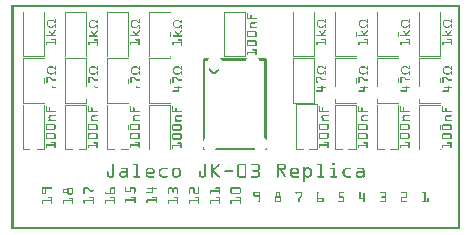
<source format=gto>
G04 MADE WITH FRITZING*
G04 WWW.FRITZING.ORG*
G04 DOUBLE SIDED*
G04 HOLES PLATED*
G04 CONTOUR ON CENTER OF CONTOUR VECTOR*
%ASAXBY*%
%FSLAX23Y23*%
%MOIN*%
%OFA0B0*%
%SFA1.0B1.0*%
%ADD10C,0.005000*%
%ADD11R,0.001000X0.001000*%
%LNSILK1*%
G90*
G70*
G54D10*
X847Y567D02*
X847Y566D01*
G54D11*
X0Y748D02*
X1495Y748D01*
X0Y747D02*
X1495Y747D01*
X0Y746D02*
X1495Y746D01*
X0Y745D02*
X1495Y745D01*
X0Y744D02*
X1495Y744D01*
X0Y743D02*
X1495Y743D01*
X0Y742D02*
X1495Y742D01*
X0Y741D02*
X1495Y741D01*
X0Y740D02*
X7Y740D01*
X1488Y740D02*
X1495Y740D01*
X0Y739D02*
X7Y739D01*
X1488Y739D02*
X1495Y739D01*
X0Y738D02*
X7Y738D01*
X1488Y738D02*
X1495Y738D01*
X0Y737D02*
X7Y737D01*
X1488Y737D02*
X1495Y737D01*
X0Y736D02*
X7Y736D01*
X1488Y736D02*
X1495Y736D01*
X0Y735D02*
X7Y735D01*
X1488Y735D02*
X1495Y735D01*
X0Y734D02*
X7Y734D01*
X1488Y734D02*
X1495Y734D01*
X0Y733D02*
X7Y733D01*
X1488Y733D02*
X1495Y733D01*
X0Y732D02*
X7Y732D01*
X1488Y732D02*
X1495Y732D01*
X0Y731D02*
X7Y731D01*
X1488Y731D02*
X1495Y731D01*
X0Y730D02*
X7Y730D01*
X1488Y730D02*
X1495Y730D01*
X0Y729D02*
X7Y729D01*
X1488Y729D02*
X1495Y729D01*
X0Y728D02*
X7Y728D01*
X1488Y728D02*
X1495Y728D01*
X0Y727D02*
X7Y727D01*
X1488Y727D02*
X1495Y727D01*
X0Y726D02*
X7Y726D01*
X38Y726D02*
X112Y726D01*
X938Y726D02*
X1012Y726D01*
X1079Y726D02*
X1153Y726D01*
X1219Y726D02*
X1293Y726D01*
X1358Y726D02*
X1432Y726D01*
X1488Y726D02*
X1495Y726D01*
X0Y725D02*
X7Y725D01*
X38Y725D02*
X112Y725D01*
X178Y725D02*
X252Y725D01*
X318Y725D02*
X392Y725D01*
X459Y725D02*
X532Y725D01*
X708Y725D02*
X782Y725D01*
X938Y725D02*
X1012Y725D01*
X1079Y725D02*
X1153Y725D01*
X1219Y725D02*
X1293Y725D01*
X1358Y725D02*
X1432Y725D01*
X1488Y725D02*
X1495Y725D01*
X0Y724D02*
X7Y724D01*
X38Y724D02*
X112Y724D01*
X178Y724D02*
X252Y724D01*
X318Y724D02*
X392Y724D01*
X459Y724D02*
X532Y724D01*
X708Y724D02*
X782Y724D01*
X938Y724D02*
X1012Y724D01*
X1079Y724D02*
X1153Y724D01*
X1219Y724D02*
X1293Y724D01*
X1358Y724D02*
X1432Y724D01*
X1488Y724D02*
X1495Y724D01*
X0Y723D02*
X7Y723D01*
X38Y723D02*
X40Y723D01*
X110Y723D02*
X112Y723D01*
X178Y723D02*
X252Y723D01*
X318Y723D02*
X392Y723D01*
X459Y723D02*
X532Y723D01*
X708Y723D02*
X782Y723D01*
X938Y723D02*
X940Y723D01*
X1010Y723D02*
X1012Y723D01*
X1079Y723D02*
X1081Y723D01*
X1151Y723D02*
X1153Y723D01*
X1219Y723D02*
X1221Y723D01*
X1291Y723D02*
X1293Y723D01*
X1358Y723D02*
X1360Y723D01*
X1430Y723D02*
X1432Y723D01*
X1488Y723D02*
X1495Y723D01*
X0Y722D02*
X7Y722D01*
X38Y722D02*
X40Y722D01*
X110Y722D02*
X112Y722D01*
X178Y722D02*
X180Y722D01*
X250Y722D02*
X252Y722D01*
X318Y722D02*
X320Y722D01*
X390Y722D02*
X392Y722D01*
X459Y722D02*
X460Y722D01*
X531Y722D02*
X532Y722D01*
X708Y722D02*
X710Y722D01*
X780Y722D02*
X782Y722D01*
X938Y722D02*
X940Y722D01*
X1010Y722D02*
X1012Y722D01*
X1079Y722D02*
X1081Y722D01*
X1151Y722D02*
X1153Y722D01*
X1219Y722D02*
X1221Y722D01*
X1291Y722D02*
X1293Y722D01*
X1358Y722D02*
X1360Y722D01*
X1430Y722D02*
X1432Y722D01*
X1488Y722D02*
X1495Y722D01*
X0Y721D02*
X7Y721D01*
X38Y721D02*
X40Y721D01*
X110Y721D02*
X112Y721D01*
X178Y721D02*
X180Y721D01*
X250Y721D02*
X252Y721D01*
X318Y721D02*
X320Y721D01*
X390Y721D02*
X392Y721D01*
X459Y721D02*
X460Y721D01*
X531Y721D02*
X532Y721D01*
X708Y721D02*
X710Y721D01*
X780Y721D02*
X782Y721D01*
X787Y721D02*
X788Y721D01*
X938Y721D02*
X940Y721D01*
X1010Y721D02*
X1012Y721D01*
X1079Y721D02*
X1081Y721D01*
X1151Y721D02*
X1153Y721D01*
X1219Y721D02*
X1221Y721D01*
X1291Y721D02*
X1293Y721D01*
X1358Y721D02*
X1360Y721D01*
X1430Y721D02*
X1432Y721D01*
X1488Y721D02*
X1495Y721D01*
X0Y720D02*
X7Y720D01*
X38Y720D02*
X40Y720D01*
X110Y720D02*
X112Y720D01*
X178Y720D02*
X180Y720D01*
X250Y720D02*
X252Y720D01*
X318Y720D02*
X320Y720D01*
X390Y720D02*
X392Y720D01*
X459Y720D02*
X460Y720D01*
X531Y720D02*
X532Y720D01*
X708Y720D02*
X710Y720D01*
X780Y720D02*
X782Y720D01*
X786Y720D02*
X789Y720D01*
X938Y720D02*
X940Y720D01*
X1010Y720D02*
X1012Y720D01*
X1079Y720D02*
X1081Y720D01*
X1151Y720D02*
X1153Y720D01*
X1219Y720D02*
X1221Y720D01*
X1291Y720D02*
X1293Y720D01*
X1358Y720D02*
X1360Y720D01*
X1430Y720D02*
X1432Y720D01*
X1488Y720D02*
X1495Y720D01*
X0Y719D02*
X7Y719D01*
X38Y719D02*
X40Y719D01*
X110Y719D02*
X112Y719D01*
X178Y719D02*
X180Y719D01*
X250Y719D02*
X252Y719D01*
X318Y719D02*
X320Y719D01*
X390Y719D02*
X392Y719D01*
X459Y719D02*
X460Y719D01*
X531Y719D02*
X532Y719D01*
X708Y719D02*
X710Y719D01*
X780Y719D02*
X782Y719D01*
X786Y719D02*
X789Y719D01*
X938Y719D02*
X940Y719D01*
X1010Y719D02*
X1012Y719D01*
X1079Y719D02*
X1081Y719D01*
X1151Y719D02*
X1153Y719D01*
X1219Y719D02*
X1221Y719D01*
X1291Y719D02*
X1293Y719D01*
X1358Y719D02*
X1360Y719D01*
X1430Y719D02*
X1432Y719D01*
X1488Y719D02*
X1495Y719D01*
X0Y718D02*
X7Y718D01*
X38Y718D02*
X40Y718D01*
X110Y718D02*
X112Y718D01*
X178Y718D02*
X180Y718D01*
X250Y718D02*
X252Y718D01*
X318Y718D02*
X320Y718D01*
X390Y718D02*
X392Y718D01*
X459Y718D02*
X460Y718D01*
X531Y718D02*
X532Y718D01*
X708Y718D02*
X710Y718D01*
X780Y718D02*
X782Y718D01*
X786Y718D02*
X789Y718D01*
X938Y718D02*
X940Y718D01*
X1010Y718D02*
X1012Y718D01*
X1079Y718D02*
X1081Y718D01*
X1151Y718D02*
X1153Y718D01*
X1219Y718D02*
X1221Y718D01*
X1291Y718D02*
X1293Y718D01*
X1358Y718D02*
X1360Y718D01*
X1430Y718D02*
X1432Y718D01*
X1488Y718D02*
X1495Y718D01*
X0Y717D02*
X7Y717D01*
X38Y717D02*
X40Y717D01*
X110Y717D02*
X112Y717D01*
X178Y717D02*
X180Y717D01*
X250Y717D02*
X252Y717D01*
X318Y717D02*
X320Y717D01*
X390Y717D02*
X392Y717D01*
X459Y717D02*
X460Y717D01*
X531Y717D02*
X532Y717D01*
X708Y717D02*
X710Y717D01*
X780Y717D02*
X782Y717D01*
X786Y717D02*
X789Y717D01*
X798Y717D02*
X799Y717D01*
X938Y717D02*
X940Y717D01*
X1010Y717D02*
X1012Y717D01*
X1079Y717D02*
X1081Y717D01*
X1151Y717D02*
X1153Y717D01*
X1219Y717D02*
X1221Y717D01*
X1291Y717D02*
X1293Y717D01*
X1358Y717D02*
X1360Y717D01*
X1430Y717D02*
X1432Y717D01*
X1488Y717D02*
X1495Y717D01*
X0Y716D02*
X7Y716D01*
X38Y716D02*
X40Y716D01*
X110Y716D02*
X112Y716D01*
X178Y716D02*
X180Y716D01*
X250Y716D02*
X252Y716D01*
X318Y716D02*
X320Y716D01*
X390Y716D02*
X392Y716D01*
X459Y716D02*
X460Y716D01*
X531Y716D02*
X532Y716D01*
X708Y716D02*
X710Y716D01*
X780Y716D02*
X782Y716D01*
X786Y716D02*
X789Y716D01*
X797Y716D02*
X800Y716D01*
X938Y716D02*
X940Y716D01*
X1010Y716D02*
X1012Y716D01*
X1079Y716D02*
X1081Y716D01*
X1151Y716D02*
X1153Y716D01*
X1219Y716D02*
X1221Y716D01*
X1291Y716D02*
X1293Y716D01*
X1358Y716D02*
X1360Y716D01*
X1430Y716D02*
X1432Y716D01*
X1488Y716D02*
X1495Y716D01*
X0Y715D02*
X7Y715D01*
X38Y715D02*
X40Y715D01*
X110Y715D02*
X112Y715D01*
X178Y715D02*
X180Y715D01*
X250Y715D02*
X252Y715D01*
X318Y715D02*
X320Y715D01*
X390Y715D02*
X392Y715D01*
X459Y715D02*
X460Y715D01*
X531Y715D02*
X532Y715D01*
X708Y715D02*
X710Y715D01*
X780Y715D02*
X782Y715D01*
X786Y715D02*
X789Y715D01*
X797Y715D02*
X800Y715D01*
X938Y715D02*
X940Y715D01*
X1010Y715D02*
X1012Y715D01*
X1079Y715D02*
X1081Y715D01*
X1151Y715D02*
X1153Y715D01*
X1219Y715D02*
X1221Y715D01*
X1291Y715D02*
X1293Y715D01*
X1358Y715D02*
X1360Y715D01*
X1430Y715D02*
X1432Y715D01*
X1488Y715D02*
X1495Y715D01*
X0Y714D02*
X7Y714D01*
X38Y714D02*
X40Y714D01*
X110Y714D02*
X112Y714D01*
X178Y714D02*
X180Y714D01*
X250Y714D02*
X252Y714D01*
X318Y714D02*
X320Y714D01*
X390Y714D02*
X392Y714D01*
X459Y714D02*
X460Y714D01*
X531Y714D02*
X532Y714D01*
X708Y714D02*
X710Y714D01*
X780Y714D02*
X782Y714D01*
X786Y714D02*
X789Y714D01*
X797Y714D02*
X800Y714D01*
X938Y714D02*
X940Y714D01*
X1010Y714D02*
X1012Y714D01*
X1079Y714D02*
X1081Y714D01*
X1151Y714D02*
X1153Y714D01*
X1219Y714D02*
X1221Y714D01*
X1291Y714D02*
X1293Y714D01*
X1358Y714D02*
X1360Y714D01*
X1430Y714D02*
X1432Y714D01*
X1488Y714D02*
X1495Y714D01*
X0Y713D02*
X7Y713D01*
X38Y713D02*
X40Y713D01*
X110Y713D02*
X112Y713D01*
X178Y713D02*
X180Y713D01*
X250Y713D02*
X252Y713D01*
X318Y713D02*
X320Y713D01*
X390Y713D02*
X392Y713D01*
X459Y713D02*
X460Y713D01*
X531Y713D02*
X532Y713D01*
X708Y713D02*
X710Y713D01*
X780Y713D02*
X782Y713D01*
X786Y713D02*
X789Y713D01*
X797Y713D02*
X800Y713D01*
X938Y713D02*
X940Y713D01*
X1010Y713D02*
X1012Y713D01*
X1079Y713D02*
X1081Y713D01*
X1151Y713D02*
X1153Y713D01*
X1219Y713D02*
X1221Y713D01*
X1291Y713D02*
X1293Y713D01*
X1358Y713D02*
X1360Y713D01*
X1430Y713D02*
X1432Y713D01*
X1488Y713D02*
X1495Y713D01*
X0Y712D02*
X7Y712D01*
X38Y712D02*
X40Y712D01*
X110Y712D02*
X112Y712D01*
X178Y712D02*
X180Y712D01*
X250Y712D02*
X252Y712D01*
X318Y712D02*
X320Y712D01*
X390Y712D02*
X392Y712D01*
X459Y712D02*
X460Y712D01*
X531Y712D02*
X532Y712D01*
X708Y712D02*
X710Y712D01*
X780Y712D02*
X782Y712D01*
X786Y712D02*
X789Y712D01*
X797Y712D02*
X800Y712D01*
X938Y712D02*
X940Y712D01*
X1010Y712D02*
X1012Y712D01*
X1079Y712D02*
X1081Y712D01*
X1151Y712D02*
X1153Y712D01*
X1219Y712D02*
X1221Y712D01*
X1291Y712D02*
X1293Y712D01*
X1358Y712D02*
X1360Y712D01*
X1430Y712D02*
X1432Y712D01*
X1488Y712D02*
X1495Y712D01*
X0Y711D02*
X7Y711D01*
X38Y711D02*
X40Y711D01*
X110Y711D02*
X112Y711D01*
X178Y711D02*
X180Y711D01*
X250Y711D02*
X252Y711D01*
X318Y711D02*
X320Y711D01*
X390Y711D02*
X392Y711D01*
X459Y711D02*
X460Y711D01*
X531Y711D02*
X532Y711D01*
X708Y711D02*
X710Y711D01*
X780Y711D02*
X782Y711D01*
X786Y711D02*
X789Y711D01*
X797Y711D02*
X800Y711D01*
X938Y711D02*
X940Y711D01*
X1010Y711D02*
X1012Y711D01*
X1079Y711D02*
X1081Y711D01*
X1151Y711D02*
X1153Y711D01*
X1219Y711D02*
X1221Y711D01*
X1291Y711D02*
X1293Y711D01*
X1358Y711D02*
X1360Y711D01*
X1430Y711D02*
X1432Y711D01*
X1488Y711D02*
X1495Y711D01*
X0Y710D02*
X7Y710D01*
X38Y710D02*
X40Y710D01*
X110Y710D02*
X112Y710D01*
X178Y710D02*
X180Y710D01*
X250Y710D02*
X252Y710D01*
X318Y710D02*
X320Y710D01*
X390Y710D02*
X392Y710D01*
X459Y710D02*
X460Y710D01*
X531Y710D02*
X532Y710D01*
X708Y710D02*
X710Y710D01*
X780Y710D02*
X782Y710D01*
X786Y710D02*
X789Y710D01*
X797Y710D02*
X800Y710D01*
X938Y710D02*
X940Y710D01*
X1010Y710D02*
X1012Y710D01*
X1079Y710D02*
X1081Y710D01*
X1151Y710D02*
X1153Y710D01*
X1219Y710D02*
X1221Y710D01*
X1291Y710D02*
X1293Y710D01*
X1358Y710D02*
X1360Y710D01*
X1430Y710D02*
X1432Y710D01*
X1488Y710D02*
X1495Y710D01*
X0Y709D02*
X7Y709D01*
X38Y709D02*
X40Y709D01*
X110Y709D02*
X112Y709D01*
X178Y709D02*
X180Y709D01*
X250Y709D02*
X252Y709D01*
X318Y709D02*
X320Y709D01*
X390Y709D02*
X392Y709D01*
X459Y709D02*
X460Y709D01*
X531Y709D02*
X532Y709D01*
X708Y709D02*
X710Y709D01*
X780Y709D02*
X782Y709D01*
X786Y709D02*
X789Y709D01*
X797Y709D02*
X800Y709D01*
X938Y709D02*
X940Y709D01*
X1010Y709D02*
X1012Y709D01*
X1079Y709D02*
X1081Y709D01*
X1151Y709D02*
X1153Y709D01*
X1219Y709D02*
X1221Y709D01*
X1291Y709D02*
X1293Y709D01*
X1358Y709D02*
X1360Y709D01*
X1430Y709D02*
X1432Y709D01*
X1488Y709D02*
X1495Y709D01*
X0Y708D02*
X7Y708D01*
X38Y708D02*
X40Y708D01*
X110Y708D02*
X112Y708D01*
X178Y708D02*
X180Y708D01*
X250Y708D02*
X252Y708D01*
X318Y708D02*
X320Y708D01*
X390Y708D02*
X392Y708D01*
X459Y708D02*
X460Y708D01*
X531Y708D02*
X532Y708D01*
X708Y708D02*
X710Y708D01*
X780Y708D02*
X782Y708D01*
X786Y708D02*
X789Y708D01*
X797Y708D02*
X800Y708D01*
X938Y708D02*
X940Y708D01*
X1010Y708D02*
X1012Y708D01*
X1079Y708D02*
X1081Y708D01*
X1151Y708D02*
X1153Y708D01*
X1219Y708D02*
X1221Y708D01*
X1291Y708D02*
X1293Y708D01*
X1358Y708D02*
X1360Y708D01*
X1430Y708D02*
X1432Y708D01*
X1488Y708D02*
X1495Y708D01*
X0Y707D02*
X7Y707D01*
X38Y707D02*
X40Y707D01*
X110Y707D02*
X112Y707D01*
X178Y707D02*
X180Y707D01*
X250Y707D02*
X252Y707D01*
X318Y707D02*
X320Y707D01*
X390Y707D02*
X392Y707D01*
X459Y707D02*
X460Y707D01*
X531Y707D02*
X532Y707D01*
X708Y707D02*
X710Y707D01*
X780Y707D02*
X782Y707D01*
X786Y707D02*
X789Y707D01*
X797Y707D02*
X800Y707D01*
X938Y707D02*
X940Y707D01*
X1010Y707D02*
X1012Y707D01*
X1079Y707D02*
X1081Y707D01*
X1151Y707D02*
X1153Y707D01*
X1219Y707D02*
X1221Y707D01*
X1291Y707D02*
X1293Y707D01*
X1358Y707D02*
X1360Y707D01*
X1430Y707D02*
X1432Y707D01*
X1488Y707D02*
X1495Y707D01*
X0Y706D02*
X7Y706D01*
X38Y706D02*
X40Y706D01*
X110Y706D02*
X112Y706D01*
X178Y706D02*
X180Y706D01*
X250Y706D02*
X252Y706D01*
X318Y706D02*
X320Y706D01*
X390Y706D02*
X392Y706D01*
X459Y706D02*
X460Y706D01*
X531Y706D02*
X532Y706D01*
X708Y706D02*
X710Y706D01*
X780Y706D02*
X782Y706D01*
X786Y706D02*
X789Y706D01*
X797Y706D02*
X800Y706D01*
X938Y706D02*
X940Y706D01*
X1010Y706D02*
X1012Y706D01*
X1079Y706D02*
X1081Y706D01*
X1151Y706D02*
X1153Y706D01*
X1219Y706D02*
X1221Y706D01*
X1291Y706D02*
X1293Y706D01*
X1358Y706D02*
X1360Y706D01*
X1430Y706D02*
X1432Y706D01*
X1488Y706D02*
X1495Y706D01*
X0Y705D02*
X7Y705D01*
X38Y705D02*
X40Y705D01*
X110Y705D02*
X112Y705D01*
X178Y705D02*
X180Y705D01*
X250Y705D02*
X252Y705D01*
X318Y705D02*
X320Y705D01*
X390Y705D02*
X392Y705D01*
X459Y705D02*
X460Y705D01*
X531Y705D02*
X532Y705D01*
X708Y705D02*
X710Y705D01*
X780Y705D02*
X782Y705D01*
X786Y705D02*
X790Y705D01*
X796Y705D02*
X800Y705D01*
X938Y705D02*
X940Y705D01*
X1010Y705D02*
X1012Y705D01*
X1079Y705D02*
X1081Y705D01*
X1151Y705D02*
X1153Y705D01*
X1219Y705D02*
X1221Y705D01*
X1291Y705D02*
X1293Y705D01*
X1358Y705D02*
X1360Y705D01*
X1430Y705D02*
X1432Y705D01*
X1488Y705D02*
X1495Y705D01*
X0Y704D02*
X7Y704D01*
X38Y704D02*
X40Y704D01*
X110Y704D02*
X112Y704D01*
X178Y704D02*
X180Y704D01*
X250Y704D02*
X252Y704D01*
X318Y704D02*
X320Y704D01*
X390Y704D02*
X392Y704D01*
X459Y704D02*
X460Y704D01*
X531Y704D02*
X532Y704D01*
X708Y704D02*
X710Y704D01*
X780Y704D02*
X782Y704D01*
X786Y704D02*
X817Y704D01*
X938Y704D02*
X940Y704D01*
X1010Y704D02*
X1012Y704D01*
X1079Y704D02*
X1081Y704D01*
X1151Y704D02*
X1153Y704D01*
X1219Y704D02*
X1221Y704D01*
X1291Y704D02*
X1293Y704D01*
X1358Y704D02*
X1360Y704D01*
X1430Y704D02*
X1432Y704D01*
X1488Y704D02*
X1495Y704D01*
X0Y703D02*
X7Y703D01*
X38Y703D02*
X40Y703D01*
X110Y703D02*
X112Y703D01*
X178Y703D02*
X180Y703D01*
X250Y703D02*
X252Y703D01*
X318Y703D02*
X320Y703D01*
X390Y703D02*
X392Y703D01*
X459Y703D02*
X460Y703D01*
X531Y703D02*
X532Y703D01*
X708Y703D02*
X710Y703D01*
X780Y703D02*
X782Y703D01*
X786Y703D02*
X817Y703D01*
X938Y703D02*
X940Y703D01*
X1010Y703D02*
X1012Y703D01*
X1079Y703D02*
X1081Y703D01*
X1151Y703D02*
X1153Y703D01*
X1219Y703D02*
X1221Y703D01*
X1291Y703D02*
X1293Y703D01*
X1358Y703D02*
X1360Y703D01*
X1430Y703D02*
X1432Y703D01*
X1488Y703D02*
X1495Y703D01*
X0Y702D02*
X7Y702D01*
X38Y702D02*
X40Y702D01*
X110Y702D02*
X112Y702D01*
X178Y702D02*
X180Y702D01*
X250Y702D02*
X252Y702D01*
X318Y702D02*
X320Y702D01*
X390Y702D02*
X392Y702D01*
X459Y702D02*
X460Y702D01*
X531Y702D02*
X532Y702D01*
X708Y702D02*
X710Y702D01*
X780Y702D02*
X782Y702D01*
X786Y702D02*
X817Y702D01*
X938Y702D02*
X940Y702D01*
X1010Y702D02*
X1012Y702D01*
X1079Y702D02*
X1081Y702D01*
X1151Y702D02*
X1153Y702D01*
X1219Y702D02*
X1221Y702D01*
X1291Y702D02*
X1293Y702D01*
X1358Y702D02*
X1360Y702D01*
X1430Y702D02*
X1432Y702D01*
X1488Y702D02*
X1495Y702D01*
X0Y701D02*
X7Y701D01*
X38Y701D02*
X40Y701D01*
X110Y701D02*
X112Y701D01*
X146Y701D02*
X147Y701D01*
X178Y701D02*
X180Y701D01*
X250Y701D02*
X252Y701D01*
X318Y701D02*
X320Y701D01*
X390Y701D02*
X392Y701D01*
X459Y701D02*
X460Y701D01*
X531Y701D02*
X532Y701D01*
X708Y701D02*
X710Y701D01*
X780Y701D02*
X782Y701D01*
X786Y701D02*
X816Y701D01*
X938Y701D02*
X940Y701D01*
X1010Y701D02*
X1012Y701D01*
X1046Y701D02*
X1048Y701D01*
X1079Y701D02*
X1081Y701D01*
X1151Y701D02*
X1153Y701D01*
X1219Y701D02*
X1221Y701D01*
X1291Y701D02*
X1293Y701D01*
X1327Y701D02*
X1328Y701D01*
X1358Y701D02*
X1360Y701D01*
X1430Y701D02*
X1432Y701D01*
X1466Y701D02*
X1468Y701D01*
X1488Y701D02*
X1495Y701D01*
X0Y700D02*
X7Y700D01*
X38Y700D02*
X40Y700D01*
X110Y700D02*
X112Y700D01*
X131Y700D02*
X132Y700D01*
X146Y700D02*
X148Y700D01*
X178Y700D02*
X180Y700D01*
X250Y700D02*
X252Y700D01*
X318Y700D02*
X320Y700D01*
X390Y700D02*
X392Y700D01*
X426Y700D02*
X427Y700D01*
X459Y700D02*
X460Y700D01*
X531Y700D02*
X532Y700D01*
X708Y700D02*
X710Y700D01*
X780Y700D02*
X782Y700D01*
X938Y700D02*
X940Y700D01*
X1010Y700D02*
X1012Y700D01*
X1031Y700D02*
X1033Y700D01*
X1046Y700D02*
X1048Y700D01*
X1079Y700D02*
X1081Y700D01*
X1151Y700D02*
X1153Y700D01*
X1186Y700D02*
X1188Y700D01*
X1219Y700D02*
X1221Y700D01*
X1291Y700D02*
X1293Y700D01*
X1312Y700D02*
X1312Y700D01*
X1326Y700D02*
X1328Y700D01*
X1358Y700D02*
X1360Y700D01*
X1430Y700D02*
X1432Y700D01*
X1452Y700D02*
X1452Y700D01*
X1466Y700D02*
X1468Y700D01*
X1488Y700D02*
X1495Y700D01*
X0Y699D02*
X7Y699D01*
X38Y699D02*
X40Y699D01*
X110Y699D02*
X112Y699D01*
X126Y699D02*
X137Y699D01*
X146Y699D02*
X148Y699D01*
X178Y699D02*
X180Y699D01*
X250Y699D02*
X252Y699D01*
X286Y699D02*
X288Y699D01*
X318Y699D02*
X320Y699D01*
X390Y699D02*
X392Y699D01*
X411Y699D02*
X412Y699D01*
X425Y699D02*
X428Y699D01*
X459Y699D02*
X460Y699D01*
X531Y699D02*
X532Y699D01*
X566Y699D02*
X568Y699D01*
X708Y699D02*
X710Y699D01*
X780Y699D02*
X782Y699D01*
X938Y699D02*
X940Y699D01*
X1010Y699D02*
X1012Y699D01*
X1026Y699D02*
X1037Y699D01*
X1046Y699D02*
X1048Y699D01*
X1079Y699D02*
X1081Y699D01*
X1151Y699D02*
X1153Y699D01*
X1167Y699D02*
X1177Y699D01*
X1186Y699D02*
X1188Y699D01*
X1219Y699D02*
X1221Y699D01*
X1291Y699D02*
X1293Y699D01*
X1307Y699D02*
X1317Y699D01*
X1326Y699D02*
X1328Y699D01*
X1358Y699D02*
X1360Y699D01*
X1430Y699D02*
X1432Y699D01*
X1446Y699D02*
X1457Y699D01*
X1466Y699D02*
X1468Y699D01*
X1488Y699D02*
X1495Y699D01*
X0Y698D02*
X7Y698D01*
X38Y698D02*
X40Y698D01*
X110Y698D02*
X112Y698D01*
X124Y698D02*
X139Y698D01*
X146Y698D02*
X148Y698D01*
X178Y698D02*
X180Y698D01*
X250Y698D02*
X252Y698D01*
X267Y698D02*
X277Y698D01*
X286Y698D02*
X288Y698D01*
X318Y698D02*
X320Y698D01*
X390Y698D02*
X392Y698D01*
X406Y698D02*
X417Y698D01*
X425Y698D02*
X428Y698D01*
X459Y698D02*
X460Y698D01*
X531Y698D02*
X532Y698D01*
X547Y698D02*
X557Y698D01*
X566Y698D02*
X568Y698D01*
X708Y698D02*
X710Y698D01*
X780Y698D02*
X782Y698D01*
X938Y698D02*
X940Y698D01*
X1010Y698D02*
X1012Y698D01*
X1024Y698D02*
X1039Y698D01*
X1046Y698D02*
X1048Y698D01*
X1079Y698D02*
X1081Y698D01*
X1151Y698D02*
X1153Y698D01*
X1165Y698D02*
X1179Y698D01*
X1186Y698D02*
X1188Y698D01*
X1219Y698D02*
X1221Y698D01*
X1291Y698D02*
X1293Y698D01*
X1305Y698D02*
X1319Y698D01*
X1326Y698D02*
X1328Y698D01*
X1358Y698D02*
X1360Y698D01*
X1430Y698D02*
X1432Y698D01*
X1445Y698D02*
X1459Y698D01*
X1466Y698D02*
X1468Y698D01*
X1488Y698D02*
X1495Y698D01*
X0Y697D02*
X7Y697D01*
X38Y697D02*
X40Y697D01*
X110Y697D02*
X112Y697D01*
X123Y697D02*
X140Y697D01*
X146Y697D02*
X148Y697D01*
X178Y697D02*
X180Y697D01*
X250Y697D02*
X252Y697D01*
X265Y697D02*
X279Y697D01*
X286Y697D02*
X288Y697D01*
X318Y697D02*
X320Y697D01*
X390Y697D02*
X392Y697D01*
X404Y697D02*
X419Y697D01*
X425Y697D02*
X428Y697D01*
X459Y697D02*
X460Y697D01*
X531Y697D02*
X532Y697D01*
X545Y697D02*
X559Y697D01*
X566Y697D02*
X568Y697D01*
X708Y697D02*
X710Y697D01*
X780Y697D02*
X782Y697D01*
X938Y697D02*
X940Y697D01*
X1010Y697D02*
X1012Y697D01*
X1023Y697D02*
X1041Y697D01*
X1046Y697D02*
X1048Y697D01*
X1079Y697D02*
X1081Y697D01*
X1151Y697D02*
X1153Y697D01*
X1164Y697D02*
X1181Y697D01*
X1186Y697D02*
X1188Y697D01*
X1219Y697D02*
X1221Y697D01*
X1291Y697D02*
X1293Y697D01*
X1304Y697D02*
X1321Y697D01*
X1326Y697D02*
X1328Y697D01*
X1358Y697D02*
X1360Y697D01*
X1430Y697D02*
X1432Y697D01*
X1443Y697D02*
X1461Y697D01*
X1466Y697D02*
X1468Y697D01*
X1488Y697D02*
X1495Y697D01*
X0Y696D02*
X7Y696D01*
X38Y696D02*
X40Y696D01*
X110Y696D02*
X112Y696D01*
X122Y696D02*
X142Y696D01*
X146Y696D02*
X148Y696D01*
X178Y696D02*
X180Y696D01*
X250Y696D02*
X252Y696D01*
X263Y696D02*
X280Y696D01*
X286Y696D02*
X288Y696D01*
X318Y696D02*
X320Y696D01*
X390Y696D02*
X392Y696D01*
X403Y696D02*
X420Y696D01*
X425Y696D02*
X428Y696D01*
X459Y696D02*
X460Y696D01*
X531Y696D02*
X532Y696D01*
X544Y696D02*
X561Y696D01*
X566Y696D02*
X568Y696D01*
X708Y696D02*
X710Y696D01*
X780Y696D02*
X782Y696D01*
X938Y696D02*
X940Y696D01*
X1010Y696D02*
X1012Y696D01*
X1022Y696D02*
X1042Y696D01*
X1046Y696D02*
X1048Y696D01*
X1079Y696D02*
X1081Y696D01*
X1151Y696D02*
X1153Y696D01*
X1162Y696D02*
X1182Y696D01*
X1186Y696D02*
X1188Y696D01*
X1219Y696D02*
X1221Y696D01*
X1291Y696D02*
X1293Y696D01*
X1302Y696D02*
X1322Y696D01*
X1326Y696D02*
X1328Y696D01*
X1358Y696D02*
X1360Y696D01*
X1430Y696D02*
X1432Y696D01*
X1442Y696D02*
X1462Y696D01*
X1466Y696D02*
X1468Y696D01*
X1488Y696D02*
X1495Y696D01*
X0Y695D02*
X7Y695D01*
X38Y695D02*
X40Y695D01*
X110Y695D02*
X112Y695D01*
X121Y695D02*
X127Y695D01*
X137Y695D02*
X143Y695D01*
X146Y695D02*
X148Y695D01*
X178Y695D02*
X180Y695D01*
X250Y695D02*
X252Y695D01*
X262Y695D02*
X282Y695D01*
X286Y695D02*
X288Y695D01*
X318Y695D02*
X320Y695D01*
X390Y695D02*
X392Y695D01*
X402Y695D02*
X421Y695D01*
X425Y695D02*
X428Y695D01*
X459Y695D02*
X460Y695D01*
X531Y695D02*
X532Y695D01*
X542Y695D02*
X562Y695D01*
X566Y695D02*
X568Y695D01*
X708Y695D02*
X710Y695D01*
X780Y695D02*
X782Y695D01*
X938Y695D02*
X940Y695D01*
X1010Y695D02*
X1012Y695D01*
X1021Y695D02*
X1027Y695D01*
X1037Y695D02*
X1043Y695D01*
X1046Y695D02*
X1048Y695D01*
X1079Y695D02*
X1081Y695D01*
X1151Y695D02*
X1153Y695D01*
X1162Y695D02*
X1168Y695D01*
X1177Y695D02*
X1183Y695D01*
X1186Y695D02*
X1188Y695D01*
X1219Y695D02*
X1221Y695D01*
X1291Y695D02*
X1293Y695D01*
X1302Y695D02*
X1308Y695D01*
X1317Y695D02*
X1323Y695D01*
X1326Y695D02*
X1328Y695D01*
X1358Y695D02*
X1360Y695D01*
X1430Y695D02*
X1432Y695D01*
X1441Y695D02*
X1447Y695D01*
X1457Y695D02*
X1463Y695D01*
X1466Y695D02*
X1468Y695D01*
X1488Y695D02*
X1495Y695D01*
X0Y694D02*
X7Y694D01*
X38Y694D02*
X40Y694D01*
X110Y694D02*
X112Y694D01*
X120Y694D02*
X124Y694D01*
X139Y694D02*
X144Y694D01*
X146Y694D02*
X148Y694D01*
X178Y694D02*
X180Y694D01*
X250Y694D02*
X252Y694D01*
X261Y694D02*
X268Y694D01*
X276Y694D02*
X283Y694D01*
X286Y694D02*
X288Y694D01*
X318Y694D02*
X320Y694D01*
X390Y694D02*
X392Y694D01*
X401Y694D02*
X407Y694D01*
X417Y694D02*
X422Y694D01*
X425Y694D02*
X428Y694D01*
X459Y694D02*
X460Y694D01*
X531Y694D02*
X532Y694D01*
X542Y694D02*
X548Y694D01*
X557Y694D02*
X563Y694D01*
X566Y694D02*
X568Y694D01*
X708Y694D02*
X710Y694D01*
X780Y694D02*
X782Y694D01*
X938Y694D02*
X940Y694D01*
X1010Y694D02*
X1012Y694D01*
X1020Y694D02*
X1025Y694D01*
X1040Y694D02*
X1044Y694D01*
X1046Y694D02*
X1048Y694D01*
X1079Y694D02*
X1081Y694D01*
X1151Y694D02*
X1153Y694D01*
X1161Y694D02*
X1165Y694D01*
X1180Y694D02*
X1184Y694D01*
X1186Y694D02*
X1188Y694D01*
X1219Y694D02*
X1221Y694D01*
X1291Y694D02*
X1293Y694D01*
X1301Y694D02*
X1305Y694D01*
X1320Y694D02*
X1324Y694D01*
X1326Y694D02*
X1328Y694D01*
X1358Y694D02*
X1360Y694D01*
X1430Y694D02*
X1432Y694D01*
X1440Y694D02*
X1445Y694D01*
X1460Y694D02*
X1464Y694D01*
X1466Y694D02*
X1468Y694D01*
X1488Y694D02*
X1495Y694D01*
X0Y693D02*
X7Y693D01*
X38Y693D02*
X40Y693D01*
X110Y693D02*
X112Y693D01*
X120Y693D02*
X123Y693D01*
X141Y693D02*
X148Y693D01*
X178Y693D02*
X180Y693D01*
X250Y693D02*
X252Y693D01*
X261Y693D02*
X265Y693D01*
X280Y693D02*
X284Y693D01*
X286Y693D02*
X288Y693D01*
X318Y693D02*
X320Y693D01*
X390Y693D02*
X392Y693D01*
X400Y693D02*
X404Y693D01*
X419Y693D02*
X423Y693D01*
X425Y693D02*
X428Y693D01*
X459Y693D02*
X460Y693D01*
X531Y693D02*
X532Y693D01*
X541Y693D02*
X545Y693D01*
X560Y693D02*
X564Y693D01*
X566Y693D02*
X568Y693D01*
X708Y693D02*
X710Y693D01*
X780Y693D02*
X782Y693D01*
X938Y693D02*
X940Y693D01*
X1010Y693D02*
X1012Y693D01*
X1020Y693D02*
X1023Y693D01*
X1041Y693D02*
X1048Y693D01*
X1079Y693D02*
X1081Y693D01*
X1151Y693D02*
X1153Y693D01*
X1160Y693D02*
X1164Y693D01*
X1182Y693D02*
X1188Y693D01*
X1219Y693D02*
X1221Y693D01*
X1291Y693D02*
X1293Y693D01*
X1300Y693D02*
X1304Y693D01*
X1322Y693D02*
X1328Y693D01*
X1358Y693D02*
X1360Y693D01*
X1430Y693D02*
X1432Y693D01*
X1440Y693D02*
X1443Y693D01*
X1461Y693D02*
X1468Y693D01*
X1488Y693D02*
X1495Y693D01*
X0Y692D02*
X7Y692D01*
X38Y692D02*
X40Y692D01*
X110Y692D02*
X112Y692D01*
X119Y692D02*
X122Y692D01*
X143Y692D02*
X148Y692D01*
X178Y692D02*
X180Y692D01*
X250Y692D02*
X252Y692D01*
X260Y692D02*
X264Y692D01*
X281Y692D02*
X288Y692D01*
X318Y692D02*
X320Y692D01*
X390Y692D02*
X392Y692D01*
X399Y692D02*
X403Y692D01*
X421Y692D02*
X428Y692D01*
X459Y692D02*
X460Y692D01*
X531Y692D02*
X532Y692D01*
X540Y692D02*
X544Y692D01*
X561Y692D02*
X568Y692D01*
X708Y692D02*
X710Y692D01*
X780Y692D02*
X782Y692D01*
X938Y692D02*
X940Y692D01*
X1010Y692D02*
X1012Y692D01*
X1019Y692D02*
X1022Y692D01*
X1043Y692D02*
X1048Y692D01*
X1079Y692D02*
X1081Y692D01*
X1151Y692D02*
X1153Y692D01*
X1160Y692D02*
X1163Y692D01*
X1183Y692D02*
X1188Y692D01*
X1219Y692D02*
X1221Y692D01*
X1291Y692D02*
X1293Y692D01*
X1300Y692D02*
X1303Y692D01*
X1323Y692D02*
X1328Y692D01*
X1358Y692D02*
X1360Y692D01*
X1430Y692D02*
X1432Y692D01*
X1439Y692D02*
X1442Y692D01*
X1463Y692D02*
X1468Y692D01*
X1488Y692D02*
X1495Y692D01*
X0Y691D02*
X7Y691D01*
X38Y691D02*
X40Y691D01*
X110Y691D02*
X112Y691D01*
X119Y691D02*
X121Y691D01*
X144Y691D02*
X148Y691D01*
X178Y691D02*
X180Y691D01*
X250Y691D02*
X252Y691D01*
X260Y691D02*
X263Y691D01*
X283Y691D02*
X288Y691D01*
X318Y691D02*
X320Y691D01*
X390Y691D02*
X392Y691D01*
X399Y691D02*
X402Y691D01*
X422Y691D02*
X428Y691D01*
X459Y691D02*
X460Y691D01*
X531Y691D02*
X532Y691D01*
X540Y691D02*
X543Y691D01*
X563Y691D02*
X568Y691D01*
X708Y691D02*
X710Y691D01*
X780Y691D02*
X782Y691D01*
X805Y691D02*
X816Y691D01*
X938Y691D02*
X940Y691D01*
X1010Y691D02*
X1012Y691D01*
X1019Y691D02*
X1022Y691D01*
X1044Y691D02*
X1048Y691D01*
X1079Y691D02*
X1081Y691D01*
X1151Y691D02*
X1153Y691D01*
X1159Y691D02*
X1162Y691D01*
X1184Y691D02*
X1188Y691D01*
X1219Y691D02*
X1221Y691D01*
X1291Y691D02*
X1293Y691D01*
X1299Y691D02*
X1302Y691D01*
X1324Y691D02*
X1328Y691D01*
X1358Y691D02*
X1360Y691D01*
X1430Y691D02*
X1432Y691D01*
X1439Y691D02*
X1442Y691D01*
X1464Y691D02*
X1468Y691D01*
X1488Y691D02*
X1495Y691D01*
X0Y690D02*
X7Y690D01*
X38Y690D02*
X40Y690D01*
X110Y690D02*
X112Y690D01*
X118Y690D02*
X121Y690D01*
X144Y690D02*
X148Y690D01*
X178Y690D02*
X180Y690D01*
X250Y690D02*
X252Y690D01*
X259Y690D02*
X262Y690D01*
X284Y690D02*
X288Y690D01*
X318Y690D02*
X320Y690D01*
X390Y690D02*
X392Y690D01*
X399Y690D02*
X401Y690D01*
X423Y690D02*
X428Y690D01*
X459Y690D02*
X460Y690D01*
X531Y690D02*
X532Y690D01*
X539Y690D02*
X542Y690D01*
X564Y690D02*
X568Y690D01*
X708Y690D02*
X710Y690D01*
X780Y690D02*
X782Y690D01*
X798Y690D02*
X817Y690D01*
X938Y690D02*
X940Y690D01*
X1010Y690D02*
X1012Y690D01*
X1019Y690D02*
X1021Y690D01*
X1045Y690D02*
X1048Y690D01*
X1079Y690D02*
X1081Y690D01*
X1151Y690D02*
X1153Y690D01*
X1159Y690D02*
X1162Y690D01*
X1185Y690D02*
X1188Y690D01*
X1219Y690D02*
X1221Y690D01*
X1291Y690D02*
X1293Y690D01*
X1299Y690D02*
X1301Y690D01*
X1325Y690D02*
X1328Y690D01*
X1358Y690D02*
X1360Y690D01*
X1430Y690D02*
X1432Y690D01*
X1439Y690D02*
X1441Y690D01*
X1465Y690D02*
X1468Y690D01*
X1488Y690D02*
X1495Y690D01*
X0Y689D02*
X7Y689D01*
X38Y689D02*
X40Y689D01*
X110Y689D02*
X112Y689D01*
X118Y689D02*
X120Y689D01*
X145Y689D02*
X148Y689D01*
X178Y689D02*
X180Y689D01*
X250Y689D02*
X252Y689D01*
X259Y689D02*
X261Y689D01*
X285Y689D02*
X288Y689D01*
X318Y689D02*
X320Y689D01*
X390Y689D02*
X392Y689D01*
X398Y689D02*
X401Y689D01*
X424Y689D02*
X428Y689D01*
X459Y689D02*
X460Y689D01*
X531Y689D02*
X532Y689D01*
X539Y689D02*
X541Y689D01*
X565Y689D02*
X568Y689D01*
X708Y689D02*
X710Y689D01*
X780Y689D02*
X782Y689D01*
X797Y689D02*
X817Y689D01*
X938Y689D02*
X940Y689D01*
X1010Y689D02*
X1012Y689D01*
X1018Y689D02*
X1021Y689D01*
X1046Y689D02*
X1048Y689D01*
X1079Y689D02*
X1081Y689D01*
X1151Y689D02*
X1153Y689D01*
X1159Y689D02*
X1161Y689D01*
X1186Y689D02*
X1188Y689D01*
X1219Y689D02*
X1221Y689D01*
X1291Y689D02*
X1293Y689D01*
X1299Y689D02*
X1301Y689D01*
X1326Y689D02*
X1328Y689D01*
X1358Y689D02*
X1360Y689D01*
X1430Y689D02*
X1432Y689D01*
X1438Y689D02*
X1441Y689D01*
X1466Y689D02*
X1468Y689D01*
X1488Y689D02*
X1495Y689D01*
X0Y688D02*
X7Y688D01*
X38Y688D02*
X40Y688D01*
X110Y688D02*
X112Y688D01*
X118Y688D02*
X120Y688D01*
X178Y688D02*
X180Y688D01*
X250Y688D02*
X252Y688D01*
X259Y688D02*
X261Y688D01*
X286Y688D02*
X288Y688D01*
X318Y688D02*
X320Y688D01*
X390Y688D02*
X392Y688D01*
X398Y688D02*
X400Y688D01*
X425Y688D02*
X427Y688D01*
X459Y688D02*
X460Y688D01*
X531Y688D02*
X532Y688D01*
X539Y688D02*
X541Y688D01*
X566Y688D02*
X568Y688D01*
X708Y688D02*
X710Y688D01*
X780Y688D02*
X782Y688D01*
X796Y688D02*
X817Y688D01*
X938Y688D02*
X940Y688D01*
X1010Y688D02*
X1012Y688D01*
X1018Y688D02*
X1020Y688D01*
X1079Y688D02*
X1081Y688D01*
X1151Y688D02*
X1153Y688D01*
X1159Y688D02*
X1161Y688D01*
X1219Y688D02*
X1221Y688D01*
X1291Y688D02*
X1293Y688D01*
X1299Y688D02*
X1301Y688D01*
X1358Y688D02*
X1360Y688D01*
X1430Y688D02*
X1432Y688D01*
X1438Y688D02*
X1441Y688D01*
X1488Y688D02*
X1495Y688D01*
X0Y687D02*
X7Y687D01*
X38Y687D02*
X40Y687D01*
X110Y687D02*
X112Y687D01*
X118Y687D02*
X120Y687D01*
X178Y687D02*
X180Y687D01*
X250Y687D02*
X252Y687D01*
X258Y687D02*
X261Y687D01*
X318Y687D02*
X320Y687D01*
X390Y687D02*
X392Y687D01*
X398Y687D02*
X400Y687D01*
X459Y687D02*
X460Y687D01*
X531Y687D02*
X532Y687D01*
X539Y687D02*
X541Y687D01*
X708Y687D02*
X710Y687D01*
X780Y687D02*
X782Y687D01*
X795Y687D02*
X810Y687D01*
X938Y687D02*
X940Y687D01*
X1010Y687D02*
X1012Y687D01*
X1018Y687D02*
X1020Y687D01*
X1079Y687D02*
X1081Y687D01*
X1151Y687D02*
X1153Y687D01*
X1159Y687D02*
X1161Y687D01*
X1219Y687D02*
X1221Y687D01*
X1291Y687D02*
X1293Y687D01*
X1299Y687D02*
X1301Y687D01*
X1358Y687D02*
X1360Y687D01*
X1430Y687D02*
X1432Y687D01*
X1438Y687D02*
X1440Y687D01*
X1488Y687D02*
X1495Y687D01*
X0Y686D02*
X7Y686D01*
X38Y686D02*
X40Y686D01*
X110Y686D02*
X112Y686D01*
X118Y686D02*
X120Y686D01*
X178Y686D02*
X180Y686D01*
X250Y686D02*
X252Y686D01*
X258Y686D02*
X261Y686D01*
X318Y686D02*
X320Y686D01*
X390Y686D02*
X392Y686D01*
X398Y686D02*
X400Y686D01*
X459Y686D02*
X460Y686D01*
X531Y686D02*
X532Y686D01*
X539Y686D02*
X541Y686D01*
X708Y686D02*
X710Y686D01*
X780Y686D02*
X782Y686D01*
X795Y686D02*
X799Y686D01*
X938Y686D02*
X940Y686D01*
X1010Y686D02*
X1012Y686D01*
X1018Y686D02*
X1020Y686D01*
X1079Y686D02*
X1081Y686D01*
X1151Y686D02*
X1153Y686D01*
X1159Y686D02*
X1161Y686D01*
X1219Y686D02*
X1221Y686D01*
X1291Y686D02*
X1293Y686D01*
X1299Y686D02*
X1301Y686D01*
X1358Y686D02*
X1360Y686D01*
X1430Y686D02*
X1432Y686D01*
X1438Y686D02*
X1440Y686D01*
X1488Y686D02*
X1495Y686D01*
X0Y685D02*
X7Y685D01*
X38Y685D02*
X40Y685D01*
X110Y685D02*
X112Y685D01*
X118Y685D02*
X120Y685D01*
X178Y685D02*
X180Y685D01*
X250Y685D02*
X252Y685D01*
X258Y685D02*
X260Y685D01*
X318Y685D02*
X320Y685D01*
X390Y685D02*
X392Y685D01*
X398Y685D02*
X400Y685D01*
X459Y685D02*
X460Y685D01*
X531Y685D02*
X532Y685D01*
X538Y685D02*
X541Y685D01*
X708Y685D02*
X710Y685D01*
X780Y685D02*
X782Y685D01*
X795Y685D02*
X798Y685D01*
X938Y685D02*
X940Y685D01*
X1010Y685D02*
X1012Y685D01*
X1018Y685D02*
X1020Y685D01*
X1079Y685D02*
X1081Y685D01*
X1151Y685D02*
X1153Y685D01*
X1159Y685D02*
X1161Y685D01*
X1219Y685D02*
X1221Y685D01*
X1291Y685D02*
X1293Y685D01*
X1299Y685D02*
X1301Y685D01*
X1358Y685D02*
X1360Y685D01*
X1430Y685D02*
X1432Y685D01*
X1438Y685D02*
X1440Y685D01*
X1488Y685D02*
X1495Y685D01*
X0Y684D02*
X7Y684D01*
X38Y684D02*
X40Y684D01*
X110Y684D02*
X112Y684D01*
X118Y684D02*
X120Y684D01*
X178Y684D02*
X180Y684D01*
X250Y684D02*
X252Y684D01*
X258Y684D02*
X260Y684D01*
X318Y684D02*
X320Y684D01*
X390Y684D02*
X392Y684D01*
X398Y684D02*
X400Y684D01*
X459Y684D02*
X460Y684D01*
X531Y684D02*
X532Y684D01*
X539Y684D02*
X541Y684D01*
X708Y684D02*
X710Y684D01*
X780Y684D02*
X782Y684D01*
X795Y684D02*
X798Y684D01*
X938Y684D02*
X940Y684D01*
X1010Y684D02*
X1012Y684D01*
X1018Y684D02*
X1020Y684D01*
X1079Y684D02*
X1081Y684D01*
X1151Y684D02*
X1153Y684D01*
X1159Y684D02*
X1161Y684D01*
X1219Y684D02*
X1221Y684D01*
X1291Y684D02*
X1293Y684D01*
X1299Y684D02*
X1301Y684D01*
X1358Y684D02*
X1360Y684D01*
X1430Y684D02*
X1432Y684D01*
X1438Y684D02*
X1441Y684D01*
X1488Y684D02*
X1495Y684D01*
X0Y683D02*
X7Y683D01*
X38Y683D02*
X40Y683D01*
X110Y683D02*
X112Y683D01*
X118Y683D02*
X120Y683D01*
X145Y683D02*
X148Y683D01*
X178Y683D02*
X180Y683D01*
X250Y683D02*
X252Y683D01*
X258Y683D02*
X261Y683D01*
X318Y683D02*
X320Y683D01*
X390Y683D02*
X392Y683D01*
X398Y683D02*
X400Y683D01*
X459Y683D02*
X460Y683D01*
X531Y683D02*
X532Y683D01*
X539Y683D02*
X541Y683D01*
X708Y683D02*
X710Y683D01*
X780Y683D02*
X782Y683D01*
X795Y683D02*
X798Y683D01*
X938Y683D02*
X940Y683D01*
X1010Y683D02*
X1012Y683D01*
X1018Y683D02*
X1021Y683D01*
X1046Y683D02*
X1048Y683D01*
X1079Y683D02*
X1081Y683D01*
X1151Y683D02*
X1153Y683D01*
X1159Y683D02*
X1161Y683D01*
X1186Y683D02*
X1188Y683D01*
X1219Y683D02*
X1221Y683D01*
X1291Y683D02*
X1293Y683D01*
X1299Y683D02*
X1301Y683D01*
X1326Y683D02*
X1328Y683D01*
X1358Y683D02*
X1360Y683D01*
X1430Y683D02*
X1432Y683D01*
X1438Y683D02*
X1441Y683D01*
X1466Y683D02*
X1468Y683D01*
X1488Y683D02*
X1495Y683D01*
X0Y682D02*
X7Y682D01*
X38Y682D02*
X40Y682D01*
X110Y682D02*
X112Y682D01*
X118Y682D02*
X121Y682D01*
X144Y682D02*
X148Y682D01*
X178Y682D02*
X180Y682D01*
X250Y682D02*
X252Y682D01*
X259Y682D02*
X261Y682D01*
X286Y682D02*
X288Y682D01*
X318Y682D02*
X320Y682D01*
X390Y682D02*
X392Y682D01*
X398Y682D02*
X400Y682D01*
X425Y682D02*
X428Y682D01*
X459Y682D02*
X460Y682D01*
X531Y682D02*
X532Y682D01*
X539Y682D02*
X541Y682D01*
X566Y682D02*
X568Y682D01*
X708Y682D02*
X710Y682D01*
X780Y682D02*
X782Y682D01*
X795Y682D02*
X798Y682D01*
X938Y682D02*
X940Y682D01*
X1010Y682D02*
X1012Y682D01*
X1019Y682D02*
X1021Y682D01*
X1045Y682D02*
X1048Y682D01*
X1079Y682D02*
X1081Y682D01*
X1151Y682D02*
X1153Y682D01*
X1159Y682D02*
X1161Y682D01*
X1185Y682D02*
X1188Y682D01*
X1219Y682D02*
X1221Y682D01*
X1291Y682D02*
X1293Y682D01*
X1299Y682D02*
X1301Y682D01*
X1325Y682D02*
X1328Y682D01*
X1358Y682D02*
X1360Y682D01*
X1430Y682D02*
X1432Y682D01*
X1439Y682D02*
X1441Y682D01*
X1465Y682D02*
X1468Y682D01*
X1488Y682D02*
X1495Y682D01*
X0Y681D02*
X7Y681D01*
X38Y681D02*
X40Y681D01*
X110Y681D02*
X112Y681D01*
X119Y681D02*
X121Y681D01*
X144Y681D02*
X148Y681D01*
X178Y681D02*
X180Y681D01*
X250Y681D02*
X252Y681D01*
X259Y681D02*
X261Y681D01*
X285Y681D02*
X288Y681D01*
X318Y681D02*
X320Y681D01*
X390Y681D02*
X392Y681D01*
X398Y681D02*
X401Y681D01*
X424Y681D02*
X428Y681D01*
X459Y681D02*
X460Y681D01*
X531Y681D02*
X532Y681D01*
X539Y681D02*
X541Y681D01*
X565Y681D02*
X568Y681D01*
X708Y681D02*
X710Y681D01*
X780Y681D02*
X782Y681D01*
X795Y681D02*
X798Y681D01*
X938Y681D02*
X940Y681D01*
X1010Y681D02*
X1012Y681D01*
X1019Y681D02*
X1022Y681D01*
X1044Y681D02*
X1048Y681D01*
X1079Y681D02*
X1081Y681D01*
X1151Y681D02*
X1153Y681D01*
X1159Y681D02*
X1162Y681D01*
X1184Y681D02*
X1188Y681D01*
X1219Y681D02*
X1221Y681D01*
X1291Y681D02*
X1293Y681D01*
X1299Y681D02*
X1302Y681D01*
X1324Y681D02*
X1328Y681D01*
X1358Y681D02*
X1360Y681D01*
X1430Y681D02*
X1432Y681D01*
X1439Y681D02*
X1442Y681D01*
X1464Y681D02*
X1468Y681D01*
X1488Y681D02*
X1495Y681D01*
X0Y680D02*
X7Y680D01*
X38Y680D02*
X40Y680D01*
X110Y680D02*
X112Y680D01*
X119Y680D02*
X122Y680D01*
X143Y680D02*
X148Y680D01*
X178Y680D02*
X180Y680D01*
X250Y680D02*
X252Y680D01*
X259Y680D02*
X262Y680D01*
X284Y680D02*
X288Y680D01*
X318Y680D02*
X320Y680D01*
X390Y680D02*
X392Y680D01*
X399Y680D02*
X401Y680D01*
X423Y680D02*
X428Y680D01*
X459Y680D02*
X460Y680D01*
X531Y680D02*
X532Y680D01*
X539Y680D02*
X542Y680D01*
X564Y680D02*
X568Y680D01*
X708Y680D02*
X710Y680D01*
X780Y680D02*
X782Y680D01*
X795Y680D02*
X799Y680D01*
X938Y680D02*
X940Y680D01*
X1010Y680D02*
X1012Y680D01*
X1019Y680D02*
X1022Y680D01*
X1043Y680D02*
X1048Y680D01*
X1079Y680D02*
X1081Y680D01*
X1151Y680D02*
X1153Y680D01*
X1160Y680D02*
X1163Y680D01*
X1183Y680D02*
X1188Y680D01*
X1219Y680D02*
X1221Y680D01*
X1291Y680D02*
X1293Y680D01*
X1300Y680D02*
X1303Y680D01*
X1323Y680D02*
X1328Y680D01*
X1358Y680D02*
X1360Y680D01*
X1430Y680D02*
X1432Y680D01*
X1439Y680D02*
X1442Y680D01*
X1463Y680D02*
X1468Y680D01*
X1488Y680D02*
X1495Y680D01*
X0Y679D02*
X7Y679D01*
X38Y679D02*
X40Y679D01*
X110Y679D02*
X112Y679D01*
X120Y679D02*
X123Y679D01*
X141Y679D02*
X148Y679D01*
X178Y679D02*
X180Y679D01*
X250Y679D02*
X252Y679D01*
X259Y679D02*
X262Y679D01*
X283Y679D02*
X288Y679D01*
X318Y679D02*
X320Y679D01*
X390Y679D02*
X392Y679D01*
X399Y679D02*
X402Y679D01*
X422Y679D02*
X428Y679D01*
X459Y679D02*
X460Y679D01*
X531Y679D02*
X532Y679D01*
X540Y679D02*
X542Y679D01*
X563Y679D02*
X568Y679D01*
X708Y679D02*
X710Y679D01*
X780Y679D02*
X782Y679D01*
X796Y679D02*
X800Y679D01*
X938Y679D02*
X940Y679D01*
X1010Y679D02*
X1012Y679D01*
X1020Y679D02*
X1023Y679D01*
X1041Y679D02*
X1048Y679D01*
X1079Y679D02*
X1081Y679D01*
X1151Y679D02*
X1153Y679D01*
X1160Y679D02*
X1164Y679D01*
X1182Y679D02*
X1188Y679D01*
X1219Y679D02*
X1221Y679D01*
X1291Y679D02*
X1293Y679D01*
X1300Y679D02*
X1304Y679D01*
X1322Y679D02*
X1328Y679D01*
X1358Y679D02*
X1360Y679D01*
X1430Y679D02*
X1432Y679D01*
X1440Y679D02*
X1443Y679D01*
X1461Y679D02*
X1468Y679D01*
X1488Y679D02*
X1495Y679D01*
X0Y678D02*
X7Y678D01*
X38Y678D02*
X40Y678D01*
X110Y678D02*
X112Y678D01*
X120Y678D02*
X124Y678D01*
X139Y678D02*
X144Y678D01*
X146Y678D02*
X148Y678D01*
X178Y678D02*
X180Y678D01*
X250Y678D02*
X252Y678D01*
X260Y678D02*
X263Y678D01*
X282Y678D02*
X288Y678D01*
X318Y678D02*
X320Y678D01*
X390Y678D02*
X392Y678D01*
X399Y678D02*
X403Y678D01*
X421Y678D02*
X428Y678D01*
X459Y678D02*
X460Y678D01*
X531Y678D02*
X532Y678D01*
X540Y678D02*
X543Y678D01*
X562Y678D02*
X568Y678D01*
X708Y678D02*
X710Y678D01*
X780Y678D02*
X782Y678D01*
X796Y678D02*
X800Y678D01*
X938Y678D02*
X940Y678D01*
X1010Y678D02*
X1012Y678D01*
X1020Y678D02*
X1025Y678D01*
X1040Y678D02*
X1044Y678D01*
X1046Y678D02*
X1048Y678D01*
X1079Y678D02*
X1081Y678D01*
X1151Y678D02*
X1153Y678D01*
X1161Y678D02*
X1165Y678D01*
X1180Y678D02*
X1184Y678D01*
X1186Y678D02*
X1188Y678D01*
X1219Y678D02*
X1221Y678D01*
X1291Y678D02*
X1293Y678D01*
X1301Y678D02*
X1305Y678D01*
X1320Y678D02*
X1324Y678D01*
X1326Y678D02*
X1328Y678D01*
X1358Y678D02*
X1360Y678D01*
X1430Y678D02*
X1432Y678D01*
X1440Y678D02*
X1445Y678D01*
X1460Y678D02*
X1464Y678D01*
X1466Y678D02*
X1468Y678D01*
X1488Y678D02*
X1495Y678D01*
X0Y677D02*
X7Y677D01*
X38Y677D02*
X40Y677D01*
X110Y677D02*
X112Y677D01*
X121Y677D02*
X127Y677D01*
X137Y677D02*
X143Y677D01*
X146Y677D02*
X148Y677D01*
X178Y677D02*
X180Y677D01*
X250Y677D02*
X252Y677D01*
X260Y677D02*
X265Y677D01*
X280Y677D02*
X284Y677D01*
X286Y677D02*
X288Y677D01*
X318Y677D02*
X320Y677D01*
X390Y677D02*
X392Y677D01*
X400Y677D02*
X404Y677D01*
X419Y677D02*
X423Y677D01*
X425Y677D02*
X428Y677D01*
X459Y677D02*
X460Y677D01*
X531Y677D02*
X532Y677D01*
X541Y677D02*
X545Y677D01*
X560Y677D02*
X564Y677D01*
X566Y677D02*
X568Y677D01*
X708Y677D02*
X710Y677D01*
X780Y677D02*
X782Y677D01*
X797Y677D02*
X801Y677D01*
X938Y677D02*
X940Y677D01*
X1010Y677D02*
X1012Y677D01*
X1021Y677D02*
X1027Y677D01*
X1037Y677D02*
X1043Y677D01*
X1046Y677D02*
X1048Y677D01*
X1079Y677D02*
X1081Y677D01*
X1151Y677D02*
X1153Y677D01*
X1162Y677D02*
X1167Y677D01*
X1178Y677D02*
X1183Y677D01*
X1186Y677D02*
X1188Y677D01*
X1219Y677D02*
X1221Y677D01*
X1291Y677D02*
X1293Y677D01*
X1302Y677D02*
X1308Y677D01*
X1317Y677D02*
X1323Y677D01*
X1326Y677D02*
X1328Y677D01*
X1358Y677D02*
X1360Y677D01*
X1430Y677D02*
X1432Y677D01*
X1441Y677D02*
X1447Y677D01*
X1457Y677D02*
X1463Y677D01*
X1466Y677D02*
X1468Y677D01*
X1488Y677D02*
X1495Y677D01*
X0Y676D02*
X7Y676D01*
X38Y676D02*
X40Y676D01*
X110Y676D02*
X112Y676D01*
X122Y676D02*
X142Y676D01*
X146Y676D02*
X148Y676D01*
X178Y676D02*
X180Y676D01*
X250Y676D02*
X252Y676D01*
X261Y676D02*
X267Y676D01*
X278Y676D02*
X283Y676D01*
X286Y676D02*
X288Y676D01*
X318Y676D02*
X320Y676D01*
X390Y676D02*
X392Y676D01*
X401Y676D02*
X407Y676D01*
X416Y676D02*
X422Y676D01*
X425Y676D02*
X428Y676D01*
X459Y676D02*
X460Y676D01*
X531Y676D02*
X532Y676D01*
X541Y676D02*
X547Y676D01*
X558Y676D02*
X563Y676D01*
X566Y676D02*
X568Y676D01*
X708Y676D02*
X710Y676D01*
X780Y676D02*
X782Y676D01*
X798Y676D02*
X802Y676D01*
X938Y676D02*
X940Y676D01*
X1010Y676D02*
X1012Y676D01*
X1022Y676D02*
X1042Y676D01*
X1046Y676D02*
X1048Y676D01*
X1079Y676D02*
X1081Y676D01*
X1151Y676D02*
X1153Y676D01*
X1162Y676D02*
X1182Y676D01*
X1186Y676D02*
X1188Y676D01*
X1219Y676D02*
X1221Y676D01*
X1291Y676D02*
X1293Y676D01*
X1302Y676D02*
X1322Y676D01*
X1326Y676D02*
X1328Y676D01*
X1358Y676D02*
X1360Y676D01*
X1430Y676D02*
X1432Y676D01*
X1442Y676D02*
X1462Y676D01*
X1466Y676D02*
X1468Y676D01*
X1488Y676D02*
X1495Y676D01*
X0Y675D02*
X7Y675D01*
X38Y675D02*
X40Y675D01*
X110Y675D02*
X112Y675D01*
X123Y675D02*
X140Y675D01*
X146Y675D02*
X148Y675D01*
X178Y675D02*
X180Y675D01*
X250Y675D02*
X252Y675D01*
X262Y675D02*
X282Y675D01*
X286Y675D02*
X288Y675D01*
X318Y675D02*
X320Y675D01*
X390Y675D02*
X392Y675D01*
X402Y675D02*
X421Y675D01*
X425Y675D02*
X428Y675D01*
X459Y675D02*
X460Y675D01*
X531Y675D02*
X532Y675D01*
X542Y675D02*
X562Y675D01*
X566Y675D02*
X568Y675D01*
X708Y675D02*
X710Y675D01*
X780Y675D02*
X782Y675D01*
X798Y675D02*
X802Y675D01*
X938Y675D02*
X940Y675D01*
X1010Y675D02*
X1012Y675D01*
X1023Y675D02*
X1040Y675D01*
X1046Y675D02*
X1048Y675D01*
X1079Y675D02*
X1081Y675D01*
X1151Y675D02*
X1153Y675D01*
X1164Y675D02*
X1181Y675D01*
X1186Y675D02*
X1188Y675D01*
X1219Y675D02*
X1221Y675D01*
X1291Y675D02*
X1293Y675D01*
X1304Y675D02*
X1321Y675D01*
X1326Y675D02*
X1328Y675D01*
X1358Y675D02*
X1360Y675D01*
X1430Y675D02*
X1432Y675D01*
X1443Y675D02*
X1461Y675D01*
X1466Y675D02*
X1468Y675D01*
X1488Y675D02*
X1495Y675D01*
X0Y674D02*
X7Y674D01*
X38Y674D02*
X40Y674D01*
X110Y674D02*
X112Y674D01*
X124Y674D02*
X139Y674D01*
X146Y674D02*
X148Y674D01*
X178Y674D02*
X180Y674D01*
X250Y674D02*
X252Y674D01*
X263Y674D02*
X281Y674D01*
X286Y674D02*
X288Y674D01*
X318Y674D02*
X320Y674D01*
X390Y674D02*
X392Y674D01*
X403Y674D02*
X420Y674D01*
X425Y674D02*
X428Y674D01*
X459Y674D02*
X460Y674D01*
X531Y674D02*
X532Y674D01*
X543Y674D02*
X561Y674D01*
X566Y674D02*
X568Y674D01*
X708Y674D02*
X710Y674D01*
X780Y674D02*
X782Y674D01*
X795Y674D02*
X817Y674D01*
X938Y674D02*
X940Y674D01*
X1010Y674D02*
X1012Y674D01*
X1025Y674D02*
X1039Y674D01*
X1046Y674D02*
X1048Y674D01*
X1079Y674D02*
X1081Y674D01*
X1151Y674D02*
X1153Y674D01*
X1165Y674D02*
X1180Y674D01*
X1186Y674D02*
X1188Y674D01*
X1219Y674D02*
X1221Y674D01*
X1291Y674D02*
X1293Y674D01*
X1305Y674D02*
X1319Y674D01*
X1326Y674D02*
X1328Y674D01*
X1358Y674D02*
X1360Y674D01*
X1430Y674D02*
X1432Y674D01*
X1445Y674D02*
X1459Y674D01*
X1466Y674D02*
X1468Y674D01*
X1488Y674D02*
X1495Y674D01*
X0Y673D02*
X7Y673D01*
X38Y673D02*
X40Y673D01*
X110Y673D02*
X112Y673D01*
X126Y673D02*
X137Y673D01*
X146Y673D02*
X148Y673D01*
X178Y673D02*
X180Y673D01*
X250Y673D02*
X252Y673D01*
X264Y673D02*
X279Y673D01*
X286Y673D02*
X288Y673D01*
X318Y673D02*
X320Y673D01*
X390Y673D02*
X392Y673D01*
X404Y673D02*
X419Y673D01*
X425Y673D02*
X428Y673D01*
X459Y673D02*
X460Y673D01*
X531Y673D02*
X532Y673D01*
X545Y673D02*
X560Y673D01*
X566Y673D02*
X568Y673D01*
X708Y673D02*
X710Y673D01*
X780Y673D02*
X782Y673D01*
X795Y673D02*
X817Y673D01*
X938Y673D02*
X940Y673D01*
X1010Y673D02*
X1012Y673D01*
X1026Y673D02*
X1037Y673D01*
X1046Y673D02*
X1048Y673D01*
X1079Y673D02*
X1081Y673D01*
X1151Y673D02*
X1153Y673D01*
X1167Y673D02*
X1178Y673D01*
X1186Y673D02*
X1188Y673D01*
X1219Y673D02*
X1221Y673D01*
X1291Y673D02*
X1293Y673D01*
X1307Y673D02*
X1317Y673D01*
X1326Y673D02*
X1328Y673D01*
X1358Y673D02*
X1360Y673D01*
X1430Y673D02*
X1432Y673D01*
X1446Y673D02*
X1457Y673D01*
X1466Y673D02*
X1468Y673D01*
X1488Y673D02*
X1495Y673D01*
X0Y672D02*
X7Y672D01*
X38Y672D02*
X40Y672D01*
X110Y672D02*
X112Y672D01*
X131Y672D02*
X132Y672D01*
X146Y672D02*
X148Y672D01*
X178Y672D02*
X180Y672D01*
X250Y672D02*
X252Y672D01*
X266Y672D02*
X277Y672D01*
X286Y672D02*
X288Y672D01*
X318Y672D02*
X320Y672D01*
X390Y672D02*
X392Y672D01*
X406Y672D02*
X416Y672D01*
X425Y672D02*
X428Y672D01*
X459Y672D02*
X460Y672D01*
X531Y672D02*
X532Y672D01*
X546Y672D02*
X558Y672D01*
X566Y672D02*
X568Y672D01*
X708Y672D02*
X710Y672D01*
X780Y672D02*
X782Y672D01*
X795Y672D02*
X817Y672D01*
X938Y672D02*
X940Y672D01*
X1010Y672D02*
X1012Y672D01*
X1032Y672D02*
X1032Y672D01*
X1046Y672D02*
X1048Y672D01*
X1079Y672D02*
X1081Y672D01*
X1151Y672D02*
X1153Y672D01*
X1171Y672D02*
X1174Y672D01*
X1186Y672D02*
X1188Y672D01*
X1219Y672D02*
X1221Y672D01*
X1291Y672D02*
X1293Y672D01*
X1312Y672D02*
X1313Y672D01*
X1326Y672D02*
X1328Y672D01*
X1358Y672D02*
X1360Y672D01*
X1430Y672D02*
X1432Y672D01*
X1451Y672D02*
X1452Y672D01*
X1466Y672D02*
X1468Y672D01*
X1488Y672D02*
X1495Y672D01*
X0Y671D02*
X7Y671D01*
X38Y671D02*
X40Y671D01*
X110Y671D02*
X112Y671D01*
X146Y671D02*
X147Y671D01*
X178Y671D02*
X180Y671D01*
X250Y671D02*
X252Y671D01*
X270Y671D02*
X274Y671D01*
X286Y671D02*
X288Y671D01*
X318Y671D02*
X320Y671D01*
X390Y671D02*
X392Y671D01*
X411Y671D02*
X411Y671D01*
X425Y671D02*
X428Y671D01*
X459Y671D02*
X460Y671D01*
X531Y671D02*
X532Y671D01*
X550Y671D02*
X554Y671D01*
X566Y671D02*
X568Y671D01*
X708Y671D02*
X710Y671D01*
X780Y671D02*
X782Y671D01*
X796Y671D02*
X816Y671D01*
X938Y671D02*
X940Y671D01*
X1010Y671D02*
X1012Y671D01*
X1046Y671D02*
X1048Y671D01*
X1079Y671D02*
X1081Y671D01*
X1151Y671D02*
X1153Y671D01*
X1187Y671D02*
X1188Y671D01*
X1219Y671D02*
X1221Y671D01*
X1291Y671D02*
X1293Y671D01*
X1327Y671D02*
X1328Y671D01*
X1358Y671D02*
X1360Y671D01*
X1430Y671D02*
X1432Y671D01*
X1466Y671D02*
X1468Y671D01*
X1488Y671D02*
X1495Y671D01*
X0Y670D02*
X7Y670D01*
X38Y670D02*
X40Y670D01*
X110Y670D02*
X112Y670D01*
X178Y670D02*
X180Y670D01*
X250Y670D02*
X252Y670D01*
X286Y670D02*
X288Y670D01*
X318Y670D02*
X320Y670D01*
X390Y670D02*
X392Y670D01*
X426Y670D02*
X427Y670D01*
X459Y670D02*
X460Y670D01*
X531Y670D02*
X532Y670D01*
X566Y670D02*
X568Y670D01*
X708Y670D02*
X710Y670D01*
X780Y670D02*
X782Y670D01*
X938Y670D02*
X940Y670D01*
X1010Y670D02*
X1012Y670D01*
X1079Y670D02*
X1081Y670D01*
X1151Y670D02*
X1153Y670D01*
X1219Y670D02*
X1221Y670D01*
X1291Y670D02*
X1293Y670D01*
X1358Y670D02*
X1360Y670D01*
X1430Y670D02*
X1432Y670D01*
X1488Y670D02*
X1495Y670D01*
X0Y669D02*
X7Y669D01*
X38Y669D02*
X40Y669D01*
X110Y669D02*
X112Y669D01*
X178Y669D02*
X180Y669D01*
X250Y669D02*
X252Y669D01*
X318Y669D02*
X320Y669D01*
X390Y669D02*
X392Y669D01*
X459Y669D02*
X460Y669D01*
X531Y669D02*
X532Y669D01*
X708Y669D02*
X710Y669D01*
X780Y669D02*
X782Y669D01*
X938Y669D02*
X940Y669D01*
X1010Y669D02*
X1012Y669D01*
X1079Y669D02*
X1081Y669D01*
X1151Y669D02*
X1153Y669D01*
X1219Y669D02*
X1221Y669D01*
X1291Y669D02*
X1293Y669D01*
X1358Y669D02*
X1360Y669D01*
X1430Y669D02*
X1432Y669D01*
X1488Y669D02*
X1495Y669D01*
X0Y668D02*
X7Y668D01*
X38Y668D02*
X40Y668D01*
X110Y668D02*
X112Y668D01*
X178Y668D02*
X180Y668D01*
X250Y668D02*
X252Y668D01*
X318Y668D02*
X320Y668D01*
X390Y668D02*
X392Y668D01*
X459Y668D02*
X460Y668D01*
X531Y668D02*
X532Y668D01*
X708Y668D02*
X710Y668D01*
X780Y668D02*
X782Y668D01*
X938Y668D02*
X940Y668D01*
X1010Y668D02*
X1012Y668D01*
X1079Y668D02*
X1081Y668D01*
X1151Y668D02*
X1153Y668D01*
X1219Y668D02*
X1221Y668D01*
X1291Y668D02*
X1293Y668D01*
X1358Y668D02*
X1360Y668D01*
X1430Y668D02*
X1432Y668D01*
X1488Y668D02*
X1495Y668D01*
X0Y667D02*
X7Y667D01*
X38Y667D02*
X40Y667D01*
X110Y667D02*
X112Y667D01*
X178Y667D02*
X180Y667D01*
X250Y667D02*
X252Y667D01*
X318Y667D02*
X320Y667D01*
X390Y667D02*
X392Y667D01*
X459Y667D02*
X460Y667D01*
X531Y667D02*
X532Y667D01*
X708Y667D02*
X710Y667D01*
X780Y667D02*
X782Y667D01*
X938Y667D02*
X940Y667D01*
X1010Y667D02*
X1012Y667D01*
X1079Y667D02*
X1081Y667D01*
X1151Y667D02*
X1153Y667D01*
X1219Y667D02*
X1221Y667D01*
X1291Y667D02*
X1293Y667D01*
X1358Y667D02*
X1360Y667D01*
X1430Y667D02*
X1432Y667D01*
X1488Y667D02*
X1495Y667D01*
X0Y666D02*
X7Y666D01*
X38Y666D02*
X40Y666D01*
X110Y666D02*
X112Y666D01*
X178Y666D02*
X180Y666D01*
X250Y666D02*
X252Y666D01*
X318Y666D02*
X320Y666D01*
X390Y666D02*
X392Y666D01*
X459Y666D02*
X460Y666D01*
X531Y666D02*
X532Y666D01*
X708Y666D02*
X710Y666D01*
X780Y666D02*
X782Y666D01*
X938Y666D02*
X940Y666D01*
X1010Y666D02*
X1012Y666D01*
X1079Y666D02*
X1081Y666D01*
X1151Y666D02*
X1153Y666D01*
X1219Y666D02*
X1221Y666D01*
X1291Y666D02*
X1293Y666D01*
X1358Y666D02*
X1360Y666D01*
X1430Y666D02*
X1432Y666D01*
X1488Y666D02*
X1495Y666D01*
X0Y665D02*
X7Y665D01*
X38Y665D02*
X40Y665D01*
X110Y665D02*
X112Y665D01*
X178Y665D02*
X180Y665D01*
X250Y665D02*
X252Y665D01*
X318Y665D02*
X320Y665D01*
X390Y665D02*
X392Y665D01*
X459Y665D02*
X460Y665D01*
X531Y665D02*
X532Y665D01*
X708Y665D02*
X710Y665D01*
X780Y665D02*
X782Y665D01*
X938Y665D02*
X940Y665D01*
X1010Y665D02*
X1012Y665D01*
X1079Y665D02*
X1081Y665D01*
X1151Y665D02*
X1153Y665D01*
X1219Y665D02*
X1221Y665D01*
X1291Y665D02*
X1293Y665D01*
X1358Y665D02*
X1360Y665D01*
X1430Y665D02*
X1432Y665D01*
X1488Y665D02*
X1495Y665D01*
X0Y664D02*
X7Y664D01*
X38Y664D02*
X40Y664D01*
X110Y664D02*
X112Y664D01*
X145Y664D02*
X147Y664D01*
X178Y664D02*
X180Y664D01*
X250Y664D02*
X252Y664D01*
X318Y664D02*
X320Y664D01*
X390Y664D02*
X392Y664D01*
X459Y664D02*
X460Y664D01*
X531Y664D02*
X532Y664D01*
X708Y664D02*
X710Y664D01*
X780Y664D02*
X782Y664D01*
X938Y664D02*
X940Y664D01*
X1010Y664D02*
X1012Y664D01*
X1045Y664D02*
X1048Y664D01*
X1079Y664D02*
X1081Y664D01*
X1151Y664D02*
X1153Y664D01*
X1186Y664D02*
X1188Y664D01*
X1219Y664D02*
X1221Y664D01*
X1291Y664D02*
X1293Y664D01*
X1326Y664D02*
X1328Y664D01*
X1358Y664D02*
X1360Y664D01*
X1430Y664D02*
X1432Y664D01*
X1465Y664D02*
X1468Y664D01*
X1488Y664D02*
X1495Y664D01*
X0Y663D02*
X7Y663D01*
X38Y663D02*
X40Y663D01*
X110Y663D02*
X112Y663D01*
X144Y663D02*
X148Y663D01*
X178Y663D02*
X180Y663D01*
X250Y663D02*
X252Y663D01*
X286Y663D02*
X287Y663D01*
X318Y663D02*
X320Y663D01*
X390Y663D02*
X392Y663D01*
X425Y663D02*
X427Y663D01*
X459Y663D02*
X460Y663D01*
X531Y663D02*
X532Y663D01*
X566Y663D02*
X568Y663D01*
X708Y663D02*
X710Y663D01*
X780Y663D02*
X782Y663D01*
X938Y663D02*
X940Y663D01*
X1010Y663D02*
X1012Y663D01*
X1044Y663D02*
X1048Y663D01*
X1079Y663D02*
X1081Y663D01*
X1151Y663D02*
X1153Y663D01*
X1185Y663D02*
X1188Y663D01*
X1219Y663D02*
X1221Y663D01*
X1291Y663D02*
X1293Y663D01*
X1325Y663D02*
X1328Y663D01*
X1358Y663D02*
X1360Y663D01*
X1430Y663D02*
X1432Y663D01*
X1465Y663D02*
X1468Y663D01*
X1488Y663D02*
X1495Y663D01*
X0Y662D02*
X7Y662D01*
X38Y662D02*
X40Y662D01*
X110Y662D02*
X112Y662D01*
X126Y662D02*
X128Y662D01*
X143Y662D02*
X148Y662D01*
X178Y662D02*
X180Y662D01*
X250Y662D02*
X252Y662D01*
X285Y662D02*
X288Y662D01*
X318Y662D02*
X320Y662D01*
X390Y662D02*
X392Y662D01*
X424Y662D02*
X428Y662D01*
X459Y662D02*
X460Y662D01*
X531Y662D02*
X532Y662D01*
X565Y662D02*
X568Y662D01*
X708Y662D02*
X710Y662D01*
X780Y662D02*
X782Y662D01*
X938Y662D02*
X940Y662D01*
X1010Y662D02*
X1012Y662D01*
X1026Y662D02*
X1028Y662D01*
X1044Y662D02*
X1048Y662D01*
X1079Y662D02*
X1081Y662D01*
X1151Y662D02*
X1153Y662D01*
X1167Y662D02*
X1168Y662D01*
X1184Y662D02*
X1188Y662D01*
X1219Y662D02*
X1221Y662D01*
X1291Y662D02*
X1293Y662D01*
X1306Y662D02*
X1308Y662D01*
X1324Y662D02*
X1328Y662D01*
X1358Y662D02*
X1360Y662D01*
X1430Y662D02*
X1432Y662D01*
X1446Y662D02*
X1448Y662D01*
X1464Y662D02*
X1468Y662D01*
X1488Y662D02*
X1495Y662D01*
X0Y661D02*
X7Y661D01*
X38Y661D02*
X40Y661D01*
X110Y661D02*
X112Y661D01*
X125Y661D02*
X129Y661D01*
X142Y661D02*
X147Y661D01*
X178Y661D02*
X180Y661D01*
X250Y661D02*
X252Y661D01*
X266Y661D02*
X268Y661D01*
X284Y661D02*
X288Y661D01*
X318Y661D02*
X320Y661D01*
X390Y661D02*
X392Y661D01*
X406Y661D02*
X408Y661D01*
X423Y661D02*
X427Y661D01*
X459Y661D02*
X460Y661D01*
X531Y661D02*
X532Y661D01*
X546Y661D02*
X548Y661D01*
X564Y661D02*
X568Y661D01*
X708Y661D02*
X710Y661D01*
X780Y661D02*
X782Y661D01*
X789Y661D02*
X815Y661D01*
X938Y661D02*
X940Y661D01*
X1010Y661D02*
X1012Y661D01*
X1025Y661D02*
X1029Y661D01*
X1043Y661D02*
X1047Y661D01*
X1079Y661D02*
X1081Y661D01*
X1151Y661D02*
X1153Y661D01*
X1166Y661D02*
X1169Y661D01*
X1183Y661D02*
X1188Y661D01*
X1219Y661D02*
X1221Y661D01*
X1291Y661D02*
X1293Y661D01*
X1306Y661D02*
X1309Y661D01*
X1323Y661D02*
X1328Y661D01*
X1358Y661D02*
X1360Y661D01*
X1430Y661D02*
X1432Y661D01*
X1445Y661D02*
X1449Y661D01*
X1463Y661D02*
X1467Y661D01*
X1488Y661D02*
X1495Y661D01*
X0Y660D02*
X7Y660D01*
X38Y660D02*
X40Y660D01*
X110Y660D02*
X112Y660D01*
X125Y660D02*
X129Y660D01*
X142Y660D02*
X146Y660D01*
X178Y660D02*
X180Y660D01*
X250Y660D02*
X252Y660D01*
X266Y660D02*
X269Y660D01*
X283Y660D02*
X288Y660D01*
X318Y660D02*
X320Y660D01*
X390Y660D02*
X392Y660D01*
X405Y660D02*
X408Y660D01*
X422Y660D02*
X427Y660D01*
X459Y660D02*
X460Y660D01*
X531Y660D02*
X532Y660D01*
X546Y660D02*
X549Y660D01*
X563Y660D02*
X568Y660D01*
X708Y660D02*
X710Y660D01*
X780Y660D02*
X782Y660D01*
X787Y660D02*
X816Y660D01*
X938Y660D02*
X940Y660D01*
X1010Y660D02*
X1012Y660D01*
X1026Y660D02*
X1030Y660D01*
X1042Y660D02*
X1046Y660D01*
X1079Y660D02*
X1081Y660D01*
X1151Y660D02*
X1153Y660D01*
X1166Y660D02*
X1170Y660D01*
X1182Y660D02*
X1187Y660D01*
X1219Y660D02*
X1221Y660D01*
X1291Y660D02*
X1293Y660D01*
X1306Y660D02*
X1310Y660D01*
X1322Y660D02*
X1327Y660D01*
X1358Y660D02*
X1360Y660D01*
X1430Y660D02*
X1432Y660D01*
X1446Y660D02*
X1450Y660D01*
X1462Y660D02*
X1466Y660D01*
X1488Y660D02*
X1495Y660D01*
X0Y659D02*
X7Y659D01*
X38Y659D02*
X40Y659D01*
X110Y659D02*
X112Y659D01*
X126Y659D02*
X130Y659D01*
X141Y659D02*
X145Y659D01*
X178Y659D02*
X180Y659D01*
X250Y659D02*
X252Y659D01*
X266Y659D02*
X270Y659D01*
X282Y659D02*
X287Y659D01*
X318Y659D02*
X320Y659D01*
X390Y659D02*
X392Y659D01*
X405Y659D02*
X409Y659D01*
X421Y659D02*
X426Y659D01*
X459Y659D02*
X460Y659D01*
X531Y659D02*
X532Y659D01*
X546Y659D02*
X550Y659D01*
X562Y659D02*
X567Y659D01*
X708Y659D02*
X710Y659D01*
X780Y659D02*
X782Y659D01*
X786Y659D02*
X817Y659D01*
X938Y659D02*
X940Y659D01*
X1010Y659D02*
X1012Y659D01*
X1026Y659D02*
X1031Y659D01*
X1041Y659D02*
X1046Y659D01*
X1079Y659D02*
X1081Y659D01*
X1151Y659D02*
X1153Y659D01*
X1166Y659D02*
X1171Y659D01*
X1182Y659D02*
X1186Y659D01*
X1219Y659D02*
X1221Y659D01*
X1291Y659D02*
X1293Y659D01*
X1306Y659D02*
X1311Y659D01*
X1321Y659D02*
X1326Y659D01*
X1358Y659D02*
X1360Y659D01*
X1430Y659D02*
X1432Y659D01*
X1446Y659D02*
X1451Y659D01*
X1461Y659D02*
X1466Y659D01*
X1488Y659D02*
X1495Y659D01*
X0Y658D02*
X7Y658D01*
X38Y658D02*
X41Y658D01*
X109Y658D02*
X112Y658D01*
X127Y658D02*
X131Y658D01*
X140Y658D02*
X144Y658D01*
X178Y658D02*
X180Y658D01*
X250Y658D02*
X252Y658D01*
X266Y658D02*
X271Y658D01*
X281Y658D02*
X286Y658D01*
X318Y658D02*
X320Y658D01*
X390Y658D02*
X392Y658D01*
X406Y658D02*
X410Y658D01*
X421Y658D02*
X425Y658D01*
X459Y658D02*
X460Y658D01*
X531Y658D02*
X532Y658D01*
X546Y658D02*
X551Y658D01*
X561Y658D02*
X566Y658D01*
X708Y658D02*
X710Y658D01*
X780Y658D02*
X782Y658D01*
X786Y658D02*
X817Y658D01*
X938Y658D02*
X941Y658D01*
X1009Y658D02*
X1012Y658D01*
X1027Y658D02*
X1031Y658D01*
X1040Y658D02*
X1045Y658D01*
X1079Y658D02*
X1082Y658D01*
X1150Y658D02*
X1153Y658D01*
X1167Y658D02*
X1172Y658D01*
X1181Y658D02*
X1185Y658D01*
X1219Y658D02*
X1222Y658D01*
X1290Y658D02*
X1293Y658D01*
X1307Y658D02*
X1312Y658D01*
X1321Y658D02*
X1325Y658D01*
X1358Y658D02*
X1361Y658D01*
X1429Y658D02*
X1432Y658D01*
X1447Y658D02*
X1451Y658D01*
X1460Y658D02*
X1465Y658D01*
X1488Y658D02*
X1495Y658D01*
X0Y657D02*
X7Y657D01*
X38Y657D02*
X41Y657D01*
X109Y657D02*
X112Y657D01*
X127Y657D02*
X132Y657D01*
X139Y657D02*
X144Y657D01*
X178Y657D02*
X181Y657D01*
X249Y657D02*
X252Y657D01*
X267Y657D02*
X271Y657D01*
X280Y657D02*
X285Y657D01*
X318Y657D02*
X321Y657D01*
X389Y657D02*
X392Y657D01*
X406Y657D02*
X411Y657D01*
X420Y657D02*
X424Y657D01*
X459Y657D02*
X462Y657D01*
X529Y657D02*
X532Y657D01*
X547Y657D02*
X552Y657D01*
X561Y657D02*
X565Y657D01*
X708Y657D02*
X711Y657D01*
X779Y657D02*
X782Y657D01*
X786Y657D02*
X789Y657D01*
X814Y657D02*
X817Y657D01*
X938Y657D02*
X941Y657D01*
X1009Y657D02*
X1012Y657D01*
X1028Y657D02*
X1032Y657D01*
X1039Y657D02*
X1044Y657D01*
X1079Y657D02*
X1082Y657D01*
X1150Y657D02*
X1153Y657D01*
X1168Y657D02*
X1173Y657D01*
X1180Y657D02*
X1184Y657D01*
X1219Y657D02*
X1222Y657D01*
X1290Y657D02*
X1293Y657D01*
X1308Y657D02*
X1313Y657D01*
X1320Y657D02*
X1324Y657D01*
X1358Y657D02*
X1361Y657D01*
X1429Y657D02*
X1432Y657D01*
X1448Y657D02*
X1452Y657D01*
X1459Y657D02*
X1464Y657D01*
X1488Y657D02*
X1495Y657D01*
X0Y656D02*
X7Y656D01*
X38Y656D02*
X41Y656D01*
X109Y656D02*
X112Y656D01*
X128Y656D02*
X133Y656D01*
X138Y656D02*
X143Y656D01*
X178Y656D02*
X181Y656D01*
X249Y656D02*
X252Y656D01*
X268Y656D02*
X272Y656D01*
X280Y656D02*
X284Y656D01*
X318Y656D02*
X321Y656D01*
X389Y656D02*
X392Y656D01*
X407Y656D02*
X412Y656D01*
X419Y656D02*
X423Y656D01*
X459Y656D02*
X462Y656D01*
X529Y656D02*
X532Y656D01*
X548Y656D02*
X552Y656D01*
X560Y656D02*
X564Y656D01*
X708Y656D02*
X711Y656D01*
X779Y656D02*
X782Y656D01*
X786Y656D02*
X789Y656D01*
X814Y656D02*
X817Y656D01*
X938Y656D02*
X941Y656D01*
X1009Y656D02*
X1012Y656D01*
X1029Y656D02*
X1033Y656D01*
X1038Y656D02*
X1043Y656D01*
X1079Y656D02*
X1082Y656D01*
X1150Y656D02*
X1153Y656D01*
X1169Y656D02*
X1174Y656D01*
X1179Y656D02*
X1184Y656D01*
X1219Y656D02*
X1222Y656D01*
X1290Y656D02*
X1293Y656D01*
X1309Y656D02*
X1314Y656D01*
X1319Y656D02*
X1323Y656D01*
X1358Y656D02*
X1361Y656D01*
X1429Y656D02*
X1432Y656D01*
X1449Y656D02*
X1453Y656D01*
X1459Y656D02*
X1463Y656D01*
X1488Y656D02*
X1495Y656D01*
X0Y655D02*
X7Y655D01*
X38Y655D02*
X41Y655D01*
X109Y655D02*
X112Y655D01*
X129Y655D02*
X134Y655D01*
X137Y655D02*
X142Y655D01*
X178Y655D02*
X181Y655D01*
X249Y655D02*
X252Y655D01*
X269Y655D02*
X273Y655D01*
X279Y655D02*
X283Y655D01*
X318Y655D02*
X321Y655D01*
X389Y655D02*
X392Y655D01*
X408Y655D02*
X413Y655D01*
X418Y655D02*
X423Y655D01*
X459Y655D02*
X462Y655D01*
X529Y655D02*
X532Y655D01*
X549Y655D02*
X553Y655D01*
X559Y655D02*
X563Y655D01*
X708Y655D02*
X711Y655D01*
X779Y655D02*
X782Y655D01*
X786Y655D02*
X789Y655D01*
X814Y655D02*
X817Y655D01*
X938Y655D02*
X941Y655D01*
X1009Y655D02*
X1012Y655D01*
X1029Y655D02*
X1034Y655D01*
X1038Y655D02*
X1042Y655D01*
X1079Y655D02*
X1082Y655D01*
X1150Y655D02*
X1153Y655D01*
X1170Y655D02*
X1174Y655D01*
X1178Y655D02*
X1183Y655D01*
X1219Y655D02*
X1222Y655D01*
X1290Y655D02*
X1293Y655D01*
X1310Y655D02*
X1314Y655D01*
X1318Y655D02*
X1323Y655D01*
X1358Y655D02*
X1361Y655D01*
X1429Y655D02*
X1432Y655D01*
X1449Y655D02*
X1454Y655D01*
X1458Y655D02*
X1462Y655D01*
X1488Y655D02*
X1495Y655D01*
X0Y654D02*
X7Y654D01*
X38Y654D02*
X41Y654D01*
X109Y654D02*
X112Y654D01*
X130Y654D02*
X141Y654D01*
X178Y654D02*
X181Y654D01*
X249Y654D02*
X252Y654D01*
X269Y654D02*
X274Y654D01*
X278Y654D02*
X282Y654D01*
X318Y654D02*
X321Y654D01*
X389Y654D02*
X392Y654D01*
X409Y654D02*
X414Y654D01*
X417Y654D02*
X422Y654D01*
X459Y654D02*
X462Y654D01*
X529Y654D02*
X532Y654D01*
X550Y654D02*
X554Y654D01*
X558Y654D02*
X563Y654D01*
X708Y654D02*
X711Y654D01*
X779Y654D02*
X782Y654D01*
X786Y654D02*
X789Y654D01*
X814Y654D02*
X817Y654D01*
X938Y654D02*
X941Y654D01*
X1009Y654D02*
X1012Y654D01*
X1030Y654D02*
X1035Y654D01*
X1037Y654D02*
X1041Y654D01*
X1079Y654D02*
X1082Y654D01*
X1150Y654D02*
X1153Y654D01*
X1171Y654D02*
X1175Y654D01*
X1177Y654D02*
X1182Y654D01*
X1219Y654D02*
X1222Y654D01*
X1290Y654D02*
X1293Y654D01*
X1311Y654D02*
X1315Y654D01*
X1317Y654D02*
X1322Y654D01*
X1358Y654D02*
X1361Y654D01*
X1429Y654D02*
X1432Y654D01*
X1450Y654D02*
X1455Y654D01*
X1457Y654D02*
X1461Y654D01*
X1488Y654D02*
X1495Y654D01*
X0Y653D02*
X7Y653D01*
X38Y653D02*
X41Y653D01*
X109Y653D02*
X112Y653D01*
X131Y653D02*
X140Y653D01*
X178Y653D02*
X181Y653D01*
X249Y653D02*
X252Y653D01*
X270Y653D02*
X275Y653D01*
X277Y653D02*
X282Y653D01*
X318Y653D02*
X321Y653D01*
X389Y653D02*
X392Y653D01*
X410Y653D02*
X414Y653D01*
X416Y653D02*
X421Y653D01*
X459Y653D02*
X462Y653D01*
X529Y653D02*
X532Y653D01*
X550Y653D02*
X555Y653D01*
X557Y653D02*
X562Y653D01*
X708Y653D02*
X711Y653D01*
X779Y653D02*
X782Y653D01*
X786Y653D02*
X789Y653D01*
X814Y653D02*
X817Y653D01*
X938Y653D02*
X941Y653D01*
X1009Y653D02*
X1012Y653D01*
X1031Y653D02*
X1040Y653D01*
X1079Y653D02*
X1082Y653D01*
X1150Y653D02*
X1153Y653D01*
X1172Y653D02*
X1181Y653D01*
X1219Y653D02*
X1222Y653D01*
X1290Y653D02*
X1293Y653D01*
X1312Y653D02*
X1321Y653D01*
X1358Y653D02*
X1361Y653D01*
X1429Y653D02*
X1432Y653D01*
X1451Y653D02*
X1461Y653D01*
X1488Y653D02*
X1495Y653D01*
X0Y652D02*
X7Y652D01*
X38Y652D02*
X41Y652D01*
X109Y652D02*
X112Y652D01*
X132Y652D02*
X139Y652D01*
X178Y652D02*
X181Y652D01*
X249Y652D02*
X252Y652D01*
X271Y652D02*
X281Y652D01*
X318Y652D02*
X321Y652D01*
X389Y652D02*
X392Y652D01*
X411Y652D02*
X420Y652D01*
X459Y652D02*
X462Y652D01*
X529Y652D02*
X532Y652D01*
X551Y652D02*
X561Y652D01*
X708Y652D02*
X711Y652D01*
X779Y652D02*
X782Y652D01*
X786Y652D02*
X789Y652D01*
X814Y652D02*
X817Y652D01*
X938Y652D02*
X941Y652D01*
X1009Y652D02*
X1012Y652D01*
X1032Y652D02*
X1040Y652D01*
X1079Y652D02*
X1082Y652D01*
X1150Y652D02*
X1153Y652D01*
X1172Y652D02*
X1180Y652D01*
X1219Y652D02*
X1222Y652D01*
X1290Y652D02*
X1293Y652D01*
X1312Y652D02*
X1320Y652D01*
X1358Y652D02*
X1361Y652D01*
X1429Y652D02*
X1432Y652D01*
X1452Y652D02*
X1460Y652D01*
X1488Y652D02*
X1495Y652D01*
X0Y651D02*
X7Y651D01*
X38Y651D02*
X41Y651D01*
X109Y651D02*
X112Y651D01*
X133Y651D02*
X138Y651D01*
X178Y651D02*
X181Y651D01*
X249Y651D02*
X252Y651D01*
X272Y651D02*
X280Y651D01*
X318Y651D02*
X321Y651D01*
X389Y651D02*
X392Y651D01*
X412Y651D02*
X419Y651D01*
X459Y651D02*
X462Y651D01*
X529Y651D02*
X532Y651D01*
X552Y651D02*
X560Y651D01*
X708Y651D02*
X711Y651D01*
X779Y651D02*
X782Y651D01*
X786Y651D02*
X789Y651D01*
X814Y651D02*
X817Y651D01*
X938Y651D02*
X941Y651D01*
X1009Y651D02*
X1012Y651D01*
X1033Y651D02*
X1039Y651D01*
X1079Y651D02*
X1082Y651D01*
X1150Y651D02*
X1153Y651D01*
X1173Y651D02*
X1179Y651D01*
X1219Y651D02*
X1222Y651D01*
X1290Y651D02*
X1293Y651D01*
X1313Y651D02*
X1319Y651D01*
X1358Y651D02*
X1361Y651D01*
X1429Y651D02*
X1432Y651D01*
X1453Y651D02*
X1459Y651D01*
X1488Y651D02*
X1495Y651D01*
X0Y650D02*
X7Y650D01*
X38Y650D02*
X41Y650D01*
X109Y650D02*
X112Y650D01*
X133Y650D02*
X138Y650D01*
X178Y650D02*
X181Y650D01*
X249Y650D02*
X252Y650D01*
X273Y650D02*
X279Y650D01*
X318Y650D02*
X321Y650D01*
X389Y650D02*
X392Y650D01*
X412Y650D02*
X418Y650D01*
X459Y650D02*
X462Y650D01*
X529Y650D02*
X532Y650D01*
X553Y650D02*
X559Y650D01*
X708Y650D02*
X711Y650D01*
X779Y650D02*
X782Y650D01*
X786Y650D02*
X789Y650D01*
X814Y650D02*
X817Y650D01*
X938Y650D02*
X941Y650D01*
X1009Y650D02*
X1012Y650D01*
X1034Y650D02*
X1038Y650D01*
X1079Y650D02*
X1082Y650D01*
X1150Y650D02*
X1153Y650D01*
X1174Y650D02*
X1179Y650D01*
X1219Y650D02*
X1222Y650D01*
X1290Y650D02*
X1293Y650D01*
X1314Y650D02*
X1319Y650D01*
X1358Y650D02*
X1361Y650D01*
X1429Y650D02*
X1432Y650D01*
X1454Y650D02*
X1458Y650D01*
X1488Y650D02*
X1495Y650D01*
X0Y649D02*
X7Y649D01*
X38Y649D02*
X41Y649D01*
X109Y649D02*
X112Y649D01*
X134Y649D02*
X139Y649D01*
X178Y649D02*
X181Y649D01*
X249Y649D02*
X252Y649D01*
X274Y649D02*
X278Y649D01*
X318Y649D02*
X321Y649D01*
X389Y649D02*
X392Y649D01*
X413Y649D02*
X418Y649D01*
X459Y649D02*
X462Y649D01*
X529Y649D02*
X532Y649D01*
X554Y649D02*
X559Y649D01*
X708Y649D02*
X711Y649D01*
X779Y649D02*
X782Y649D01*
X786Y649D02*
X789Y649D01*
X814Y649D02*
X817Y649D01*
X938Y649D02*
X941Y649D01*
X1009Y649D02*
X1012Y649D01*
X1035Y649D02*
X1039Y649D01*
X1079Y649D02*
X1082Y649D01*
X1150Y649D02*
X1153Y649D01*
X1175Y649D02*
X1180Y649D01*
X1219Y649D02*
X1222Y649D01*
X1290Y649D02*
X1293Y649D01*
X1315Y649D02*
X1320Y649D01*
X1358Y649D02*
X1361Y649D01*
X1429Y649D02*
X1432Y649D01*
X1455Y649D02*
X1459Y649D01*
X1488Y649D02*
X1495Y649D01*
X0Y648D02*
X7Y648D01*
X38Y648D02*
X41Y648D01*
X109Y648D02*
X112Y648D01*
X118Y648D02*
X146Y648D01*
X178Y648D02*
X181Y648D01*
X249Y648D02*
X252Y648D01*
X275Y648D02*
X279Y648D01*
X318Y648D02*
X321Y648D01*
X389Y648D02*
X392Y648D01*
X414Y648D02*
X419Y648D01*
X459Y648D02*
X462Y648D01*
X529Y648D02*
X532Y648D01*
X555Y648D02*
X559Y648D01*
X708Y648D02*
X711Y648D01*
X779Y648D02*
X782Y648D01*
X786Y648D02*
X789Y648D01*
X814Y648D02*
X817Y648D01*
X938Y648D02*
X941Y648D01*
X1009Y648D02*
X1012Y648D01*
X1018Y648D02*
X1047Y648D01*
X1079Y648D02*
X1082Y648D01*
X1150Y648D02*
X1153Y648D01*
X1158Y648D02*
X1187Y648D01*
X1219Y648D02*
X1222Y648D01*
X1290Y648D02*
X1293Y648D01*
X1298Y648D02*
X1327Y648D01*
X1358Y648D02*
X1361Y648D01*
X1429Y648D02*
X1432Y648D01*
X1438Y648D02*
X1467Y648D01*
X1488Y648D02*
X1495Y648D01*
X0Y647D02*
X7Y647D01*
X38Y647D02*
X41Y647D01*
X109Y647D02*
X112Y647D01*
X116Y647D02*
X148Y647D01*
X178Y647D02*
X181Y647D01*
X249Y647D02*
X252Y647D01*
X258Y647D02*
X286Y647D01*
X318Y647D02*
X321Y647D01*
X389Y647D02*
X392Y647D01*
X397Y647D02*
X426Y647D01*
X459Y647D02*
X462Y647D01*
X529Y647D02*
X532Y647D01*
X539Y647D02*
X567Y647D01*
X708Y647D02*
X711Y647D01*
X779Y647D02*
X782Y647D01*
X786Y647D02*
X789Y647D01*
X814Y647D02*
X817Y647D01*
X938Y647D02*
X941Y647D01*
X1009Y647D02*
X1012Y647D01*
X1017Y647D02*
X1048Y647D01*
X1079Y647D02*
X1082Y647D01*
X1150Y647D02*
X1153Y647D01*
X1157Y647D02*
X1188Y647D01*
X1219Y647D02*
X1222Y647D01*
X1290Y647D02*
X1293Y647D01*
X1297Y647D02*
X1328Y647D01*
X1358Y647D02*
X1361Y647D01*
X1429Y647D02*
X1432Y647D01*
X1437Y647D02*
X1468Y647D01*
X1488Y647D02*
X1495Y647D01*
X0Y646D02*
X7Y646D01*
X38Y646D02*
X41Y646D01*
X109Y646D02*
X112Y646D01*
X116Y646D02*
X148Y646D01*
X178Y646D02*
X181Y646D01*
X249Y646D02*
X252Y646D01*
X257Y646D02*
X288Y646D01*
X318Y646D02*
X321Y646D01*
X389Y646D02*
X392Y646D01*
X396Y646D02*
X427Y646D01*
X459Y646D02*
X462Y646D01*
X529Y646D02*
X532Y646D01*
X537Y646D02*
X568Y646D01*
X708Y646D02*
X711Y646D01*
X779Y646D02*
X782Y646D01*
X786Y646D02*
X789Y646D01*
X814Y646D02*
X817Y646D01*
X938Y646D02*
X941Y646D01*
X1009Y646D02*
X1012Y646D01*
X1017Y646D02*
X1048Y646D01*
X1079Y646D02*
X1082Y646D01*
X1150Y646D02*
X1153Y646D01*
X1157Y646D02*
X1188Y646D01*
X1219Y646D02*
X1222Y646D01*
X1290Y646D02*
X1293Y646D01*
X1297Y646D02*
X1328Y646D01*
X1358Y646D02*
X1361Y646D01*
X1429Y646D02*
X1432Y646D01*
X1437Y646D02*
X1468Y646D01*
X1488Y646D02*
X1495Y646D01*
X0Y645D02*
X7Y645D01*
X38Y645D02*
X41Y645D01*
X109Y645D02*
X112Y645D01*
X117Y645D02*
X147Y645D01*
X178Y645D02*
X181Y645D01*
X249Y645D02*
X252Y645D01*
X257Y645D02*
X288Y645D01*
X318Y645D02*
X321Y645D01*
X389Y645D02*
X392Y645D01*
X396Y645D02*
X428Y645D01*
X459Y645D02*
X462Y645D01*
X529Y645D02*
X532Y645D01*
X537Y645D02*
X568Y645D01*
X708Y645D02*
X711Y645D01*
X779Y645D02*
X782Y645D01*
X786Y645D02*
X789Y645D01*
X814Y645D02*
X817Y645D01*
X938Y645D02*
X941Y645D01*
X1009Y645D02*
X1012Y645D01*
X1017Y645D02*
X1048Y645D01*
X1079Y645D02*
X1082Y645D01*
X1150Y645D02*
X1153Y645D01*
X1157Y645D02*
X1188Y645D01*
X1219Y645D02*
X1222Y645D01*
X1290Y645D02*
X1293Y645D01*
X1297Y645D02*
X1328Y645D01*
X1358Y645D02*
X1361Y645D01*
X1429Y645D02*
X1432Y645D01*
X1437Y645D02*
X1468Y645D01*
X1488Y645D02*
X1495Y645D01*
X0Y644D02*
X7Y644D01*
X38Y644D02*
X41Y644D01*
X109Y644D02*
X112Y644D01*
X178Y644D02*
X181Y644D01*
X249Y644D02*
X252Y644D01*
X257Y644D02*
X288Y644D01*
X318Y644D02*
X321Y644D01*
X389Y644D02*
X392Y644D01*
X396Y644D02*
X427Y644D01*
X459Y644D02*
X462Y644D01*
X529Y644D02*
X532Y644D01*
X537Y644D02*
X568Y644D01*
X708Y644D02*
X711Y644D01*
X779Y644D02*
X782Y644D01*
X786Y644D02*
X817Y644D01*
X938Y644D02*
X941Y644D01*
X1009Y644D02*
X1012Y644D01*
X1079Y644D02*
X1082Y644D01*
X1150Y644D02*
X1153Y644D01*
X1159Y644D02*
X1187Y644D01*
X1219Y644D02*
X1222Y644D01*
X1290Y644D02*
X1293Y644D01*
X1358Y644D02*
X1361Y644D01*
X1429Y644D02*
X1432Y644D01*
X1488Y644D02*
X1495Y644D01*
X0Y643D02*
X7Y643D01*
X38Y643D02*
X40Y643D01*
X109Y643D02*
X112Y643D01*
X178Y643D02*
X181Y643D01*
X249Y643D02*
X252Y643D01*
X258Y643D02*
X287Y643D01*
X318Y643D02*
X321Y643D01*
X389Y643D02*
X392Y643D01*
X459Y643D02*
X462Y643D01*
X529Y643D02*
X532Y643D01*
X538Y643D02*
X567Y643D01*
X708Y643D02*
X711Y643D01*
X779Y643D02*
X782Y643D01*
X786Y643D02*
X817Y643D01*
X938Y643D02*
X941Y643D01*
X1010Y643D02*
X1012Y643D01*
X1079Y643D02*
X1082Y643D01*
X1150Y643D02*
X1153Y643D01*
X1219Y643D02*
X1221Y643D01*
X1290Y643D02*
X1293Y643D01*
X1358Y643D02*
X1361Y643D01*
X1430Y643D02*
X1432Y643D01*
X1488Y643D02*
X1495Y643D01*
X0Y642D02*
X7Y642D01*
X38Y642D02*
X40Y642D01*
X110Y642D02*
X112Y642D01*
X178Y642D02*
X181Y642D01*
X249Y642D02*
X252Y642D01*
X318Y642D02*
X320Y642D01*
X389Y642D02*
X392Y642D01*
X459Y642D02*
X462Y642D01*
X529Y642D02*
X532Y642D01*
X708Y642D02*
X711Y642D01*
X780Y642D02*
X782Y642D01*
X787Y642D02*
X816Y642D01*
X938Y642D02*
X940Y642D01*
X1010Y642D02*
X1012Y642D01*
X1079Y642D02*
X1081Y642D01*
X1151Y642D02*
X1153Y642D01*
X1219Y642D02*
X1221Y642D01*
X1291Y642D02*
X1293Y642D01*
X1358Y642D02*
X1360Y642D01*
X1430Y642D02*
X1432Y642D01*
X1488Y642D02*
X1495Y642D01*
X0Y641D02*
X7Y641D01*
X38Y641D02*
X40Y641D01*
X110Y641D02*
X112Y641D01*
X178Y641D02*
X180Y641D01*
X250Y641D02*
X252Y641D01*
X318Y641D02*
X320Y641D01*
X390Y641D02*
X392Y641D01*
X459Y641D02*
X460Y641D01*
X531Y641D02*
X532Y641D01*
X708Y641D02*
X710Y641D01*
X780Y641D02*
X782Y641D01*
X788Y641D02*
X815Y641D01*
X938Y641D02*
X940Y641D01*
X1010Y641D02*
X1012Y641D01*
X1079Y641D02*
X1081Y641D01*
X1151Y641D02*
X1153Y641D01*
X1219Y641D02*
X1221Y641D01*
X1291Y641D02*
X1293Y641D01*
X1358Y641D02*
X1360Y641D01*
X1430Y641D02*
X1432Y641D01*
X1488Y641D02*
X1495Y641D01*
X0Y640D02*
X7Y640D01*
X38Y640D02*
X40Y640D01*
X110Y640D02*
X112Y640D01*
X178Y640D02*
X180Y640D01*
X250Y640D02*
X252Y640D01*
X318Y640D02*
X320Y640D01*
X390Y640D02*
X392Y640D01*
X459Y640D02*
X460Y640D01*
X531Y640D02*
X532Y640D01*
X708Y640D02*
X710Y640D01*
X780Y640D02*
X782Y640D01*
X938Y640D02*
X940Y640D01*
X1010Y640D02*
X1012Y640D01*
X1079Y640D02*
X1081Y640D01*
X1151Y640D02*
X1153Y640D01*
X1219Y640D02*
X1221Y640D01*
X1291Y640D02*
X1293Y640D01*
X1358Y640D02*
X1360Y640D01*
X1430Y640D02*
X1432Y640D01*
X1488Y640D02*
X1495Y640D01*
X0Y639D02*
X7Y639D01*
X38Y639D02*
X40Y639D01*
X110Y639D02*
X112Y639D01*
X178Y639D02*
X180Y639D01*
X250Y639D02*
X252Y639D01*
X318Y639D02*
X320Y639D01*
X390Y639D02*
X392Y639D01*
X459Y639D02*
X460Y639D01*
X531Y639D02*
X532Y639D01*
X708Y639D02*
X710Y639D01*
X780Y639D02*
X782Y639D01*
X938Y639D02*
X940Y639D01*
X1010Y639D02*
X1012Y639D01*
X1079Y639D02*
X1081Y639D01*
X1151Y639D02*
X1153Y639D01*
X1219Y639D02*
X1221Y639D01*
X1291Y639D02*
X1293Y639D01*
X1358Y639D02*
X1360Y639D01*
X1430Y639D02*
X1432Y639D01*
X1488Y639D02*
X1495Y639D01*
X0Y638D02*
X7Y638D01*
X38Y638D02*
X40Y638D01*
X110Y638D02*
X112Y638D01*
X178Y638D02*
X180Y638D01*
X250Y638D02*
X252Y638D01*
X318Y638D02*
X320Y638D01*
X390Y638D02*
X392Y638D01*
X459Y638D02*
X460Y638D01*
X531Y638D02*
X532Y638D01*
X708Y638D02*
X710Y638D01*
X780Y638D02*
X782Y638D01*
X938Y638D02*
X940Y638D01*
X1010Y638D02*
X1012Y638D01*
X1079Y638D02*
X1081Y638D01*
X1151Y638D02*
X1153Y638D01*
X1219Y638D02*
X1221Y638D01*
X1291Y638D02*
X1293Y638D01*
X1358Y638D02*
X1360Y638D01*
X1430Y638D02*
X1432Y638D01*
X1488Y638D02*
X1495Y638D01*
X0Y637D02*
X7Y637D01*
X38Y637D02*
X40Y637D01*
X110Y637D02*
X112Y637D01*
X178Y637D02*
X180Y637D01*
X250Y637D02*
X252Y637D01*
X318Y637D02*
X320Y637D01*
X390Y637D02*
X392Y637D01*
X459Y637D02*
X460Y637D01*
X531Y637D02*
X532Y637D01*
X708Y637D02*
X710Y637D01*
X780Y637D02*
X782Y637D01*
X938Y637D02*
X940Y637D01*
X1010Y637D02*
X1012Y637D01*
X1079Y637D02*
X1081Y637D01*
X1151Y637D02*
X1153Y637D01*
X1219Y637D02*
X1221Y637D01*
X1291Y637D02*
X1293Y637D01*
X1358Y637D02*
X1360Y637D01*
X1430Y637D02*
X1432Y637D01*
X1488Y637D02*
X1495Y637D01*
X0Y636D02*
X7Y636D01*
X38Y636D02*
X40Y636D01*
X110Y636D02*
X112Y636D01*
X178Y636D02*
X180Y636D01*
X250Y636D02*
X252Y636D01*
X318Y636D02*
X320Y636D01*
X390Y636D02*
X392Y636D01*
X459Y636D02*
X460Y636D01*
X531Y636D02*
X532Y636D01*
X708Y636D02*
X710Y636D01*
X780Y636D02*
X782Y636D01*
X938Y636D02*
X940Y636D01*
X1010Y636D02*
X1012Y636D01*
X1079Y636D02*
X1081Y636D01*
X1151Y636D02*
X1153Y636D01*
X1219Y636D02*
X1221Y636D01*
X1291Y636D02*
X1293Y636D01*
X1358Y636D02*
X1360Y636D01*
X1430Y636D02*
X1432Y636D01*
X1488Y636D02*
X1495Y636D01*
X0Y635D02*
X7Y635D01*
X38Y635D02*
X40Y635D01*
X110Y635D02*
X112Y635D01*
X178Y635D02*
X180Y635D01*
X250Y635D02*
X252Y635D01*
X318Y635D02*
X320Y635D01*
X390Y635D02*
X392Y635D01*
X459Y635D02*
X460Y635D01*
X531Y635D02*
X532Y635D01*
X708Y635D02*
X710Y635D01*
X780Y635D02*
X782Y635D01*
X938Y635D02*
X940Y635D01*
X1010Y635D02*
X1012Y635D01*
X1079Y635D02*
X1081Y635D01*
X1151Y635D02*
X1153Y635D01*
X1219Y635D02*
X1221Y635D01*
X1291Y635D02*
X1293Y635D01*
X1358Y635D02*
X1360Y635D01*
X1430Y635D02*
X1432Y635D01*
X1488Y635D02*
X1495Y635D01*
X0Y634D02*
X7Y634D01*
X38Y634D02*
X40Y634D01*
X110Y634D02*
X112Y634D01*
X135Y634D02*
X147Y634D01*
X178Y634D02*
X180Y634D01*
X250Y634D02*
X252Y634D01*
X318Y634D02*
X320Y634D01*
X390Y634D02*
X392Y634D01*
X459Y634D02*
X460Y634D01*
X531Y634D02*
X532Y634D01*
X708Y634D02*
X710Y634D01*
X780Y634D02*
X782Y634D01*
X938Y634D02*
X940Y634D01*
X1010Y634D02*
X1012Y634D01*
X1035Y634D02*
X1047Y634D01*
X1079Y634D02*
X1081Y634D01*
X1151Y634D02*
X1153Y634D01*
X1175Y634D02*
X1188Y634D01*
X1219Y634D02*
X1221Y634D01*
X1291Y634D02*
X1293Y634D01*
X1315Y634D02*
X1328Y634D01*
X1358Y634D02*
X1360Y634D01*
X1430Y634D02*
X1432Y634D01*
X1455Y634D02*
X1467Y634D01*
X1488Y634D02*
X1495Y634D01*
X0Y633D02*
X7Y633D01*
X38Y633D02*
X40Y633D01*
X110Y633D02*
X112Y633D01*
X134Y633D02*
X148Y633D01*
X178Y633D02*
X180Y633D01*
X250Y633D02*
X252Y633D01*
X275Y633D02*
X287Y633D01*
X318Y633D02*
X320Y633D01*
X390Y633D02*
X392Y633D01*
X414Y633D02*
X427Y633D01*
X459Y633D02*
X460Y633D01*
X531Y633D02*
X532Y633D01*
X555Y633D02*
X567Y633D01*
X708Y633D02*
X710Y633D01*
X780Y633D02*
X782Y633D01*
X938Y633D02*
X940Y633D01*
X1010Y633D02*
X1012Y633D01*
X1034Y633D02*
X1048Y633D01*
X1079Y633D02*
X1081Y633D01*
X1151Y633D02*
X1153Y633D01*
X1175Y633D02*
X1188Y633D01*
X1219Y633D02*
X1221Y633D01*
X1291Y633D02*
X1293Y633D01*
X1315Y633D02*
X1328Y633D01*
X1358Y633D02*
X1360Y633D01*
X1430Y633D02*
X1432Y633D01*
X1454Y633D02*
X1468Y633D01*
X1488Y633D02*
X1495Y633D01*
X0Y632D02*
X7Y632D01*
X38Y632D02*
X40Y632D01*
X110Y632D02*
X112Y632D01*
X134Y632D02*
X148Y632D01*
X178Y632D02*
X180Y632D01*
X250Y632D02*
X252Y632D01*
X274Y632D02*
X288Y632D01*
X318Y632D02*
X320Y632D01*
X390Y632D02*
X392Y632D01*
X414Y632D02*
X427Y632D01*
X459Y632D02*
X460Y632D01*
X531Y632D02*
X532Y632D01*
X555Y632D02*
X568Y632D01*
X708Y632D02*
X710Y632D01*
X780Y632D02*
X782Y632D01*
X938Y632D02*
X940Y632D01*
X1010Y632D02*
X1012Y632D01*
X1034Y632D02*
X1048Y632D01*
X1079Y632D02*
X1081Y632D01*
X1151Y632D02*
X1153Y632D01*
X1175Y632D02*
X1188Y632D01*
X1219Y632D02*
X1221Y632D01*
X1291Y632D02*
X1293Y632D01*
X1315Y632D02*
X1328Y632D01*
X1358Y632D02*
X1360Y632D01*
X1430Y632D02*
X1432Y632D01*
X1454Y632D02*
X1468Y632D01*
X1488Y632D02*
X1495Y632D01*
X0Y631D02*
X7Y631D01*
X38Y631D02*
X40Y631D01*
X110Y631D02*
X112Y631D01*
X135Y631D02*
X148Y631D01*
X178Y631D02*
X180Y631D01*
X250Y631D02*
X252Y631D01*
X274Y631D02*
X288Y631D01*
X318Y631D02*
X320Y631D01*
X390Y631D02*
X392Y631D01*
X414Y631D02*
X428Y631D01*
X459Y631D02*
X460Y631D01*
X531Y631D02*
X532Y631D01*
X555Y631D02*
X568Y631D01*
X708Y631D02*
X710Y631D01*
X780Y631D02*
X782Y631D01*
X789Y631D02*
X814Y631D01*
X938Y631D02*
X940Y631D01*
X1010Y631D02*
X1012Y631D01*
X1035Y631D02*
X1048Y631D01*
X1079Y631D02*
X1081Y631D01*
X1151Y631D02*
X1153Y631D01*
X1175Y631D02*
X1188Y631D01*
X1219Y631D02*
X1221Y631D01*
X1291Y631D02*
X1293Y631D01*
X1315Y631D02*
X1328Y631D01*
X1358Y631D02*
X1360Y631D01*
X1430Y631D02*
X1432Y631D01*
X1455Y631D02*
X1468Y631D01*
X1488Y631D02*
X1495Y631D01*
X0Y630D02*
X7Y630D01*
X38Y630D02*
X40Y630D01*
X110Y630D02*
X112Y630D01*
X145Y630D02*
X148Y630D01*
X178Y630D02*
X180Y630D01*
X250Y630D02*
X252Y630D01*
X275Y630D02*
X288Y630D01*
X318Y630D02*
X320Y630D01*
X390Y630D02*
X392Y630D01*
X415Y630D02*
X428Y630D01*
X459Y630D02*
X460Y630D01*
X531Y630D02*
X532Y630D01*
X555Y630D02*
X568Y630D01*
X708Y630D02*
X710Y630D01*
X780Y630D02*
X782Y630D01*
X787Y630D02*
X816Y630D01*
X938Y630D02*
X940Y630D01*
X1010Y630D02*
X1012Y630D01*
X1045Y630D02*
X1048Y630D01*
X1079Y630D02*
X1081Y630D01*
X1151Y630D02*
X1153Y630D01*
X1185Y630D02*
X1188Y630D01*
X1219Y630D02*
X1221Y630D01*
X1291Y630D02*
X1293Y630D01*
X1325Y630D02*
X1328Y630D01*
X1358Y630D02*
X1360Y630D01*
X1430Y630D02*
X1432Y630D01*
X1465Y630D02*
X1468Y630D01*
X1488Y630D02*
X1495Y630D01*
X0Y629D02*
X7Y629D01*
X38Y629D02*
X40Y629D01*
X110Y629D02*
X112Y629D01*
X145Y629D02*
X148Y629D01*
X178Y629D02*
X180Y629D01*
X250Y629D02*
X252Y629D01*
X285Y629D02*
X288Y629D01*
X318Y629D02*
X320Y629D01*
X390Y629D02*
X392Y629D01*
X424Y629D02*
X428Y629D01*
X459Y629D02*
X460Y629D01*
X531Y629D02*
X532Y629D01*
X565Y629D02*
X568Y629D01*
X708Y629D02*
X710Y629D01*
X780Y629D02*
X782Y629D01*
X787Y629D02*
X817Y629D01*
X938Y629D02*
X940Y629D01*
X1010Y629D02*
X1012Y629D01*
X1045Y629D02*
X1048Y629D01*
X1079Y629D02*
X1081Y629D01*
X1151Y629D02*
X1153Y629D01*
X1185Y629D02*
X1188Y629D01*
X1219Y629D02*
X1221Y629D01*
X1291Y629D02*
X1293Y629D01*
X1325Y629D02*
X1328Y629D01*
X1358Y629D02*
X1360Y629D01*
X1430Y629D02*
X1432Y629D01*
X1465Y629D02*
X1468Y629D01*
X1488Y629D02*
X1495Y629D01*
X0Y628D02*
X7Y628D01*
X38Y628D02*
X40Y628D01*
X110Y628D02*
X112Y628D01*
X145Y628D02*
X148Y628D01*
X178Y628D02*
X180Y628D01*
X250Y628D02*
X252Y628D01*
X285Y628D02*
X288Y628D01*
X318Y628D02*
X320Y628D01*
X390Y628D02*
X392Y628D01*
X424Y628D02*
X428Y628D01*
X459Y628D02*
X460Y628D01*
X531Y628D02*
X532Y628D01*
X565Y628D02*
X568Y628D01*
X708Y628D02*
X710Y628D01*
X780Y628D02*
X782Y628D01*
X786Y628D02*
X817Y628D01*
X938Y628D02*
X940Y628D01*
X1010Y628D02*
X1012Y628D01*
X1045Y628D02*
X1048Y628D01*
X1079Y628D02*
X1081Y628D01*
X1151Y628D02*
X1153Y628D01*
X1185Y628D02*
X1188Y628D01*
X1219Y628D02*
X1221Y628D01*
X1291Y628D02*
X1293Y628D01*
X1325Y628D02*
X1328Y628D01*
X1358Y628D02*
X1360Y628D01*
X1430Y628D02*
X1432Y628D01*
X1465Y628D02*
X1468Y628D01*
X1488Y628D02*
X1495Y628D01*
X0Y627D02*
X7Y627D01*
X38Y627D02*
X40Y627D01*
X110Y627D02*
X112Y627D01*
X145Y627D02*
X148Y627D01*
X178Y627D02*
X180Y627D01*
X250Y627D02*
X252Y627D01*
X285Y627D02*
X288Y627D01*
X318Y627D02*
X320Y627D01*
X390Y627D02*
X392Y627D01*
X424Y627D02*
X428Y627D01*
X459Y627D02*
X460Y627D01*
X531Y627D02*
X532Y627D01*
X565Y627D02*
X568Y627D01*
X708Y627D02*
X710Y627D01*
X780Y627D02*
X782Y627D01*
X786Y627D02*
X817Y627D01*
X938Y627D02*
X940Y627D01*
X1010Y627D02*
X1012Y627D01*
X1045Y627D02*
X1048Y627D01*
X1079Y627D02*
X1081Y627D01*
X1151Y627D02*
X1153Y627D01*
X1185Y627D02*
X1188Y627D01*
X1219Y627D02*
X1221Y627D01*
X1291Y627D02*
X1293Y627D01*
X1325Y627D02*
X1328Y627D01*
X1358Y627D02*
X1360Y627D01*
X1430Y627D02*
X1432Y627D01*
X1465Y627D02*
X1468Y627D01*
X1488Y627D02*
X1495Y627D01*
X0Y626D02*
X7Y626D01*
X38Y626D02*
X40Y626D01*
X110Y626D02*
X112Y626D01*
X116Y626D02*
X148Y626D01*
X178Y626D02*
X180Y626D01*
X250Y626D02*
X252Y626D01*
X285Y626D02*
X288Y626D01*
X318Y626D02*
X320Y626D01*
X390Y626D02*
X392Y626D01*
X424Y626D02*
X428Y626D01*
X459Y626D02*
X460Y626D01*
X531Y626D02*
X532Y626D01*
X565Y626D02*
X568Y626D01*
X708Y626D02*
X710Y626D01*
X780Y626D02*
X782Y626D01*
X786Y626D02*
X789Y626D01*
X814Y626D02*
X817Y626D01*
X938Y626D02*
X940Y626D01*
X1010Y626D02*
X1012Y626D01*
X1017Y626D02*
X1048Y626D01*
X1079Y626D02*
X1081Y626D01*
X1151Y626D02*
X1153Y626D01*
X1157Y626D02*
X1188Y626D01*
X1219Y626D02*
X1221Y626D01*
X1291Y626D02*
X1293Y626D01*
X1297Y626D02*
X1328Y626D01*
X1358Y626D02*
X1360Y626D01*
X1430Y626D02*
X1432Y626D01*
X1437Y626D02*
X1468Y626D01*
X1488Y626D02*
X1495Y626D01*
X0Y625D02*
X7Y625D01*
X38Y625D02*
X40Y625D01*
X110Y625D02*
X112Y625D01*
X116Y625D02*
X148Y625D01*
X178Y625D02*
X180Y625D01*
X250Y625D02*
X252Y625D01*
X257Y625D02*
X288Y625D01*
X318Y625D02*
X320Y625D01*
X390Y625D02*
X392Y625D01*
X396Y625D02*
X428Y625D01*
X459Y625D02*
X460Y625D01*
X531Y625D02*
X532Y625D01*
X537Y625D02*
X568Y625D01*
X708Y625D02*
X710Y625D01*
X780Y625D02*
X782Y625D01*
X786Y625D02*
X789Y625D01*
X814Y625D02*
X817Y625D01*
X938Y625D02*
X940Y625D01*
X1010Y625D02*
X1012Y625D01*
X1017Y625D02*
X1048Y625D01*
X1079Y625D02*
X1081Y625D01*
X1151Y625D02*
X1153Y625D01*
X1157Y625D02*
X1188Y625D01*
X1219Y625D02*
X1221Y625D01*
X1291Y625D02*
X1293Y625D01*
X1297Y625D02*
X1328Y625D01*
X1358Y625D02*
X1360Y625D01*
X1430Y625D02*
X1432Y625D01*
X1437Y625D02*
X1468Y625D01*
X1488Y625D02*
X1495Y625D01*
X0Y624D02*
X7Y624D01*
X38Y624D02*
X40Y624D01*
X110Y624D02*
X112Y624D01*
X116Y624D02*
X148Y624D01*
X178Y624D02*
X180Y624D01*
X250Y624D02*
X252Y624D01*
X257Y624D02*
X288Y624D01*
X318Y624D02*
X320Y624D01*
X390Y624D02*
X392Y624D01*
X396Y624D02*
X428Y624D01*
X459Y624D02*
X460Y624D01*
X531Y624D02*
X532Y624D01*
X537Y624D02*
X568Y624D01*
X708Y624D02*
X710Y624D01*
X780Y624D02*
X782Y624D01*
X786Y624D02*
X789Y624D01*
X814Y624D02*
X817Y624D01*
X938Y624D02*
X940Y624D01*
X1010Y624D02*
X1012Y624D01*
X1017Y624D02*
X1048Y624D01*
X1079Y624D02*
X1081Y624D01*
X1151Y624D02*
X1153Y624D01*
X1157Y624D02*
X1188Y624D01*
X1219Y624D02*
X1221Y624D01*
X1291Y624D02*
X1293Y624D01*
X1297Y624D02*
X1328Y624D01*
X1358Y624D02*
X1360Y624D01*
X1430Y624D02*
X1432Y624D01*
X1437Y624D02*
X1468Y624D01*
X1488Y624D02*
X1495Y624D01*
X0Y623D02*
X7Y623D01*
X38Y623D02*
X40Y623D01*
X110Y623D02*
X112Y623D01*
X116Y623D02*
X148Y623D01*
X178Y623D02*
X180Y623D01*
X250Y623D02*
X252Y623D01*
X257Y623D02*
X288Y623D01*
X318Y623D02*
X320Y623D01*
X390Y623D02*
X392Y623D01*
X396Y623D02*
X428Y623D01*
X459Y623D02*
X460Y623D01*
X531Y623D02*
X532Y623D01*
X537Y623D02*
X568Y623D01*
X708Y623D02*
X710Y623D01*
X780Y623D02*
X782Y623D01*
X786Y623D02*
X789Y623D01*
X814Y623D02*
X817Y623D01*
X938Y623D02*
X940Y623D01*
X1010Y623D02*
X1012Y623D01*
X1017Y623D02*
X1048Y623D01*
X1079Y623D02*
X1081Y623D01*
X1151Y623D02*
X1153Y623D01*
X1157Y623D02*
X1188Y623D01*
X1219Y623D02*
X1221Y623D01*
X1291Y623D02*
X1293Y623D01*
X1297Y623D02*
X1328Y623D01*
X1358Y623D02*
X1360Y623D01*
X1430Y623D02*
X1432Y623D01*
X1437Y623D02*
X1468Y623D01*
X1488Y623D02*
X1495Y623D01*
X0Y622D02*
X7Y622D01*
X38Y622D02*
X40Y622D01*
X110Y622D02*
X112Y622D01*
X116Y622D02*
X120Y622D01*
X144Y622D02*
X148Y622D01*
X178Y622D02*
X180Y622D01*
X250Y622D02*
X252Y622D01*
X257Y622D02*
X288Y622D01*
X318Y622D02*
X320Y622D01*
X390Y622D02*
X392Y622D01*
X396Y622D02*
X428Y622D01*
X459Y622D02*
X460Y622D01*
X531Y622D02*
X532Y622D01*
X537Y622D02*
X568Y622D01*
X708Y622D02*
X710Y622D01*
X780Y622D02*
X782Y622D01*
X786Y622D02*
X789Y622D01*
X814Y622D02*
X817Y622D01*
X938Y622D02*
X940Y622D01*
X1010Y622D02*
X1012Y622D01*
X1017Y622D02*
X1020Y622D01*
X1045Y622D02*
X1048Y622D01*
X1079Y622D02*
X1081Y622D01*
X1151Y622D02*
X1153Y622D01*
X1157Y622D02*
X1161Y622D01*
X1185Y622D02*
X1188Y622D01*
X1219Y622D02*
X1221Y622D01*
X1291Y622D02*
X1293Y622D01*
X1297Y622D02*
X1300Y622D01*
X1325Y622D02*
X1328Y622D01*
X1358Y622D02*
X1360Y622D01*
X1430Y622D02*
X1432Y622D01*
X1437Y622D02*
X1440Y622D01*
X1465Y622D02*
X1468Y622D01*
X1488Y622D02*
X1495Y622D01*
X0Y621D02*
X7Y621D01*
X38Y621D02*
X40Y621D01*
X110Y621D02*
X112Y621D01*
X116Y621D02*
X119Y621D01*
X145Y621D02*
X148Y621D01*
X178Y621D02*
X180Y621D01*
X250Y621D02*
X252Y621D01*
X257Y621D02*
X288Y621D01*
X318Y621D02*
X320Y621D01*
X390Y621D02*
X392Y621D01*
X396Y621D02*
X400Y621D01*
X424Y621D02*
X428Y621D01*
X459Y621D02*
X460Y621D01*
X531Y621D02*
X532Y621D01*
X537Y621D02*
X568Y621D01*
X708Y621D02*
X710Y621D01*
X780Y621D02*
X782Y621D01*
X786Y621D02*
X789Y621D01*
X814Y621D02*
X817Y621D01*
X938Y621D02*
X940Y621D01*
X1010Y621D02*
X1012Y621D01*
X1017Y621D02*
X1020Y621D01*
X1045Y621D02*
X1048Y621D01*
X1079Y621D02*
X1081Y621D01*
X1151Y621D02*
X1153Y621D01*
X1157Y621D02*
X1160Y621D01*
X1185Y621D02*
X1188Y621D01*
X1219Y621D02*
X1221Y621D01*
X1291Y621D02*
X1293Y621D01*
X1297Y621D02*
X1300Y621D01*
X1325Y621D02*
X1328Y621D01*
X1358Y621D02*
X1360Y621D01*
X1430Y621D02*
X1432Y621D01*
X1437Y621D02*
X1440Y621D01*
X1465Y621D02*
X1468Y621D01*
X1488Y621D02*
X1495Y621D01*
X0Y620D02*
X7Y620D01*
X38Y620D02*
X40Y620D01*
X110Y620D02*
X112Y620D01*
X116Y620D02*
X119Y620D01*
X145Y620D02*
X148Y620D01*
X178Y620D02*
X180Y620D01*
X250Y620D02*
X252Y620D01*
X257Y620D02*
X260Y620D01*
X285Y620D02*
X288Y620D01*
X318Y620D02*
X320Y620D01*
X390Y620D02*
X392Y620D01*
X396Y620D02*
X399Y620D01*
X424Y620D02*
X428Y620D01*
X459Y620D02*
X460Y620D01*
X531Y620D02*
X532Y620D01*
X537Y620D02*
X540Y620D01*
X565Y620D02*
X568Y620D01*
X708Y620D02*
X710Y620D01*
X780Y620D02*
X782Y620D01*
X786Y620D02*
X789Y620D01*
X814Y620D02*
X817Y620D01*
X938Y620D02*
X940Y620D01*
X1010Y620D02*
X1012Y620D01*
X1017Y620D02*
X1020Y620D01*
X1045Y620D02*
X1048Y620D01*
X1079Y620D02*
X1081Y620D01*
X1151Y620D02*
X1153Y620D01*
X1157Y620D02*
X1160Y620D01*
X1185Y620D02*
X1188Y620D01*
X1219Y620D02*
X1221Y620D01*
X1291Y620D02*
X1293Y620D01*
X1297Y620D02*
X1300Y620D01*
X1325Y620D02*
X1328Y620D01*
X1358Y620D02*
X1360Y620D01*
X1430Y620D02*
X1432Y620D01*
X1437Y620D02*
X1440Y620D01*
X1465Y620D02*
X1468Y620D01*
X1488Y620D02*
X1495Y620D01*
X0Y619D02*
X7Y619D01*
X38Y619D02*
X40Y619D01*
X110Y619D02*
X112Y619D01*
X116Y619D02*
X119Y619D01*
X145Y619D02*
X148Y619D01*
X178Y619D02*
X180Y619D01*
X250Y619D02*
X252Y619D01*
X257Y619D02*
X260Y619D01*
X285Y619D02*
X288Y619D01*
X318Y619D02*
X320Y619D01*
X390Y619D02*
X392Y619D01*
X396Y619D02*
X399Y619D01*
X424Y619D02*
X428Y619D01*
X459Y619D02*
X460Y619D01*
X531Y619D02*
X532Y619D01*
X537Y619D02*
X540Y619D01*
X565Y619D02*
X568Y619D01*
X708Y619D02*
X710Y619D01*
X780Y619D02*
X782Y619D01*
X786Y619D02*
X789Y619D01*
X814Y619D02*
X817Y619D01*
X938Y619D02*
X940Y619D01*
X1010Y619D02*
X1012Y619D01*
X1017Y619D02*
X1020Y619D01*
X1045Y619D02*
X1048Y619D01*
X1079Y619D02*
X1081Y619D01*
X1151Y619D02*
X1153Y619D01*
X1157Y619D02*
X1160Y619D01*
X1185Y619D02*
X1188Y619D01*
X1219Y619D02*
X1221Y619D01*
X1291Y619D02*
X1293Y619D01*
X1297Y619D02*
X1300Y619D01*
X1325Y619D02*
X1328Y619D01*
X1358Y619D02*
X1360Y619D01*
X1430Y619D02*
X1432Y619D01*
X1437Y619D02*
X1440Y619D01*
X1465Y619D02*
X1468Y619D01*
X1488Y619D02*
X1495Y619D01*
X0Y618D02*
X7Y618D01*
X38Y618D02*
X40Y618D01*
X110Y618D02*
X112Y618D01*
X116Y618D02*
X119Y618D01*
X145Y618D02*
X148Y618D01*
X178Y618D02*
X180Y618D01*
X250Y618D02*
X252Y618D01*
X257Y618D02*
X260Y618D01*
X285Y618D02*
X288Y618D01*
X318Y618D02*
X320Y618D01*
X390Y618D02*
X392Y618D01*
X396Y618D02*
X399Y618D01*
X424Y618D02*
X428Y618D01*
X459Y618D02*
X460Y618D01*
X531Y618D02*
X532Y618D01*
X537Y618D02*
X540Y618D01*
X565Y618D02*
X568Y618D01*
X708Y618D02*
X710Y618D01*
X780Y618D02*
X782Y618D01*
X786Y618D02*
X789Y618D01*
X814Y618D02*
X817Y618D01*
X938Y618D02*
X940Y618D01*
X1010Y618D02*
X1012Y618D01*
X1017Y618D02*
X1020Y618D01*
X1045Y618D02*
X1048Y618D01*
X1079Y618D02*
X1081Y618D01*
X1151Y618D02*
X1153Y618D01*
X1157Y618D02*
X1160Y618D01*
X1185Y618D02*
X1188Y618D01*
X1219Y618D02*
X1221Y618D01*
X1291Y618D02*
X1293Y618D01*
X1297Y618D02*
X1300Y618D01*
X1325Y618D02*
X1328Y618D01*
X1358Y618D02*
X1360Y618D01*
X1430Y618D02*
X1432Y618D01*
X1437Y618D02*
X1440Y618D01*
X1465Y618D02*
X1468Y618D01*
X1488Y618D02*
X1495Y618D01*
X0Y617D02*
X7Y617D01*
X38Y617D02*
X40Y617D01*
X110Y617D02*
X112Y617D01*
X116Y617D02*
X119Y617D01*
X145Y617D02*
X148Y617D01*
X178Y617D02*
X180Y617D01*
X250Y617D02*
X252Y617D01*
X257Y617D02*
X260Y617D01*
X285Y617D02*
X288Y617D01*
X318Y617D02*
X320Y617D01*
X390Y617D02*
X392Y617D01*
X396Y617D02*
X399Y617D01*
X424Y617D02*
X428Y617D01*
X459Y617D02*
X460Y617D01*
X531Y617D02*
X532Y617D01*
X537Y617D02*
X540Y617D01*
X565Y617D02*
X568Y617D01*
X708Y617D02*
X710Y617D01*
X780Y617D02*
X782Y617D01*
X786Y617D02*
X789Y617D01*
X814Y617D02*
X817Y617D01*
X938Y617D02*
X940Y617D01*
X1010Y617D02*
X1012Y617D01*
X1017Y617D02*
X1020Y617D01*
X1045Y617D02*
X1048Y617D01*
X1079Y617D02*
X1081Y617D01*
X1151Y617D02*
X1153Y617D01*
X1157Y617D02*
X1160Y617D01*
X1185Y617D02*
X1188Y617D01*
X1219Y617D02*
X1221Y617D01*
X1291Y617D02*
X1293Y617D01*
X1297Y617D02*
X1300Y617D01*
X1325Y617D02*
X1328Y617D01*
X1358Y617D02*
X1360Y617D01*
X1430Y617D02*
X1432Y617D01*
X1437Y617D02*
X1440Y617D01*
X1465Y617D02*
X1468Y617D01*
X1488Y617D02*
X1495Y617D01*
X0Y616D02*
X7Y616D01*
X38Y616D02*
X40Y616D01*
X110Y616D02*
X112Y616D01*
X116Y616D02*
X119Y616D01*
X145Y616D02*
X148Y616D01*
X178Y616D02*
X180Y616D01*
X250Y616D02*
X252Y616D01*
X257Y616D02*
X260Y616D01*
X285Y616D02*
X288Y616D01*
X318Y616D02*
X320Y616D01*
X390Y616D02*
X392Y616D01*
X396Y616D02*
X399Y616D01*
X424Y616D02*
X428Y616D01*
X459Y616D02*
X460Y616D01*
X531Y616D02*
X532Y616D01*
X537Y616D02*
X540Y616D01*
X565Y616D02*
X568Y616D01*
X708Y616D02*
X710Y616D01*
X780Y616D02*
X782Y616D01*
X786Y616D02*
X789Y616D01*
X814Y616D02*
X817Y616D01*
X938Y616D02*
X940Y616D01*
X1010Y616D02*
X1012Y616D01*
X1017Y616D02*
X1020Y616D01*
X1045Y616D02*
X1048Y616D01*
X1079Y616D02*
X1081Y616D01*
X1151Y616D02*
X1153Y616D01*
X1157Y616D02*
X1160Y616D01*
X1185Y616D02*
X1188Y616D01*
X1219Y616D02*
X1221Y616D01*
X1291Y616D02*
X1293Y616D01*
X1297Y616D02*
X1300Y616D01*
X1325Y616D02*
X1328Y616D01*
X1358Y616D02*
X1360Y616D01*
X1430Y616D02*
X1432Y616D01*
X1437Y616D02*
X1440Y616D01*
X1465Y616D02*
X1468Y616D01*
X1488Y616D02*
X1495Y616D01*
X0Y615D02*
X7Y615D01*
X38Y615D02*
X40Y615D01*
X110Y615D02*
X112Y615D01*
X117Y615D02*
X119Y615D01*
X145Y615D02*
X147Y615D01*
X178Y615D02*
X180Y615D01*
X250Y615D02*
X252Y615D01*
X257Y615D02*
X260Y615D01*
X285Y615D02*
X288Y615D01*
X318Y615D02*
X320Y615D01*
X390Y615D02*
X392Y615D01*
X396Y615D02*
X399Y615D01*
X424Y615D02*
X428Y615D01*
X459Y615D02*
X460Y615D01*
X531Y615D02*
X532Y615D01*
X537Y615D02*
X540Y615D01*
X565Y615D02*
X568Y615D01*
X708Y615D02*
X710Y615D01*
X780Y615D02*
X782Y615D01*
X786Y615D02*
X789Y615D01*
X814Y615D02*
X817Y615D01*
X938Y615D02*
X940Y615D01*
X1010Y615D02*
X1012Y615D01*
X1017Y615D02*
X1019Y615D01*
X1045Y615D02*
X1048Y615D01*
X1079Y615D02*
X1081Y615D01*
X1151Y615D02*
X1153Y615D01*
X1157Y615D02*
X1160Y615D01*
X1186Y615D02*
X1188Y615D01*
X1219Y615D02*
X1221Y615D01*
X1291Y615D02*
X1293Y615D01*
X1297Y615D02*
X1300Y615D01*
X1325Y615D02*
X1328Y615D01*
X1358Y615D02*
X1360Y615D01*
X1430Y615D02*
X1432Y615D01*
X1437Y615D02*
X1439Y615D01*
X1465Y615D02*
X1468Y615D01*
X1488Y615D02*
X1495Y615D01*
X0Y614D02*
X7Y614D01*
X38Y614D02*
X40Y614D01*
X110Y614D02*
X112Y614D01*
X118Y614D02*
X118Y614D01*
X146Y614D02*
X146Y614D01*
X178Y614D02*
X180Y614D01*
X250Y614D02*
X252Y614D01*
X257Y614D02*
X260Y614D01*
X285Y614D02*
X288Y614D01*
X318Y614D02*
X320Y614D01*
X390Y614D02*
X392Y614D01*
X396Y614D02*
X399Y614D01*
X425Y614D02*
X427Y614D01*
X459Y614D02*
X460Y614D01*
X531Y614D02*
X532Y614D01*
X537Y614D02*
X540Y614D01*
X565Y614D02*
X568Y614D01*
X708Y614D02*
X710Y614D01*
X780Y614D02*
X782Y614D01*
X786Y614D02*
X817Y614D01*
X938Y614D02*
X940Y614D01*
X1010Y614D02*
X1012Y614D01*
X1018Y614D02*
X1018Y614D01*
X1079Y614D02*
X1081Y614D01*
X1151Y614D02*
X1153Y614D01*
X1158Y614D02*
X1159Y614D01*
X1187Y614D02*
X1187Y614D01*
X1219Y614D02*
X1221Y614D01*
X1291Y614D02*
X1293Y614D01*
X1298Y614D02*
X1299Y614D01*
X1327Y614D02*
X1327Y614D01*
X1358Y614D02*
X1360Y614D01*
X1430Y614D02*
X1432Y614D01*
X1438Y614D02*
X1438Y614D01*
X1466Y614D02*
X1466Y614D01*
X1488Y614D02*
X1495Y614D01*
X0Y613D02*
X7Y613D01*
X38Y613D02*
X40Y613D01*
X110Y613D02*
X112Y613D01*
X178Y613D02*
X180Y613D01*
X250Y613D02*
X252Y613D01*
X258Y613D02*
X259Y613D01*
X286Y613D02*
X287Y613D01*
X318Y613D02*
X320Y613D01*
X390Y613D02*
X392Y613D01*
X398Y613D02*
X398Y613D01*
X426Y613D02*
X426Y613D01*
X459Y613D02*
X460Y613D01*
X531Y613D02*
X532Y613D01*
X538Y613D02*
X539Y613D01*
X566Y613D02*
X567Y613D01*
X708Y613D02*
X710Y613D01*
X780Y613D02*
X782Y613D01*
X786Y613D02*
X817Y613D01*
X938Y613D02*
X940Y613D01*
X1010Y613D02*
X1012Y613D01*
X1079Y613D02*
X1081Y613D01*
X1151Y613D02*
X1153Y613D01*
X1219Y613D02*
X1221Y613D01*
X1291Y613D02*
X1293Y613D01*
X1358Y613D02*
X1360Y613D01*
X1430Y613D02*
X1432Y613D01*
X1488Y613D02*
X1495Y613D01*
X0Y612D02*
X7Y612D01*
X38Y612D02*
X40Y612D01*
X110Y612D02*
X112Y612D01*
X178Y612D02*
X180Y612D01*
X250Y612D02*
X252Y612D01*
X318Y612D02*
X320Y612D01*
X390Y612D02*
X392Y612D01*
X459Y612D02*
X460Y612D01*
X531Y612D02*
X532Y612D01*
X708Y612D02*
X710Y612D01*
X780Y612D02*
X782Y612D01*
X787Y612D02*
X816Y612D01*
X938Y612D02*
X940Y612D01*
X1010Y612D02*
X1012Y612D01*
X1079Y612D02*
X1081Y612D01*
X1151Y612D02*
X1153Y612D01*
X1219Y612D02*
X1221Y612D01*
X1291Y612D02*
X1293Y612D01*
X1358Y612D02*
X1360Y612D01*
X1430Y612D02*
X1432Y612D01*
X1488Y612D02*
X1495Y612D01*
X0Y611D02*
X7Y611D01*
X38Y611D02*
X40Y611D01*
X110Y611D02*
X112Y611D01*
X178Y611D02*
X180Y611D01*
X250Y611D02*
X252Y611D01*
X318Y611D02*
X320Y611D01*
X390Y611D02*
X392Y611D01*
X459Y611D02*
X460Y611D01*
X531Y611D02*
X532Y611D01*
X708Y611D02*
X710Y611D01*
X780Y611D02*
X782Y611D01*
X788Y611D02*
X815Y611D01*
X938Y611D02*
X940Y611D01*
X1010Y611D02*
X1012Y611D01*
X1079Y611D02*
X1081Y611D01*
X1151Y611D02*
X1153Y611D01*
X1219Y611D02*
X1221Y611D01*
X1291Y611D02*
X1293Y611D01*
X1358Y611D02*
X1360Y611D01*
X1430Y611D02*
X1432Y611D01*
X1488Y611D02*
X1495Y611D01*
X0Y610D02*
X7Y610D01*
X38Y610D02*
X40Y610D01*
X110Y610D02*
X112Y610D01*
X178Y610D02*
X180Y610D01*
X250Y610D02*
X252Y610D01*
X318Y610D02*
X320Y610D01*
X390Y610D02*
X392Y610D01*
X459Y610D02*
X460Y610D01*
X531Y610D02*
X532Y610D01*
X708Y610D02*
X710Y610D01*
X780Y610D02*
X782Y610D01*
X938Y610D02*
X940Y610D01*
X1010Y610D02*
X1012Y610D01*
X1079Y610D02*
X1081Y610D01*
X1151Y610D02*
X1153Y610D01*
X1219Y610D02*
X1221Y610D01*
X1291Y610D02*
X1293Y610D01*
X1358Y610D02*
X1360Y610D01*
X1430Y610D02*
X1432Y610D01*
X1488Y610D02*
X1495Y610D01*
X0Y609D02*
X7Y609D01*
X38Y609D02*
X40Y609D01*
X110Y609D02*
X112Y609D01*
X178Y609D02*
X180Y609D01*
X250Y609D02*
X252Y609D01*
X318Y609D02*
X320Y609D01*
X390Y609D02*
X392Y609D01*
X459Y609D02*
X460Y609D01*
X531Y609D02*
X532Y609D01*
X708Y609D02*
X710Y609D01*
X780Y609D02*
X782Y609D01*
X938Y609D02*
X940Y609D01*
X1010Y609D02*
X1012Y609D01*
X1079Y609D02*
X1081Y609D01*
X1151Y609D02*
X1153Y609D01*
X1219Y609D02*
X1221Y609D01*
X1291Y609D02*
X1293Y609D01*
X1358Y609D02*
X1360Y609D01*
X1430Y609D02*
X1432Y609D01*
X1488Y609D02*
X1495Y609D01*
X0Y608D02*
X7Y608D01*
X38Y608D02*
X40Y608D01*
X110Y608D02*
X112Y608D01*
X178Y608D02*
X180Y608D01*
X250Y608D02*
X252Y608D01*
X318Y608D02*
X320Y608D01*
X390Y608D02*
X392Y608D01*
X459Y608D02*
X460Y608D01*
X531Y608D02*
X532Y608D01*
X708Y608D02*
X710Y608D01*
X780Y608D02*
X782Y608D01*
X938Y608D02*
X940Y608D01*
X1010Y608D02*
X1012Y608D01*
X1079Y608D02*
X1081Y608D01*
X1151Y608D02*
X1153Y608D01*
X1219Y608D02*
X1221Y608D01*
X1291Y608D02*
X1293Y608D01*
X1358Y608D02*
X1360Y608D01*
X1430Y608D02*
X1432Y608D01*
X1488Y608D02*
X1495Y608D01*
X0Y607D02*
X7Y607D01*
X38Y607D02*
X40Y607D01*
X110Y607D02*
X112Y607D01*
X178Y607D02*
X180Y607D01*
X250Y607D02*
X252Y607D01*
X318Y607D02*
X320Y607D01*
X390Y607D02*
X392Y607D01*
X459Y607D02*
X460Y607D01*
X531Y607D02*
X532Y607D01*
X708Y607D02*
X710Y607D01*
X780Y607D02*
X782Y607D01*
X938Y607D02*
X940Y607D01*
X1010Y607D02*
X1012Y607D01*
X1079Y607D02*
X1081Y607D01*
X1151Y607D02*
X1153Y607D01*
X1219Y607D02*
X1221Y607D01*
X1291Y607D02*
X1293Y607D01*
X1358Y607D02*
X1360Y607D01*
X1430Y607D02*
X1432Y607D01*
X1488Y607D02*
X1495Y607D01*
X0Y606D02*
X7Y606D01*
X38Y606D02*
X40Y606D01*
X110Y606D02*
X112Y606D01*
X178Y606D02*
X180Y606D01*
X250Y606D02*
X252Y606D01*
X318Y606D02*
X320Y606D01*
X390Y606D02*
X392Y606D01*
X459Y606D02*
X460Y606D01*
X531Y606D02*
X532Y606D01*
X708Y606D02*
X710Y606D01*
X780Y606D02*
X782Y606D01*
X938Y606D02*
X940Y606D01*
X1010Y606D02*
X1012Y606D01*
X1079Y606D02*
X1081Y606D01*
X1151Y606D02*
X1153Y606D01*
X1219Y606D02*
X1221Y606D01*
X1291Y606D02*
X1293Y606D01*
X1358Y606D02*
X1360Y606D01*
X1430Y606D02*
X1432Y606D01*
X1488Y606D02*
X1495Y606D01*
X0Y605D02*
X7Y605D01*
X38Y605D02*
X40Y605D01*
X110Y605D02*
X112Y605D01*
X178Y605D02*
X180Y605D01*
X250Y605D02*
X252Y605D01*
X318Y605D02*
X320Y605D01*
X390Y605D02*
X392Y605D01*
X459Y605D02*
X460Y605D01*
X531Y605D02*
X532Y605D01*
X708Y605D02*
X710Y605D01*
X780Y605D02*
X782Y605D01*
X938Y605D02*
X940Y605D01*
X1010Y605D02*
X1012Y605D01*
X1079Y605D02*
X1081Y605D01*
X1151Y605D02*
X1153Y605D01*
X1219Y605D02*
X1221Y605D01*
X1291Y605D02*
X1293Y605D01*
X1358Y605D02*
X1360Y605D01*
X1430Y605D02*
X1432Y605D01*
X1488Y605D02*
X1495Y605D01*
X0Y604D02*
X7Y604D01*
X38Y604D02*
X40Y604D01*
X110Y604D02*
X112Y604D01*
X178Y604D02*
X180Y604D01*
X250Y604D02*
X252Y604D01*
X318Y604D02*
X320Y604D01*
X390Y604D02*
X392Y604D01*
X459Y604D02*
X460Y604D01*
X531Y604D02*
X532Y604D01*
X708Y604D02*
X710Y604D01*
X780Y604D02*
X782Y604D01*
X938Y604D02*
X940Y604D01*
X1010Y604D02*
X1012Y604D01*
X1079Y604D02*
X1081Y604D01*
X1151Y604D02*
X1153Y604D01*
X1219Y604D02*
X1221Y604D01*
X1291Y604D02*
X1293Y604D01*
X1358Y604D02*
X1360Y604D01*
X1430Y604D02*
X1432Y604D01*
X1488Y604D02*
X1495Y604D01*
X0Y603D02*
X7Y603D01*
X38Y603D02*
X40Y603D01*
X110Y603D02*
X112Y603D01*
X178Y603D02*
X180Y603D01*
X250Y603D02*
X252Y603D01*
X318Y603D02*
X320Y603D01*
X390Y603D02*
X392Y603D01*
X459Y603D02*
X460Y603D01*
X531Y603D02*
X532Y603D01*
X708Y603D02*
X710Y603D01*
X780Y603D02*
X782Y603D01*
X938Y603D02*
X940Y603D01*
X1010Y603D02*
X1012Y603D01*
X1079Y603D02*
X1081Y603D01*
X1151Y603D02*
X1153Y603D01*
X1219Y603D02*
X1221Y603D01*
X1291Y603D02*
X1293Y603D01*
X1358Y603D02*
X1360Y603D01*
X1430Y603D02*
X1432Y603D01*
X1488Y603D02*
X1495Y603D01*
X0Y602D02*
X7Y602D01*
X38Y602D02*
X40Y602D01*
X110Y602D02*
X112Y602D01*
X178Y602D02*
X180Y602D01*
X250Y602D02*
X252Y602D01*
X318Y602D02*
X320Y602D01*
X390Y602D02*
X392Y602D01*
X459Y602D02*
X460Y602D01*
X531Y602D02*
X532Y602D01*
X708Y602D02*
X710Y602D01*
X780Y602D02*
X782Y602D01*
X938Y602D02*
X940Y602D01*
X1010Y602D02*
X1012Y602D01*
X1079Y602D02*
X1081Y602D01*
X1151Y602D02*
X1153Y602D01*
X1219Y602D02*
X1221Y602D01*
X1291Y602D02*
X1293Y602D01*
X1358Y602D02*
X1360Y602D01*
X1430Y602D02*
X1432Y602D01*
X1488Y602D02*
X1495Y602D01*
X0Y601D02*
X7Y601D01*
X38Y601D02*
X40Y601D01*
X110Y601D02*
X112Y601D01*
X178Y601D02*
X180Y601D01*
X250Y601D02*
X252Y601D01*
X318Y601D02*
X320Y601D01*
X390Y601D02*
X392Y601D01*
X459Y601D02*
X460Y601D01*
X531Y601D02*
X532Y601D01*
X708Y601D02*
X710Y601D01*
X780Y601D02*
X782Y601D01*
X806Y601D02*
X815Y601D01*
X938Y601D02*
X940Y601D01*
X1010Y601D02*
X1012Y601D01*
X1079Y601D02*
X1081Y601D01*
X1151Y601D02*
X1153Y601D01*
X1219Y601D02*
X1221Y601D01*
X1291Y601D02*
X1293Y601D01*
X1358Y601D02*
X1360Y601D01*
X1430Y601D02*
X1432Y601D01*
X1488Y601D02*
X1495Y601D01*
X0Y600D02*
X7Y600D01*
X38Y600D02*
X40Y600D01*
X110Y600D02*
X112Y600D01*
X178Y600D02*
X180Y600D01*
X250Y600D02*
X252Y600D01*
X318Y600D02*
X320Y600D01*
X390Y600D02*
X392Y600D01*
X459Y600D02*
X460Y600D01*
X531Y600D02*
X532Y600D01*
X708Y600D02*
X710Y600D01*
X780Y600D02*
X782Y600D01*
X804Y600D02*
X817Y600D01*
X938Y600D02*
X940Y600D01*
X1010Y600D02*
X1012Y600D01*
X1079Y600D02*
X1081Y600D01*
X1151Y600D02*
X1153Y600D01*
X1219Y600D02*
X1221Y600D01*
X1291Y600D02*
X1293Y600D01*
X1358Y600D02*
X1360Y600D01*
X1430Y600D02*
X1432Y600D01*
X1488Y600D02*
X1495Y600D01*
X0Y599D02*
X7Y599D01*
X38Y599D02*
X40Y599D01*
X110Y599D02*
X112Y599D01*
X178Y599D02*
X180Y599D01*
X250Y599D02*
X252Y599D01*
X318Y599D02*
X320Y599D01*
X390Y599D02*
X392Y599D01*
X459Y599D02*
X460Y599D01*
X531Y599D02*
X532Y599D01*
X708Y599D02*
X710Y599D01*
X780Y599D02*
X782Y599D01*
X804Y599D02*
X817Y599D01*
X938Y599D02*
X940Y599D01*
X1010Y599D02*
X1012Y599D01*
X1079Y599D02*
X1081Y599D01*
X1151Y599D02*
X1153Y599D01*
X1219Y599D02*
X1221Y599D01*
X1291Y599D02*
X1293Y599D01*
X1358Y599D02*
X1360Y599D01*
X1430Y599D02*
X1432Y599D01*
X1488Y599D02*
X1495Y599D01*
X0Y598D02*
X7Y598D01*
X38Y598D02*
X40Y598D01*
X110Y598D02*
X112Y598D01*
X178Y598D02*
X180Y598D01*
X250Y598D02*
X252Y598D01*
X318Y598D02*
X320Y598D01*
X390Y598D02*
X392Y598D01*
X459Y598D02*
X460Y598D01*
X531Y598D02*
X532Y598D01*
X708Y598D02*
X710Y598D01*
X780Y598D02*
X782Y598D01*
X804Y598D02*
X817Y598D01*
X938Y598D02*
X940Y598D01*
X1010Y598D02*
X1012Y598D01*
X1079Y598D02*
X1081Y598D01*
X1151Y598D02*
X1153Y598D01*
X1219Y598D02*
X1221Y598D01*
X1291Y598D02*
X1293Y598D01*
X1358Y598D02*
X1360Y598D01*
X1430Y598D02*
X1432Y598D01*
X1488Y598D02*
X1495Y598D01*
X0Y597D02*
X7Y597D01*
X38Y597D02*
X40Y597D01*
X110Y597D02*
X112Y597D01*
X178Y597D02*
X180Y597D01*
X250Y597D02*
X252Y597D01*
X318Y597D02*
X320Y597D01*
X390Y597D02*
X392Y597D01*
X459Y597D02*
X460Y597D01*
X531Y597D02*
X532Y597D01*
X708Y597D02*
X710Y597D01*
X780Y597D02*
X782Y597D01*
X805Y597D02*
X817Y597D01*
X938Y597D02*
X940Y597D01*
X1010Y597D02*
X1012Y597D01*
X1079Y597D02*
X1081Y597D01*
X1151Y597D02*
X1153Y597D01*
X1219Y597D02*
X1221Y597D01*
X1291Y597D02*
X1293Y597D01*
X1358Y597D02*
X1360Y597D01*
X1430Y597D02*
X1432Y597D01*
X1488Y597D02*
X1495Y597D01*
X0Y596D02*
X7Y596D01*
X38Y596D02*
X40Y596D01*
X110Y596D02*
X112Y596D01*
X178Y596D02*
X180Y596D01*
X250Y596D02*
X252Y596D01*
X318Y596D02*
X320Y596D01*
X390Y596D02*
X392Y596D01*
X459Y596D02*
X460Y596D01*
X531Y596D02*
X532Y596D01*
X708Y596D02*
X710Y596D01*
X780Y596D02*
X782Y596D01*
X814Y596D02*
X817Y596D01*
X938Y596D02*
X940Y596D01*
X1010Y596D02*
X1012Y596D01*
X1079Y596D02*
X1081Y596D01*
X1151Y596D02*
X1153Y596D01*
X1219Y596D02*
X1221Y596D01*
X1291Y596D02*
X1293Y596D01*
X1358Y596D02*
X1360Y596D01*
X1430Y596D02*
X1432Y596D01*
X1488Y596D02*
X1495Y596D01*
X0Y595D02*
X7Y595D01*
X38Y595D02*
X40Y595D01*
X110Y595D02*
X112Y595D01*
X178Y595D02*
X180Y595D01*
X250Y595D02*
X252Y595D01*
X318Y595D02*
X320Y595D01*
X390Y595D02*
X392Y595D01*
X459Y595D02*
X460Y595D01*
X531Y595D02*
X532Y595D01*
X708Y595D02*
X710Y595D01*
X780Y595D02*
X782Y595D01*
X814Y595D02*
X817Y595D01*
X938Y595D02*
X940Y595D01*
X1010Y595D02*
X1012Y595D01*
X1079Y595D02*
X1081Y595D01*
X1151Y595D02*
X1153Y595D01*
X1219Y595D02*
X1221Y595D01*
X1291Y595D02*
X1293Y595D01*
X1358Y595D02*
X1360Y595D01*
X1430Y595D02*
X1432Y595D01*
X1488Y595D02*
X1495Y595D01*
X0Y594D02*
X7Y594D01*
X38Y594D02*
X40Y594D01*
X110Y594D02*
X112Y594D01*
X178Y594D02*
X180Y594D01*
X250Y594D02*
X252Y594D01*
X318Y594D02*
X320Y594D01*
X390Y594D02*
X392Y594D01*
X459Y594D02*
X460Y594D01*
X531Y594D02*
X532Y594D01*
X708Y594D02*
X710Y594D01*
X780Y594D02*
X782Y594D01*
X814Y594D02*
X817Y594D01*
X938Y594D02*
X940Y594D01*
X1010Y594D02*
X1012Y594D01*
X1079Y594D02*
X1081Y594D01*
X1151Y594D02*
X1153Y594D01*
X1219Y594D02*
X1221Y594D01*
X1291Y594D02*
X1293Y594D01*
X1358Y594D02*
X1360Y594D01*
X1430Y594D02*
X1432Y594D01*
X1488Y594D02*
X1495Y594D01*
X0Y593D02*
X7Y593D01*
X38Y593D02*
X40Y593D01*
X110Y593D02*
X112Y593D01*
X178Y593D02*
X180Y593D01*
X250Y593D02*
X252Y593D01*
X318Y593D02*
X320Y593D01*
X390Y593D02*
X392Y593D01*
X459Y593D02*
X460Y593D01*
X531Y593D02*
X532Y593D01*
X708Y593D02*
X710Y593D01*
X780Y593D02*
X782Y593D01*
X814Y593D02*
X817Y593D01*
X938Y593D02*
X940Y593D01*
X1010Y593D02*
X1012Y593D01*
X1079Y593D02*
X1081Y593D01*
X1151Y593D02*
X1153Y593D01*
X1219Y593D02*
X1221Y593D01*
X1291Y593D02*
X1293Y593D01*
X1358Y593D02*
X1360Y593D01*
X1430Y593D02*
X1432Y593D01*
X1488Y593D02*
X1495Y593D01*
X0Y592D02*
X7Y592D01*
X38Y592D02*
X40Y592D01*
X110Y592D02*
X112Y592D01*
X178Y592D02*
X180Y592D01*
X250Y592D02*
X252Y592D01*
X318Y592D02*
X320Y592D01*
X390Y592D02*
X392Y592D01*
X459Y592D02*
X460Y592D01*
X531Y592D02*
X532Y592D01*
X708Y592D02*
X710Y592D01*
X780Y592D02*
X782Y592D01*
X786Y592D02*
X817Y592D01*
X938Y592D02*
X940Y592D01*
X1010Y592D02*
X1012Y592D01*
X1079Y592D02*
X1081Y592D01*
X1151Y592D02*
X1153Y592D01*
X1219Y592D02*
X1221Y592D01*
X1291Y592D02*
X1293Y592D01*
X1358Y592D02*
X1360Y592D01*
X1430Y592D02*
X1432Y592D01*
X1488Y592D02*
X1495Y592D01*
X0Y591D02*
X7Y591D01*
X38Y591D02*
X40Y591D01*
X110Y591D02*
X112Y591D01*
X178Y591D02*
X180Y591D01*
X250Y591D02*
X252Y591D01*
X318Y591D02*
X320Y591D01*
X390Y591D02*
X392Y591D01*
X459Y591D02*
X460Y591D01*
X531Y591D02*
X532Y591D01*
X708Y591D02*
X710Y591D01*
X780Y591D02*
X782Y591D01*
X786Y591D02*
X817Y591D01*
X938Y591D02*
X940Y591D01*
X1010Y591D02*
X1012Y591D01*
X1079Y591D02*
X1081Y591D01*
X1151Y591D02*
X1153Y591D01*
X1219Y591D02*
X1221Y591D01*
X1291Y591D02*
X1293Y591D01*
X1358Y591D02*
X1360Y591D01*
X1430Y591D02*
X1432Y591D01*
X1488Y591D02*
X1495Y591D01*
X0Y590D02*
X7Y590D01*
X38Y590D02*
X40Y590D01*
X110Y590D02*
X112Y590D01*
X178Y590D02*
X180Y590D01*
X250Y590D02*
X252Y590D01*
X318Y590D02*
X320Y590D01*
X390Y590D02*
X392Y590D01*
X459Y590D02*
X460Y590D01*
X531Y590D02*
X532Y590D01*
X708Y590D02*
X710Y590D01*
X780Y590D02*
X782Y590D01*
X786Y590D02*
X817Y590D01*
X938Y590D02*
X940Y590D01*
X1010Y590D02*
X1012Y590D01*
X1079Y590D02*
X1081Y590D01*
X1151Y590D02*
X1153Y590D01*
X1219Y590D02*
X1221Y590D01*
X1291Y590D02*
X1293Y590D01*
X1358Y590D02*
X1360Y590D01*
X1430Y590D02*
X1432Y590D01*
X1488Y590D02*
X1495Y590D01*
X0Y589D02*
X7Y589D01*
X38Y589D02*
X40Y589D01*
X110Y589D02*
X112Y589D01*
X178Y589D02*
X180Y589D01*
X250Y589D02*
X252Y589D01*
X318Y589D02*
X320Y589D01*
X390Y589D02*
X392Y589D01*
X459Y589D02*
X460Y589D01*
X531Y589D02*
X532Y589D01*
X708Y589D02*
X710Y589D01*
X780Y589D02*
X782Y589D01*
X786Y589D02*
X817Y589D01*
X938Y589D02*
X940Y589D01*
X1010Y589D02*
X1012Y589D01*
X1079Y589D02*
X1081Y589D01*
X1151Y589D02*
X1153Y589D01*
X1219Y589D02*
X1221Y589D01*
X1291Y589D02*
X1293Y589D01*
X1358Y589D02*
X1360Y589D01*
X1430Y589D02*
X1432Y589D01*
X1488Y589D02*
X1495Y589D01*
X0Y588D02*
X7Y588D01*
X38Y588D02*
X40Y588D01*
X110Y588D02*
X112Y588D01*
X178Y588D02*
X180Y588D01*
X250Y588D02*
X252Y588D01*
X318Y588D02*
X320Y588D01*
X390Y588D02*
X392Y588D01*
X459Y588D02*
X460Y588D01*
X531Y588D02*
X532Y588D01*
X708Y588D02*
X710Y588D01*
X780Y588D02*
X782Y588D01*
X786Y588D02*
X789Y588D01*
X814Y588D02*
X817Y588D01*
X938Y588D02*
X940Y588D01*
X1010Y588D02*
X1012Y588D01*
X1079Y588D02*
X1081Y588D01*
X1151Y588D02*
X1153Y588D01*
X1219Y588D02*
X1221Y588D01*
X1291Y588D02*
X1293Y588D01*
X1358Y588D02*
X1360Y588D01*
X1430Y588D02*
X1432Y588D01*
X1488Y588D02*
X1495Y588D01*
X0Y587D02*
X7Y587D01*
X38Y587D02*
X40Y587D01*
X110Y587D02*
X112Y587D01*
X178Y587D02*
X180Y587D01*
X250Y587D02*
X252Y587D01*
X318Y587D02*
X320Y587D01*
X390Y587D02*
X392Y587D01*
X459Y587D02*
X460Y587D01*
X531Y587D02*
X532Y587D01*
X708Y587D02*
X710Y587D01*
X780Y587D02*
X782Y587D01*
X786Y587D02*
X789Y587D01*
X814Y587D02*
X817Y587D01*
X938Y587D02*
X940Y587D01*
X1010Y587D02*
X1012Y587D01*
X1079Y587D02*
X1081Y587D01*
X1151Y587D02*
X1153Y587D01*
X1219Y587D02*
X1221Y587D01*
X1291Y587D02*
X1293Y587D01*
X1358Y587D02*
X1360Y587D01*
X1430Y587D02*
X1432Y587D01*
X1488Y587D02*
X1495Y587D01*
X0Y586D02*
X7Y586D01*
X38Y586D02*
X40Y586D01*
X110Y586D02*
X112Y586D01*
X178Y586D02*
X180Y586D01*
X250Y586D02*
X252Y586D01*
X318Y586D02*
X320Y586D01*
X390Y586D02*
X392Y586D01*
X459Y586D02*
X460Y586D01*
X531Y586D02*
X532Y586D01*
X708Y586D02*
X710Y586D01*
X780Y586D02*
X782Y586D01*
X786Y586D02*
X789Y586D01*
X814Y586D02*
X817Y586D01*
X938Y586D02*
X940Y586D01*
X1010Y586D02*
X1012Y586D01*
X1079Y586D02*
X1081Y586D01*
X1151Y586D02*
X1153Y586D01*
X1219Y586D02*
X1221Y586D01*
X1291Y586D02*
X1293Y586D01*
X1358Y586D02*
X1360Y586D01*
X1430Y586D02*
X1432Y586D01*
X1488Y586D02*
X1495Y586D01*
X0Y585D02*
X7Y585D01*
X38Y585D02*
X40Y585D01*
X110Y585D02*
X112Y585D01*
X178Y585D02*
X180Y585D01*
X250Y585D02*
X252Y585D01*
X318Y585D02*
X320Y585D01*
X390Y585D02*
X392Y585D01*
X459Y585D02*
X460Y585D01*
X531Y585D02*
X532Y585D01*
X708Y585D02*
X710Y585D01*
X780Y585D02*
X782Y585D01*
X786Y585D02*
X789Y585D01*
X814Y585D02*
X817Y585D01*
X938Y585D02*
X940Y585D01*
X1010Y585D02*
X1012Y585D01*
X1079Y585D02*
X1081Y585D01*
X1151Y585D02*
X1153Y585D01*
X1219Y585D02*
X1221Y585D01*
X1291Y585D02*
X1293Y585D01*
X1358Y585D02*
X1360Y585D01*
X1430Y585D02*
X1432Y585D01*
X1488Y585D02*
X1495Y585D01*
X0Y584D02*
X7Y584D01*
X38Y584D02*
X40Y584D01*
X110Y584D02*
X112Y584D01*
X178Y584D02*
X180Y584D01*
X250Y584D02*
X252Y584D01*
X318Y584D02*
X320Y584D01*
X390Y584D02*
X392Y584D01*
X459Y584D02*
X460Y584D01*
X531Y584D02*
X532Y584D01*
X708Y584D02*
X710Y584D01*
X780Y584D02*
X782Y584D01*
X786Y584D02*
X789Y584D01*
X814Y584D02*
X817Y584D01*
X938Y584D02*
X940Y584D01*
X1010Y584D02*
X1012Y584D01*
X1079Y584D02*
X1081Y584D01*
X1151Y584D02*
X1153Y584D01*
X1219Y584D02*
X1221Y584D01*
X1291Y584D02*
X1293Y584D01*
X1358Y584D02*
X1360Y584D01*
X1430Y584D02*
X1432Y584D01*
X1488Y584D02*
X1495Y584D01*
X0Y583D02*
X7Y583D01*
X38Y583D02*
X40Y583D01*
X110Y583D02*
X112Y583D01*
X178Y583D02*
X180Y583D01*
X250Y583D02*
X252Y583D01*
X318Y583D02*
X320Y583D01*
X390Y583D02*
X392Y583D01*
X459Y583D02*
X460Y583D01*
X531Y583D02*
X532Y583D01*
X708Y583D02*
X710Y583D01*
X780Y583D02*
X782Y583D01*
X786Y583D02*
X789Y583D01*
X814Y583D02*
X817Y583D01*
X938Y583D02*
X940Y583D01*
X1010Y583D02*
X1012Y583D01*
X1079Y583D02*
X1081Y583D01*
X1151Y583D02*
X1153Y583D01*
X1219Y583D02*
X1221Y583D01*
X1291Y583D02*
X1293Y583D01*
X1358Y583D02*
X1360Y583D01*
X1430Y583D02*
X1432Y583D01*
X1488Y583D02*
X1495Y583D01*
X0Y582D02*
X7Y582D01*
X38Y582D02*
X40Y582D01*
X110Y582D02*
X112Y582D01*
X178Y582D02*
X180Y582D01*
X250Y582D02*
X252Y582D01*
X318Y582D02*
X320Y582D01*
X390Y582D02*
X392Y582D01*
X459Y582D02*
X460Y582D01*
X531Y582D02*
X532Y582D01*
X708Y582D02*
X710Y582D01*
X780Y582D02*
X782Y582D01*
X786Y582D02*
X789Y582D01*
X814Y582D02*
X817Y582D01*
X938Y582D02*
X940Y582D01*
X1010Y582D02*
X1012Y582D01*
X1079Y582D02*
X1081Y582D01*
X1151Y582D02*
X1153Y582D01*
X1219Y582D02*
X1221Y582D01*
X1291Y582D02*
X1293Y582D01*
X1358Y582D02*
X1360Y582D01*
X1430Y582D02*
X1432Y582D01*
X1488Y582D02*
X1495Y582D01*
X0Y581D02*
X7Y581D01*
X38Y581D02*
X40Y581D01*
X110Y581D02*
X112Y581D01*
X178Y581D02*
X180Y581D01*
X250Y581D02*
X252Y581D01*
X318Y581D02*
X320Y581D01*
X390Y581D02*
X392Y581D01*
X459Y581D02*
X460Y581D01*
X531Y581D02*
X532Y581D01*
X708Y581D02*
X710Y581D01*
X780Y581D02*
X782Y581D01*
X786Y581D02*
X788Y581D01*
X815Y581D02*
X817Y581D01*
X938Y581D02*
X940Y581D01*
X1010Y581D02*
X1012Y581D01*
X1079Y581D02*
X1081Y581D01*
X1151Y581D02*
X1153Y581D01*
X1219Y581D02*
X1221Y581D01*
X1291Y581D02*
X1293Y581D01*
X1358Y581D02*
X1360Y581D01*
X1430Y581D02*
X1432Y581D01*
X1488Y581D02*
X1495Y581D01*
X0Y580D02*
X7Y580D01*
X38Y580D02*
X40Y580D01*
X110Y580D02*
X112Y580D01*
X178Y580D02*
X180Y580D01*
X250Y580D02*
X252Y580D01*
X318Y580D02*
X320Y580D01*
X390Y580D02*
X392Y580D01*
X459Y580D02*
X460Y580D01*
X531Y580D02*
X532Y580D01*
X708Y580D02*
X710Y580D01*
X780Y580D02*
X782Y580D01*
X938Y580D02*
X940Y580D01*
X1010Y580D02*
X1012Y580D01*
X1079Y580D02*
X1081Y580D01*
X1151Y580D02*
X1153Y580D01*
X1219Y580D02*
X1221Y580D01*
X1291Y580D02*
X1293Y580D01*
X1358Y580D02*
X1360Y580D01*
X1430Y580D02*
X1432Y580D01*
X1488Y580D02*
X1495Y580D01*
X0Y579D02*
X7Y579D01*
X38Y579D02*
X40Y579D01*
X110Y579D02*
X112Y579D01*
X178Y579D02*
X180Y579D01*
X250Y579D02*
X252Y579D01*
X318Y579D02*
X320Y579D01*
X390Y579D02*
X392Y579D01*
X459Y579D02*
X460Y579D01*
X531Y579D02*
X532Y579D01*
X708Y579D02*
X710Y579D01*
X780Y579D02*
X782Y579D01*
X938Y579D02*
X940Y579D01*
X1010Y579D02*
X1012Y579D01*
X1079Y579D02*
X1081Y579D01*
X1151Y579D02*
X1153Y579D01*
X1219Y579D02*
X1221Y579D01*
X1291Y579D02*
X1293Y579D01*
X1358Y579D02*
X1360Y579D01*
X1430Y579D02*
X1432Y579D01*
X1488Y579D02*
X1495Y579D01*
X0Y578D02*
X7Y578D01*
X38Y578D02*
X40Y578D01*
X110Y578D02*
X112Y578D01*
X178Y578D02*
X180Y578D01*
X250Y578D02*
X252Y578D01*
X318Y578D02*
X320Y578D01*
X390Y578D02*
X392Y578D01*
X459Y578D02*
X460Y578D01*
X531Y578D02*
X532Y578D01*
X708Y578D02*
X710Y578D01*
X780Y578D02*
X782Y578D01*
X938Y578D02*
X941Y578D01*
X1010Y578D02*
X1012Y578D01*
X1079Y578D02*
X1081Y578D01*
X1150Y578D02*
X1153Y578D01*
X1219Y578D02*
X1221Y578D01*
X1290Y578D02*
X1293Y578D01*
X1358Y578D02*
X1361Y578D01*
X1430Y578D02*
X1432Y578D01*
X1488Y578D02*
X1495Y578D01*
X0Y577D02*
X7Y577D01*
X38Y577D02*
X112Y577D01*
X178Y577D02*
X180Y577D01*
X250Y577D02*
X252Y577D01*
X318Y577D02*
X320Y577D01*
X389Y577D02*
X392Y577D01*
X459Y577D02*
X461Y577D01*
X530Y577D02*
X532Y577D01*
X708Y577D02*
X782Y577D01*
X938Y577D02*
X1012Y577D01*
X1079Y577D02*
X1153Y577D01*
X1219Y577D02*
X1293Y577D01*
X1358Y577D02*
X1432Y577D01*
X1488Y577D02*
X1495Y577D01*
X0Y576D02*
X7Y576D01*
X38Y576D02*
X112Y576D01*
X178Y576D02*
X252Y576D01*
X318Y576D02*
X392Y576D01*
X459Y576D02*
X532Y576D01*
X708Y576D02*
X782Y576D01*
X938Y576D02*
X1012Y576D01*
X1079Y576D02*
X1153Y576D01*
X1219Y576D02*
X1293Y576D01*
X1358Y576D02*
X1432Y576D01*
X1488Y576D02*
X1495Y576D01*
X0Y575D02*
X7Y575D01*
X178Y575D02*
X252Y575D01*
X318Y575D02*
X392Y575D01*
X459Y575D02*
X532Y575D01*
X708Y575D02*
X782Y575D01*
X1079Y575D02*
X1152Y575D01*
X1219Y575D02*
X1292Y575D01*
X1359Y575D02*
X1432Y575D01*
X1488Y575D02*
X1495Y575D01*
X0Y574D02*
X7Y574D01*
X179Y574D02*
X252Y574D01*
X459Y574D02*
X532Y574D01*
X1488Y574D02*
X1495Y574D01*
X0Y573D02*
X7Y573D01*
X1488Y573D02*
X1495Y573D01*
X0Y572D02*
X7Y572D01*
X1488Y572D02*
X1495Y572D01*
X0Y571D02*
X7Y571D01*
X938Y571D02*
X1012Y571D01*
X1219Y571D02*
X1292Y571D01*
X1488Y571D02*
X1495Y571D01*
X0Y570D02*
X7Y570D01*
X39Y570D02*
X112Y570D01*
X178Y570D02*
X252Y570D01*
X319Y570D02*
X392Y570D01*
X459Y570D02*
X533Y570D01*
X642Y570D02*
X659Y570D01*
X696Y570D02*
X785Y570D01*
X822Y570D02*
X849Y570D01*
X938Y570D02*
X1012Y570D01*
X1079Y570D02*
X1152Y570D01*
X1219Y570D02*
X1293Y570D01*
X1359Y570D02*
X1433Y570D01*
X1488Y570D02*
X1495Y570D01*
X0Y569D02*
X7Y569D01*
X39Y569D02*
X112Y569D01*
X178Y569D02*
X252Y569D01*
X319Y569D02*
X392Y569D01*
X459Y569D02*
X533Y569D01*
X640Y569D02*
X658Y569D01*
X697Y569D02*
X784Y569D01*
X823Y569D02*
X850Y569D01*
X938Y569D02*
X1012Y569D01*
X1079Y569D02*
X1152Y569D01*
X1219Y569D02*
X1293Y569D01*
X1359Y569D02*
X1433Y569D01*
X1488Y569D02*
X1495Y569D01*
X0Y568D02*
X7Y568D01*
X39Y568D02*
X112Y568D01*
X178Y568D02*
X252Y568D01*
X319Y568D02*
X392Y568D01*
X459Y568D02*
X533Y568D01*
X640Y568D02*
X657Y568D01*
X698Y568D02*
X783Y568D01*
X824Y568D02*
X851Y568D01*
X938Y568D02*
X940Y568D01*
X1010Y568D02*
X1012Y568D01*
X1079Y568D02*
X1081Y568D01*
X1150Y568D02*
X1152Y568D01*
X1219Y568D02*
X1221Y568D01*
X1291Y568D02*
X1293Y568D01*
X1359Y568D02*
X1433Y568D01*
X1488Y568D02*
X1495Y568D01*
X0Y567D02*
X7Y567D01*
X39Y567D02*
X40Y567D01*
X111Y567D02*
X112Y567D01*
X178Y567D02*
X180Y567D01*
X250Y567D02*
X252Y567D01*
X319Y567D02*
X320Y567D01*
X391Y567D02*
X392Y567D01*
X459Y567D02*
X461Y567D01*
X531Y567D02*
X533Y567D01*
X640Y567D02*
X656Y567D01*
X699Y567D02*
X782Y567D01*
X825Y567D02*
X851Y567D01*
X938Y567D02*
X940Y567D01*
X1010Y567D02*
X1012Y567D01*
X1079Y567D02*
X1080Y567D01*
X1151Y567D02*
X1152Y567D01*
X1219Y567D02*
X1221Y567D01*
X1291Y567D02*
X1293Y567D01*
X1359Y567D02*
X1361Y567D01*
X1431Y567D02*
X1433Y567D01*
X1488Y567D02*
X1495Y567D01*
X0Y566D02*
X7Y566D01*
X39Y566D02*
X40Y566D01*
X111Y566D02*
X112Y566D01*
X178Y566D02*
X180Y566D01*
X250Y566D02*
X252Y566D01*
X319Y566D02*
X320Y566D01*
X391Y566D02*
X392Y566D01*
X459Y566D02*
X461Y566D01*
X531Y566D02*
X533Y566D01*
X639Y566D02*
X656Y566D01*
X699Y566D02*
X782Y566D01*
X825Y566D02*
X851Y566D01*
X938Y566D02*
X940Y566D01*
X1010Y566D02*
X1012Y566D01*
X1079Y566D02*
X1080Y566D01*
X1151Y566D02*
X1152Y566D01*
X1219Y566D02*
X1221Y566D01*
X1291Y566D02*
X1293Y566D01*
X1359Y566D02*
X1361Y566D01*
X1431Y566D02*
X1433Y566D01*
X1488Y566D02*
X1495Y566D01*
X0Y565D02*
X7Y565D01*
X39Y565D02*
X40Y565D01*
X111Y565D02*
X112Y565D01*
X178Y565D02*
X180Y565D01*
X250Y565D02*
X252Y565D01*
X319Y565D02*
X320Y565D01*
X391Y565D02*
X392Y565D01*
X459Y565D02*
X461Y565D01*
X531Y565D02*
X533Y565D01*
X639Y565D02*
X655Y565D01*
X700Y565D02*
X781Y565D01*
X826Y565D02*
X851Y565D01*
X938Y565D02*
X940Y565D01*
X1010Y565D02*
X1012Y565D01*
X1079Y565D02*
X1080Y565D01*
X1151Y565D02*
X1152Y565D01*
X1219Y565D02*
X1221Y565D01*
X1291Y565D02*
X1293Y565D01*
X1359Y565D02*
X1361Y565D01*
X1431Y565D02*
X1433Y565D01*
X1488Y565D02*
X1495Y565D01*
X0Y564D02*
X7Y564D01*
X39Y564D02*
X40Y564D01*
X111Y564D02*
X112Y564D01*
X178Y564D02*
X180Y564D01*
X250Y564D02*
X252Y564D01*
X319Y564D02*
X320Y564D01*
X391Y564D02*
X392Y564D01*
X459Y564D02*
X461Y564D01*
X531Y564D02*
X533Y564D01*
X639Y564D02*
X655Y564D01*
X700Y564D02*
X781Y564D01*
X826Y564D02*
X851Y564D01*
X938Y564D02*
X940Y564D01*
X1010Y564D02*
X1012Y564D01*
X1079Y564D02*
X1080Y564D01*
X1151Y564D02*
X1152Y564D01*
X1219Y564D02*
X1221Y564D01*
X1291Y564D02*
X1293Y564D01*
X1359Y564D02*
X1361Y564D01*
X1431Y564D02*
X1433Y564D01*
X1488Y564D02*
X1495Y564D01*
X0Y563D02*
X7Y563D01*
X39Y563D02*
X40Y563D01*
X111Y563D02*
X112Y563D01*
X178Y563D02*
X180Y563D01*
X250Y563D02*
X252Y563D01*
X319Y563D02*
X320Y563D01*
X391Y563D02*
X392Y563D01*
X459Y563D02*
X461Y563D01*
X531Y563D02*
X533Y563D01*
X639Y563D02*
X654Y563D01*
X701Y563D02*
X780Y563D01*
X827Y563D02*
X851Y563D01*
X938Y563D02*
X940Y563D01*
X1010Y563D02*
X1012Y563D01*
X1079Y563D02*
X1080Y563D01*
X1151Y563D02*
X1152Y563D01*
X1219Y563D02*
X1221Y563D01*
X1291Y563D02*
X1293Y563D01*
X1359Y563D02*
X1361Y563D01*
X1431Y563D02*
X1433Y563D01*
X1488Y563D02*
X1495Y563D01*
X0Y562D02*
X7Y562D01*
X39Y562D02*
X40Y562D01*
X111Y562D02*
X112Y562D01*
X178Y562D02*
X180Y562D01*
X250Y562D02*
X252Y562D01*
X319Y562D02*
X320Y562D01*
X391Y562D02*
X392Y562D01*
X459Y562D02*
X461Y562D01*
X531Y562D02*
X533Y562D01*
X639Y562D02*
X646Y562D01*
X844Y562D02*
X851Y562D01*
X938Y562D02*
X940Y562D01*
X1010Y562D02*
X1012Y562D01*
X1079Y562D02*
X1080Y562D01*
X1151Y562D02*
X1152Y562D01*
X1219Y562D02*
X1221Y562D01*
X1291Y562D02*
X1293Y562D01*
X1359Y562D02*
X1361Y562D01*
X1431Y562D02*
X1433Y562D01*
X1488Y562D02*
X1495Y562D01*
X0Y561D02*
X7Y561D01*
X39Y561D02*
X40Y561D01*
X111Y561D02*
X112Y561D01*
X178Y561D02*
X180Y561D01*
X250Y561D02*
X252Y561D01*
X319Y561D02*
X320Y561D01*
X391Y561D02*
X392Y561D01*
X459Y561D02*
X461Y561D01*
X531Y561D02*
X533Y561D01*
X639Y561D02*
X646Y561D01*
X844Y561D02*
X851Y561D01*
X938Y561D02*
X940Y561D01*
X1010Y561D02*
X1012Y561D01*
X1079Y561D02*
X1080Y561D01*
X1151Y561D02*
X1152Y561D01*
X1219Y561D02*
X1221Y561D01*
X1291Y561D02*
X1293Y561D01*
X1359Y561D02*
X1361Y561D01*
X1431Y561D02*
X1433Y561D01*
X1488Y561D02*
X1495Y561D01*
X0Y560D02*
X7Y560D01*
X39Y560D02*
X40Y560D01*
X111Y560D02*
X112Y560D01*
X178Y560D02*
X180Y560D01*
X250Y560D02*
X252Y560D01*
X319Y560D02*
X320Y560D01*
X391Y560D02*
X392Y560D01*
X459Y560D02*
X461Y560D01*
X531Y560D02*
X533Y560D01*
X639Y560D02*
X646Y560D01*
X844Y560D02*
X851Y560D01*
X938Y560D02*
X940Y560D01*
X1010Y560D02*
X1012Y560D01*
X1079Y560D02*
X1080Y560D01*
X1151Y560D02*
X1152Y560D01*
X1219Y560D02*
X1221Y560D01*
X1291Y560D02*
X1293Y560D01*
X1359Y560D02*
X1361Y560D01*
X1431Y560D02*
X1433Y560D01*
X1488Y560D02*
X1495Y560D01*
X0Y559D02*
X7Y559D01*
X39Y559D02*
X40Y559D01*
X111Y559D02*
X112Y559D01*
X178Y559D02*
X180Y559D01*
X250Y559D02*
X252Y559D01*
X319Y559D02*
X320Y559D01*
X391Y559D02*
X392Y559D01*
X459Y559D02*
X461Y559D01*
X531Y559D02*
X533Y559D01*
X639Y559D02*
X646Y559D01*
X844Y559D02*
X851Y559D01*
X938Y559D02*
X940Y559D01*
X1010Y559D02*
X1012Y559D01*
X1079Y559D02*
X1080Y559D01*
X1151Y559D02*
X1152Y559D01*
X1219Y559D02*
X1221Y559D01*
X1291Y559D02*
X1293Y559D01*
X1359Y559D02*
X1361Y559D01*
X1431Y559D02*
X1433Y559D01*
X1488Y559D02*
X1495Y559D01*
X0Y558D02*
X7Y558D01*
X39Y558D02*
X40Y558D01*
X111Y558D02*
X112Y558D01*
X178Y558D02*
X180Y558D01*
X250Y558D02*
X252Y558D01*
X319Y558D02*
X320Y558D01*
X391Y558D02*
X392Y558D01*
X459Y558D02*
X461Y558D01*
X531Y558D02*
X533Y558D01*
X639Y558D02*
X646Y558D01*
X844Y558D02*
X851Y558D01*
X938Y558D02*
X940Y558D01*
X1010Y558D02*
X1012Y558D01*
X1079Y558D02*
X1080Y558D01*
X1151Y558D02*
X1152Y558D01*
X1219Y558D02*
X1221Y558D01*
X1291Y558D02*
X1293Y558D01*
X1359Y558D02*
X1361Y558D01*
X1431Y558D02*
X1433Y558D01*
X1488Y558D02*
X1495Y558D01*
X0Y557D02*
X7Y557D01*
X39Y557D02*
X40Y557D01*
X111Y557D02*
X112Y557D01*
X178Y557D02*
X180Y557D01*
X250Y557D02*
X252Y557D01*
X319Y557D02*
X320Y557D01*
X391Y557D02*
X392Y557D01*
X459Y557D02*
X461Y557D01*
X531Y557D02*
X533Y557D01*
X639Y557D02*
X646Y557D01*
X844Y557D02*
X851Y557D01*
X938Y557D02*
X940Y557D01*
X1010Y557D02*
X1012Y557D01*
X1079Y557D02*
X1080Y557D01*
X1151Y557D02*
X1152Y557D01*
X1219Y557D02*
X1221Y557D01*
X1291Y557D02*
X1293Y557D01*
X1359Y557D02*
X1361Y557D01*
X1431Y557D02*
X1433Y557D01*
X1488Y557D02*
X1495Y557D01*
X0Y556D02*
X7Y556D01*
X39Y556D02*
X40Y556D01*
X111Y556D02*
X112Y556D01*
X178Y556D02*
X180Y556D01*
X250Y556D02*
X252Y556D01*
X319Y556D02*
X320Y556D01*
X391Y556D02*
X392Y556D01*
X459Y556D02*
X461Y556D01*
X531Y556D02*
X533Y556D01*
X639Y556D02*
X646Y556D01*
X844Y556D02*
X851Y556D01*
X938Y556D02*
X940Y556D01*
X1010Y556D02*
X1012Y556D01*
X1079Y556D02*
X1080Y556D01*
X1151Y556D02*
X1152Y556D01*
X1219Y556D02*
X1221Y556D01*
X1291Y556D02*
X1293Y556D01*
X1359Y556D02*
X1361Y556D01*
X1431Y556D02*
X1433Y556D01*
X1488Y556D02*
X1495Y556D01*
X0Y555D02*
X7Y555D01*
X39Y555D02*
X40Y555D01*
X111Y555D02*
X112Y555D01*
X178Y555D02*
X180Y555D01*
X250Y555D02*
X252Y555D01*
X319Y555D02*
X320Y555D01*
X391Y555D02*
X392Y555D01*
X459Y555D02*
X461Y555D01*
X531Y555D02*
X533Y555D01*
X639Y555D02*
X646Y555D01*
X844Y555D02*
X851Y555D01*
X938Y555D02*
X940Y555D01*
X1010Y555D02*
X1012Y555D01*
X1079Y555D02*
X1080Y555D01*
X1151Y555D02*
X1152Y555D01*
X1219Y555D02*
X1221Y555D01*
X1291Y555D02*
X1293Y555D01*
X1359Y555D02*
X1361Y555D01*
X1431Y555D02*
X1433Y555D01*
X1488Y555D02*
X1495Y555D01*
X0Y554D02*
X7Y554D01*
X39Y554D02*
X40Y554D01*
X111Y554D02*
X112Y554D01*
X178Y554D02*
X180Y554D01*
X250Y554D02*
X252Y554D01*
X319Y554D02*
X320Y554D01*
X391Y554D02*
X392Y554D01*
X459Y554D02*
X461Y554D01*
X531Y554D02*
X533Y554D01*
X639Y554D02*
X646Y554D01*
X844Y554D02*
X851Y554D01*
X938Y554D02*
X940Y554D01*
X1010Y554D02*
X1012Y554D01*
X1079Y554D02*
X1080Y554D01*
X1151Y554D02*
X1152Y554D01*
X1219Y554D02*
X1221Y554D01*
X1291Y554D02*
X1293Y554D01*
X1359Y554D02*
X1361Y554D01*
X1431Y554D02*
X1433Y554D01*
X1488Y554D02*
X1495Y554D01*
X0Y553D02*
X7Y553D01*
X39Y553D02*
X40Y553D01*
X111Y553D02*
X112Y553D01*
X178Y553D02*
X180Y553D01*
X250Y553D02*
X252Y553D01*
X319Y553D02*
X320Y553D01*
X391Y553D02*
X392Y553D01*
X459Y553D02*
X461Y553D01*
X531Y553D02*
X533Y553D01*
X639Y553D02*
X646Y553D01*
X844Y553D02*
X851Y553D01*
X938Y553D02*
X940Y553D01*
X1010Y553D02*
X1012Y553D01*
X1079Y553D02*
X1080Y553D01*
X1151Y553D02*
X1152Y553D01*
X1219Y553D02*
X1221Y553D01*
X1291Y553D02*
X1293Y553D01*
X1359Y553D02*
X1361Y553D01*
X1431Y553D02*
X1433Y553D01*
X1488Y553D02*
X1495Y553D01*
X0Y552D02*
X7Y552D01*
X39Y552D02*
X40Y552D01*
X111Y552D02*
X112Y552D01*
X178Y552D02*
X180Y552D01*
X250Y552D02*
X252Y552D01*
X319Y552D02*
X320Y552D01*
X391Y552D02*
X392Y552D01*
X459Y552D02*
X461Y552D01*
X531Y552D02*
X533Y552D01*
X639Y552D02*
X646Y552D01*
X844Y552D02*
X851Y552D01*
X938Y552D02*
X940Y552D01*
X1010Y552D02*
X1012Y552D01*
X1079Y552D02*
X1080Y552D01*
X1151Y552D02*
X1152Y552D01*
X1219Y552D02*
X1221Y552D01*
X1291Y552D02*
X1293Y552D01*
X1359Y552D02*
X1361Y552D01*
X1431Y552D02*
X1433Y552D01*
X1488Y552D02*
X1495Y552D01*
X0Y551D02*
X7Y551D01*
X39Y551D02*
X40Y551D01*
X111Y551D02*
X112Y551D01*
X178Y551D02*
X180Y551D01*
X250Y551D02*
X252Y551D01*
X319Y551D02*
X320Y551D01*
X391Y551D02*
X392Y551D01*
X459Y551D02*
X461Y551D01*
X531Y551D02*
X533Y551D01*
X639Y551D02*
X646Y551D01*
X844Y551D02*
X851Y551D01*
X938Y551D02*
X940Y551D01*
X1010Y551D02*
X1012Y551D01*
X1079Y551D02*
X1080Y551D01*
X1151Y551D02*
X1152Y551D01*
X1219Y551D02*
X1221Y551D01*
X1291Y551D02*
X1293Y551D01*
X1359Y551D02*
X1361Y551D01*
X1431Y551D02*
X1433Y551D01*
X1488Y551D02*
X1495Y551D01*
X0Y550D02*
X7Y550D01*
X39Y550D02*
X40Y550D01*
X111Y550D02*
X112Y550D01*
X178Y550D02*
X180Y550D01*
X250Y550D02*
X252Y550D01*
X319Y550D02*
X320Y550D01*
X391Y550D02*
X392Y550D01*
X459Y550D02*
X461Y550D01*
X531Y550D02*
X533Y550D01*
X639Y550D02*
X646Y550D01*
X844Y550D02*
X851Y550D01*
X938Y550D02*
X940Y550D01*
X1010Y550D02*
X1012Y550D01*
X1079Y550D02*
X1080Y550D01*
X1151Y550D02*
X1152Y550D01*
X1219Y550D02*
X1221Y550D01*
X1291Y550D02*
X1293Y550D01*
X1359Y550D02*
X1361Y550D01*
X1431Y550D02*
X1433Y550D01*
X1488Y550D02*
X1495Y550D01*
X0Y549D02*
X7Y549D01*
X39Y549D02*
X40Y549D01*
X111Y549D02*
X112Y549D01*
X178Y549D02*
X180Y549D01*
X250Y549D02*
X252Y549D01*
X319Y549D02*
X320Y549D01*
X391Y549D02*
X392Y549D01*
X459Y549D02*
X461Y549D01*
X531Y549D02*
X533Y549D01*
X639Y549D02*
X646Y549D01*
X844Y549D02*
X851Y549D01*
X938Y549D02*
X940Y549D01*
X1010Y549D02*
X1012Y549D01*
X1079Y549D02*
X1080Y549D01*
X1151Y549D02*
X1152Y549D01*
X1219Y549D02*
X1221Y549D01*
X1291Y549D02*
X1293Y549D01*
X1359Y549D02*
X1361Y549D01*
X1431Y549D02*
X1433Y549D01*
X1488Y549D02*
X1495Y549D01*
X0Y548D02*
X7Y548D01*
X39Y548D02*
X40Y548D01*
X111Y548D02*
X112Y548D01*
X178Y548D02*
X180Y548D01*
X250Y548D02*
X252Y548D01*
X319Y548D02*
X320Y548D01*
X391Y548D02*
X392Y548D01*
X459Y548D02*
X461Y548D01*
X531Y548D02*
X533Y548D01*
X639Y548D02*
X646Y548D01*
X844Y548D02*
X851Y548D01*
X938Y548D02*
X940Y548D01*
X1010Y548D02*
X1012Y548D01*
X1079Y548D02*
X1080Y548D01*
X1151Y548D02*
X1152Y548D01*
X1219Y548D02*
X1221Y548D01*
X1291Y548D02*
X1293Y548D01*
X1359Y548D02*
X1361Y548D01*
X1431Y548D02*
X1433Y548D01*
X1488Y548D02*
X1495Y548D01*
X0Y547D02*
X7Y547D01*
X39Y547D02*
X40Y547D01*
X111Y547D02*
X112Y547D01*
X178Y547D02*
X180Y547D01*
X250Y547D02*
X252Y547D01*
X319Y547D02*
X320Y547D01*
X391Y547D02*
X392Y547D01*
X459Y547D02*
X461Y547D01*
X531Y547D02*
X533Y547D01*
X639Y547D02*
X646Y547D01*
X844Y547D02*
X851Y547D01*
X938Y547D02*
X940Y547D01*
X1010Y547D02*
X1012Y547D01*
X1079Y547D02*
X1080Y547D01*
X1151Y547D02*
X1152Y547D01*
X1219Y547D02*
X1221Y547D01*
X1291Y547D02*
X1293Y547D01*
X1359Y547D02*
X1361Y547D01*
X1431Y547D02*
X1433Y547D01*
X1488Y547D02*
X1495Y547D01*
X0Y546D02*
X7Y546D01*
X39Y546D02*
X40Y546D01*
X111Y546D02*
X112Y546D01*
X178Y546D02*
X180Y546D01*
X250Y546D02*
X252Y546D01*
X319Y546D02*
X320Y546D01*
X391Y546D02*
X392Y546D01*
X459Y546D02*
X461Y546D01*
X531Y546D02*
X533Y546D01*
X639Y546D02*
X646Y546D01*
X844Y546D02*
X851Y546D01*
X938Y546D02*
X940Y546D01*
X1010Y546D02*
X1012Y546D01*
X1079Y546D02*
X1080Y546D01*
X1151Y546D02*
X1152Y546D01*
X1219Y546D02*
X1221Y546D01*
X1291Y546D02*
X1293Y546D01*
X1359Y546D02*
X1361Y546D01*
X1431Y546D02*
X1433Y546D01*
X1488Y546D02*
X1495Y546D01*
X0Y545D02*
X7Y545D01*
X39Y545D02*
X40Y545D01*
X111Y545D02*
X112Y545D01*
X146Y545D02*
X148Y545D01*
X178Y545D02*
X180Y545D01*
X250Y545D02*
X252Y545D01*
X286Y545D02*
X288Y545D01*
X319Y545D02*
X320Y545D01*
X391Y545D02*
X392Y545D01*
X459Y545D02*
X461Y545D01*
X531Y545D02*
X533Y545D01*
X567Y545D02*
X568Y545D01*
X639Y545D02*
X646Y545D01*
X844Y545D02*
X851Y545D01*
X938Y545D02*
X940Y545D01*
X1010Y545D02*
X1012Y545D01*
X1045Y545D02*
X1048Y545D01*
X1079Y545D02*
X1080Y545D01*
X1151Y545D02*
X1152Y545D01*
X1186Y545D02*
X1188Y545D01*
X1219Y545D02*
X1221Y545D01*
X1291Y545D02*
X1293Y545D01*
X1326Y545D02*
X1328Y545D01*
X1359Y545D02*
X1361Y545D01*
X1431Y545D02*
X1433Y545D01*
X1466Y545D02*
X1468Y545D01*
X1488Y545D02*
X1495Y545D01*
X0Y544D02*
X7Y544D01*
X39Y544D02*
X40Y544D01*
X111Y544D02*
X112Y544D01*
X129Y544D02*
X135Y544D01*
X146Y544D02*
X148Y544D01*
X178Y544D02*
X180Y544D01*
X250Y544D02*
X252Y544D01*
X271Y544D02*
X272Y544D01*
X286Y544D02*
X288Y544D01*
X319Y544D02*
X320Y544D01*
X391Y544D02*
X392Y544D01*
X426Y544D02*
X428Y544D01*
X459Y544D02*
X461Y544D01*
X531Y544D02*
X533Y544D01*
X552Y544D02*
X552Y544D01*
X566Y544D02*
X568Y544D01*
X639Y544D02*
X646Y544D01*
X844Y544D02*
X851Y544D01*
X938Y544D02*
X940Y544D01*
X1010Y544D02*
X1012Y544D01*
X1026Y544D02*
X1036Y544D01*
X1045Y544D02*
X1048Y544D01*
X1079Y544D02*
X1080Y544D01*
X1151Y544D02*
X1152Y544D01*
X1169Y544D02*
X1175Y544D01*
X1186Y544D02*
X1188Y544D01*
X1219Y544D02*
X1221Y544D01*
X1291Y544D02*
X1293Y544D01*
X1308Y544D02*
X1317Y544D01*
X1326Y544D02*
X1328Y544D01*
X1359Y544D02*
X1361Y544D01*
X1431Y544D02*
X1433Y544D01*
X1450Y544D02*
X1455Y544D01*
X1466Y544D02*
X1468Y544D01*
X1488Y544D02*
X1495Y544D01*
X0Y543D02*
X7Y543D01*
X39Y543D02*
X40Y543D01*
X111Y543D02*
X112Y543D01*
X126Y543D02*
X138Y543D01*
X146Y543D02*
X148Y543D01*
X178Y543D02*
X180Y543D01*
X250Y543D02*
X252Y543D01*
X266Y543D02*
X277Y543D01*
X286Y543D02*
X288Y543D01*
X319Y543D02*
X320Y543D01*
X391Y543D02*
X392Y543D01*
X407Y543D02*
X417Y543D01*
X426Y543D02*
X428Y543D01*
X459Y543D02*
X461Y543D01*
X531Y543D02*
X533Y543D01*
X547Y543D02*
X557Y543D01*
X566Y543D02*
X568Y543D01*
X639Y543D02*
X646Y543D01*
X844Y543D02*
X851Y543D01*
X938Y543D02*
X940Y543D01*
X1010Y543D02*
X1012Y543D01*
X1024Y543D02*
X1039Y543D01*
X1045Y543D02*
X1048Y543D01*
X1079Y543D02*
X1080Y543D01*
X1151Y543D02*
X1152Y543D01*
X1166Y543D02*
X1178Y543D01*
X1186Y543D02*
X1188Y543D01*
X1219Y543D02*
X1221Y543D01*
X1291Y543D02*
X1293Y543D01*
X1305Y543D02*
X1319Y543D01*
X1326Y543D02*
X1328Y543D01*
X1359Y543D02*
X1361Y543D01*
X1431Y543D02*
X1433Y543D01*
X1446Y543D02*
X1458Y543D01*
X1466Y543D02*
X1468Y543D01*
X1488Y543D02*
X1495Y543D01*
X0Y542D02*
X7Y542D01*
X39Y542D02*
X40Y542D01*
X111Y542D02*
X112Y542D01*
X124Y542D02*
X140Y542D01*
X146Y542D02*
X148Y542D01*
X178Y542D02*
X180Y542D01*
X250Y542D02*
X252Y542D01*
X264Y542D02*
X279Y542D01*
X286Y542D02*
X288Y542D01*
X319Y542D02*
X320Y542D01*
X391Y542D02*
X392Y542D01*
X405Y542D02*
X419Y542D01*
X426Y542D02*
X428Y542D01*
X459Y542D02*
X461Y542D01*
X531Y542D02*
X533Y542D01*
X545Y542D02*
X559Y542D01*
X566Y542D02*
X568Y542D01*
X639Y542D02*
X646Y542D01*
X844Y542D02*
X851Y542D01*
X938Y542D02*
X940Y542D01*
X1010Y542D02*
X1012Y542D01*
X1023Y542D02*
X1040Y542D01*
X1045Y542D02*
X1048Y542D01*
X1079Y542D02*
X1080Y542D01*
X1151Y542D02*
X1152Y542D01*
X1164Y542D02*
X1180Y542D01*
X1186Y542D02*
X1188Y542D01*
X1219Y542D02*
X1221Y542D01*
X1291Y542D02*
X1293Y542D01*
X1304Y542D02*
X1321Y542D01*
X1326Y542D02*
X1328Y542D01*
X1359Y542D02*
X1361Y542D01*
X1431Y542D02*
X1433Y542D01*
X1445Y542D02*
X1460Y542D01*
X1466Y542D02*
X1468Y542D01*
X1488Y542D02*
X1495Y542D01*
X0Y541D02*
X7Y541D01*
X39Y541D02*
X40Y541D01*
X111Y541D02*
X112Y541D01*
X123Y541D02*
X141Y541D01*
X146Y541D02*
X148Y541D01*
X178Y541D02*
X180Y541D01*
X250Y541D02*
X252Y541D01*
X263Y541D02*
X280Y541D01*
X286Y541D02*
X288Y541D01*
X319Y541D02*
X320Y541D01*
X391Y541D02*
X392Y541D01*
X403Y541D02*
X421Y541D01*
X426Y541D02*
X428Y541D01*
X459Y541D02*
X461Y541D01*
X531Y541D02*
X533Y541D01*
X544Y541D02*
X561Y541D01*
X566Y541D02*
X568Y541D01*
X639Y541D02*
X646Y541D01*
X844Y541D02*
X851Y541D01*
X938Y541D02*
X940Y541D01*
X1010Y541D02*
X1012Y541D01*
X1022Y541D02*
X1041Y541D01*
X1045Y541D02*
X1048Y541D01*
X1079Y541D02*
X1080Y541D01*
X1151Y541D02*
X1152Y541D01*
X1163Y541D02*
X1181Y541D01*
X1186Y541D02*
X1188Y541D01*
X1219Y541D02*
X1221Y541D01*
X1291Y541D02*
X1293Y541D01*
X1303Y541D02*
X1322Y541D01*
X1326Y541D02*
X1328Y541D01*
X1359Y541D02*
X1361Y541D01*
X1431Y541D02*
X1433Y541D01*
X1443Y541D02*
X1461Y541D01*
X1466Y541D02*
X1468Y541D01*
X1488Y541D02*
X1495Y541D01*
X0Y540D02*
X7Y540D01*
X39Y540D02*
X40Y540D01*
X111Y540D02*
X112Y540D01*
X122Y540D02*
X142Y540D01*
X146Y540D02*
X148Y540D01*
X178Y540D02*
X180Y540D01*
X250Y540D02*
X252Y540D01*
X262Y540D02*
X282Y540D01*
X286Y540D02*
X288Y540D01*
X319Y540D02*
X320Y540D01*
X391Y540D02*
X392Y540D01*
X402Y540D02*
X422Y540D01*
X426Y540D02*
X428Y540D01*
X459Y540D02*
X461Y540D01*
X531Y540D02*
X533Y540D01*
X542Y540D02*
X562Y540D01*
X566Y540D02*
X568Y540D01*
X639Y540D02*
X646Y540D01*
X658Y540D02*
X658Y540D01*
X844Y540D02*
X851Y540D01*
X938Y540D02*
X940Y540D01*
X1010Y540D02*
X1012Y540D01*
X1021Y540D02*
X1027Y540D01*
X1036Y540D02*
X1042Y540D01*
X1045Y540D02*
X1048Y540D01*
X1079Y540D02*
X1080Y540D01*
X1151Y540D02*
X1152Y540D01*
X1162Y540D02*
X1182Y540D01*
X1186Y540D02*
X1188Y540D01*
X1219Y540D02*
X1221Y540D01*
X1291Y540D02*
X1293Y540D01*
X1302Y540D02*
X1309Y540D01*
X1316Y540D02*
X1323Y540D01*
X1326Y540D02*
X1328Y540D01*
X1359Y540D02*
X1361Y540D01*
X1431Y540D02*
X1433Y540D01*
X1442Y540D02*
X1463Y540D01*
X1466Y540D02*
X1468Y540D01*
X1488Y540D02*
X1495Y540D01*
X0Y539D02*
X7Y539D01*
X39Y539D02*
X40Y539D01*
X111Y539D02*
X112Y539D01*
X121Y539D02*
X127Y539D01*
X138Y539D02*
X143Y539D01*
X146Y539D02*
X148Y539D01*
X178Y539D02*
X180Y539D01*
X250Y539D02*
X252Y539D01*
X261Y539D02*
X267Y539D01*
X277Y539D02*
X283Y539D01*
X286Y539D02*
X288Y539D01*
X319Y539D02*
X320Y539D01*
X391Y539D02*
X392Y539D01*
X401Y539D02*
X408Y539D01*
X417Y539D02*
X423Y539D01*
X426Y539D02*
X428Y539D01*
X459Y539D02*
X461Y539D01*
X531Y539D02*
X533Y539D01*
X542Y539D02*
X548Y539D01*
X557Y539D02*
X563Y539D01*
X566Y539D02*
X568Y539D01*
X639Y539D02*
X646Y539D01*
X658Y539D02*
X659Y539D01*
X844Y539D02*
X851Y539D01*
X938Y539D02*
X940Y539D01*
X1010Y539D02*
X1012Y539D01*
X1020Y539D02*
X1024Y539D01*
X1039Y539D02*
X1043Y539D01*
X1045Y539D02*
X1048Y539D01*
X1079Y539D02*
X1080Y539D01*
X1151Y539D02*
X1152Y539D01*
X1161Y539D02*
X1166Y539D01*
X1178Y539D02*
X1183Y539D01*
X1186Y539D02*
X1188Y539D01*
X1219Y539D02*
X1221Y539D01*
X1291Y539D02*
X1293Y539D01*
X1301Y539D02*
X1306Y539D01*
X1320Y539D02*
X1324Y539D01*
X1326Y539D02*
X1328Y539D01*
X1359Y539D02*
X1361Y539D01*
X1431Y539D02*
X1433Y539D01*
X1441Y539D02*
X1447Y539D01*
X1458Y539D02*
X1464Y539D01*
X1466Y539D02*
X1468Y539D01*
X1488Y539D02*
X1495Y539D01*
X0Y538D02*
X7Y538D01*
X39Y538D02*
X40Y538D01*
X111Y538D02*
X112Y538D01*
X121Y538D02*
X125Y538D01*
X141Y538D02*
X144Y538D01*
X146Y538D02*
X148Y538D01*
X178Y538D02*
X180Y538D01*
X250Y538D02*
X252Y538D01*
X260Y538D02*
X265Y538D01*
X280Y538D02*
X284Y538D01*
X286Y538D02*
X288Y538D01*
X319Y538D02*
X320Y538D01*
X391Y538D02*
X392Y538D01*
X401Y538D02*
X405Y538D01*
X420Y538D02*
X424Y538D01*
X426Y538D02*
X428Y538D01*
X459Y538D02*
X461Y538D01*
X531Y538D02*
X533Y538D01*
X541Y538D02*
X545Y538D01*
X560Y538D02*
X564Y538D01*
X566Y538D02*
X568Y538D01*
X639Y538D02*
X646Y538D01*
X658Y538D02*
X660Y538D01*
X844Y538D02*
X851Y538D01*
X938Y538D02*
X940Y538D01*
X1010Y538D02*
X1012Y538D01*
X1019Y538D02*
X1023Y538D01*
X1041Y538D02*
X1048Y538D01*
X1079Y538D02*
X1080Y538D01*
X1151Y538D02*
X1152Y538D01*
X1160Y538D02*
X1165Y538D01*
X1181Y538D02*
X1184Y538D01*
X1186Y538D02*
X1188Y538D01*
X1219Y538D02*
X1221Y538D01*
X1291Y538D02*
X1293Y538D01*
X1300Y538D02*
X1304Y538D01*
X1321Y538D02*
X1328Y538D01*
X1359Y538D02*
X1361Y538D01*
X1431Y538D02*
X1433Y538D01*
X1441Y538D02*
X1445Y538D01*
X1461Y538D02*
X1464Y538D01*
X1466Y538D02*
X1468Y538D01*
X1488Y538D02*
X1495Y538D01*
X0Y537D02*
X7Y537D01*
X39Y537D02*
X40Y537D01*
X111Y537D02*
X112Y537D01*
X120Y537D02*
X123Y537D01*
X142Y537D02*
X148Y537D01*
X178Y537D02*
X180Y537D01*
X250Y537D02*
X252Y537D01*
X260Y537D02*
X263Y537D01*
X281Y537D02*
X288Y537D01*
X319Y537D02*
X320Y537D01*
X391Y537D02*
X392Y537D01*
X400Y537D02*
X404Y537D01*
X422Y537D02*
X428Y537D01*
X459Y537D02*
X461Y537D01*
X531Y537D02*
X533Y537D01*
X540Y537D02*
X544Y537D01*
X562Y537D02*
X568Y537D01*
X639Y537D02*
X646Y537D01*
X658Y537D02*
X661Y537D01*
X844Y537D02*
X851Y537D01*
X938Y537D02*
X940Y537D01*
X1010Y537D02*
X1012Y537D01*
X1019Y537D02*
X1022Y537D01*
X1042Y537D02*
X1048Y537D01*
X1079Y537D02*
X1080Y537D01*
X1151Y537D02*
X1152Y537D01*
X1160Y537D02*
X1163Y537D01*
X1182Y537D02*
X1188Y537D01*
X1219Y537D02*
X1221Y537D01*
X1291Y537D02*
X1293Y537D01*
X1300Y537D02*
X1303Y537D01*
X1323Y537D02*
X1328Y537D01*
X1359Y537D02*
X1361Y537D01*
X1431Y537D02*
X1433Y537D01*
X1440Y537D02*
X1443Y537D01*
X1462Y537D02*
X1468Y537D01*
X1488Y537D02*
X1495Y537D01*
X0Y536D02*
X7Y536D01*
X39Y536D02*
X40Y536D01*
X111Y536D02*
X112Y536D01*
X120Y536D02*
X122Y536D01*
X143Y536D02*
X148Y536D01*
X178Y536D02*
X180Y536D01*
X250Y536D02*
X252Y536D01*
X259Y536D02*
X262Y536D01*
X283Y536D02*
X288Y536D01*
X319Y536D02*
X320Y536D01*
X391Y536D02*
X392Y536D01*
X400Y536D02*
X403Y536D01*
X423Y536D02*
X428Y536D01*
X459Y536D02*
X461Y536D01*
X531Y536D02*
X533Y536D01*
X540Y536D02*
X543Y536D01*
X563Y536D02*
X568Y536D01*
X639Y536D02*
X646Y536D01*
X658Y536D02*
X662Y536D01*
X693Y536D02*
X693Y536D01*
X844Y536D02*
X851Y536D01*
X938Y536D02*
X940Y536D01*
X1010Y536D02*
X1012Y536D01*
X1019Y536D02*
X1021Y536D01*
X1043Y536D02*
X1048Y536D01*
X1079Y536D02*
X1080Y536D01*
X1151Y536D02*
X1152Y536D01*
X1159Y536D02*
X1162Y536D01*
X1183Y536D02*
X1188Y536D01*
X1219Y536D02*
X1221Y536D01*
X1291Y536D02*
X1293Y536D01*
X1299Y536D02*
X1302Y536D01*
X1324Y536D02*
X1328Y536D01*
X1359Y536D02*
X1361Y536D01*
X1431Y536D02*
X1433Y536D01*
X1440Y536D02*
X1443Y536D01*
X1464Y536D02*
X1468Y536D01*
X1488Y536D02*
X1495Y536D01*
X0Y535D02*
X7Y535D01*
X39Y535D02*
X40Y535D01*
X111Y535D02*
X112Y535D01*
X119Y535D02*
X122Y535D01*
X144Y535D02*
X148Y535D01*
X178Y535D02*
X180Y535D01*
X250Y535D02*
X252Y535D01*
X259Y535D02*
X262Y535D01*
X284Y535D02*
X288Y535D01*
X319Y535D02*
X320Y535D01*
X391Y535D02*
X392Y535D01*
X399Y535D02*
X402Y535D01*
X424Y535D02*
X428Y535D01*
X459Y535D02*
X461Y535D01*
X531Y535D02*
X533Y535D01*
X539Y535D02*
X542Y535D01*
X564Y535D02*
X568Y535D01*
X639Y535D02*
X646Y535D01*
X658Y535D02*
X663Y535D01*
X691Y535D02*
X693Y535D01*
X844Y535D02*
X851Y535D01*
X938Y535D02*
X940Y535D01*
X1010Y535D02*
X1012Y535D01*
X1018Y535D02*
X1021Y535D01*
X1044Y535D02*
X1048Y535D01*
X1079Y535D02*
X1080Y535D01*
X1151Y535D02*
X1152Y535D01*
X1159Y535D02*
X1162Y535D01*
X1184Y535D02*
X1188Y535D01*
X1219Y535D02*
X1221Y535D01*
X1291Y535D02*
X1293Y535D01*
X1299Y535D02*
X1302Y535D01*
X1325Y535D02*
X1328Y535D01*
X1359Y535D02*
X1361Y535D01*
X1431Y535D02*
X1433Y535D01*
X1439Y535D02*
X1442Y535D01*
X1464Y535D02*
X1468Y535D01*
X1488Y535D02*
X1495Y535D01*
X0Y534D02*
X7Y534D01*
X39Y534D02*
X40Y534D01*
X111Y534D02*
X112Y534D01*
X119Y534D02*
X121Y534D01*
X145Y534D02*
X148Y534D01*
X178Y534D02*
X180Y534D01*
X250Y534D02*
X252Y534D01*
X259Y534D02*
X261Y534D01*
X285Y534D02*
X288Y534D01*
X319Y534D02*
X320Y534D01*
X391Y534D02*
X392Y534D01*
X399Y534D02*
X401Y534D01*
X425Y534D02*
X428Y534D01*
X459Y534D02*
X461Y534D01*
X531Y534D02*
X533Y534D01*
X539Y534D02*
X541Y534D01*
X565Y534D02*
X568Y534D01*
X639Y534D02*
X646Y534D01*
X658Y534D02*
X665Y534D01*
X690Y534D02*
X693Y534D01*
X844Y534D02*
X851Y534D01*
X938Y534D02*
X940Y534D01*
X1010Y534D02*
X1012Y534D01*
X1018Y534D02*
X1020Y534D01*
X1045Y534D02*
X1048Y534D01*
X1079Y534D02*
X1080Y534D01*
X1151Y534D02*
X1152Y534D01*
X1159Y534D02*
X1161Y534D01*
X1185Y534D02*
X1188Y534D01*
X1219Y534D02*
X1221Y534D01*
X1291Y534D02*
X1293Y534D01*
X1299Y534D02*
X1301Y534D01*
X1326Y534D02*
X1328Y534D01*
X1359Y534D02*
X1361Y534D01*
X1431Y534D02*
X1433Y534D01*
X1439Y534D02*
X1441Y534D01*
X1465Y534D02*
X1468Y534D01*
X1488Y534D02*
X1495Y534D01*
X0Y533D02*
X7Y533D01*
X39Y533D02*
X40Y533D01*
X111Y533D02*
X112Y533D01*
X119Y533D02*
X121Y533D01*
X146Y533D02*
X148Y533D01*
X178Y533D02*
X180Y533D01*
X250Y533D02*
X252Y533D01*
X258Y533D02*
X261Y533D01*
X286Y533D02*
X288Y533D01*
X319Y533D02*
X320Y533D01*
X391Y533D02*
X392Y533D01*
X399Y533D02*
X401Y533D01*
X426Y533D02*
X428Y533D01*
X459Y533D02*
X461Y533D01*
X531Y533D02*
X533Y533D01*
X539Y533D02*
X541Y533D01*
X566Y533D02*
X568Y533D01*
X639Y533D02*
X646Y533D01*
X658Y533D02*
X665Y533D01*
X688Y533D02*
X692Y533D01*
X844Y533D02*
X851Y533D01*
X938Y533D02*
X940Y533D01*
X1010Y533D02*
X1012Y533D01*
X1018Y533D02*
X1020Y533D01*
X1079Y533D02*
X1080Y533D01*
X1151Y533D02*
X1152Y533D01*
X1159Y533D02*
X1161Y533D01*
X1186Y533D02*
X1188Y533D01*
X1219Y533D02*
X1221Y533D01*
X1291Y533D02*
X1293Y533D01*
X1299Y533D02*
X1301Y533D01*
X1359Y533D02*
X1361Y533D01*
X1431Y533D02*
X1433Y533D01*
X1439Y533D02*
X1441Y533D01*
X1466Y533D02*
X1468Y533D01*
X1488Y533D02*
X1495Y533D01*
X0Y532D02*
X7Y532D01*
X39Y532D02*
X40Y532D01*
X111Y532D02*
X112Y532D01*
X119Y532D02*
X121Y532D01*
X178Y532D02*
X180Y532D01*
X250Y532D02*
X252Y532D01*
X258Y532D02*
X260Y532D01*
X319Y532D02*
X320Y532D01*
X391Y532D02*
X392Y532D01*
X399Y532D02*
X401Y532D01*
X459Y532D02*
X461Y532D01*
X531Y532D02*
X533Y532D01*
X539Y532D02*
X541Y532D01*
X639Y532D02*
X646Y532D01*
X658Y532D02*
X666Y532D01*
X686Y532D02*
X692Y532D01*
X844Y532D02*
X851Y532D01*
X938Y532D02*
X940Y532D01*
X1010Y532D02*
X1012Y532D01*
X1018Y532D02*
X1020Y532D01*
X1079Y532D02*
X1080Y532D01*
X1151Y532D02*
X1152Y532D01*
X1159Y532D02*
X1161Y532D01*
X1219Y532D02*
X1221Y532D01*
X1291Y532D02*
X1293Y532D01*
X1299Y532D02*
X1301Y532D01*
X1359Y532D02*
X1361Y532D01*
X1431Y532D02*
X1433Y532D01*
X1439Y532D02*
X1441Y532D01*
X1488Y532D02*
X1495Y532D01*
X0Y531D02*
X7Y531D01*
X39Y531D02*
X40Y531D01*
X111Y531D02*
X112Y531D01*
X119Y531D02*
X121Y531D01*
X178Y531D02*
X180Y531D01*
X250Y531D02*
X252Y531D01*
X258Y531D02*
X260Y531D01*
X319Y531D02*
X320Y531D01*
X391Y531D02*
X392Y531D01*
X399Y531D02*
X401Y531D01*
X459Y531D02*
X461Y531D01*
X531Y531D02*
X533Y531D01*
X539Y531D02*
X541Y531D01*
X639Y531D02*
X646Y531D01*
X659Y531D02*
X666Y531D01*
X684Y531D02*
X692Y531D01*
X844Y531D02*
X851Y531D01*
X938Y531D02*
X940Y531D01*
X1010Y531D02*
X1012Y531D01*
X1018Y531D02*
X1020Y531D01*
X1079Y531D02*
X1080Y531D01*
X1151Y531D02*
X1152Y531D01*
X1158Y531D02*
X1161Y531D01*
X1219Y531D02*
X1221Y531D01*
X1291Y531D02*
X1293Y531D01*
X1299Y531D02*
X1301Y531D01*
X1359Y531D02*
X1361Y531D01*
X1431Y531D02*
X1433Y531D01*
X1439Y531D02*
X1441Y531D01*
X1488Y531D02*
X1495Y531D01*
X0Y530D02*
X7Y530D01*
X39Y530D02*
X40Y530D01*
X111Y530D02*
X112Y530D01*
X118Y530D02*
X121Y530D01*
X178Y530D02*
X180Y530D01*
X250Y530D02*
X252Y530D01*
X258Y530D02*
X260Y530D01*
X319Y530D02*
X320Y530D01*
X391Y530D02*
X392Y530D01*
X398Y530D02*
X401Y530D01*
X459Y530D02*
X461Y530D01*
X531Y530D02*
X533Y530D01*
X539Y530D02*
X541Y530D01*
X639Y530D02*
X646Y530D01*
X659Y530D02*
X667Y530D01*
X684Y530D02*
X691Y530D01*
X844Y530D02*
X851Y530D01*
X938Y530D02*
X940Y530D01*
X1010Y530D02*
X1012Y530D01*
X1018Y530D02*
X1020Y530D01*
X1079Y530D02*
X1080Y530D01*
X1151Y530D02*
X1152Y530D01*
X1158Y530D02*
X1161Y530D01*
X1219Y530D02*
X1221Y530D01*
X1291Y530D02*
X1293Y530D01*
X1299Y530D02*
X1301Y530D01*
X1359Y530D02*
X1361Y530D01*
X1431Y530D02*
X1433Y530D01*
X1439Y530D02*
X1441Y530D01*
X1488Y530D02*
X1495Y530D01*
X0Y529D02*
X7Y529D01*
X39Y529D02*
X40Y529D01*
X111Y529D02*
X112Y529D01*
X119Y529D02*
X121Y529D01*
X178Y529D02*
X180Y529D01*
X250Y529D02*
X252Y529D01*
X258Y529D02*
X260Y529D01*
X319Y529D02*
X320Y529D01*
X391Y529D02*
X392Y529D01*
X398Y529D02*
X401Y529D01*
X459Y529D02*
X461Y529D01*
X531Y529D02*
X533Y529D01*
X539Y529D02*
X541Y529D01*
X639Y529D02*
X646Y529D01*
X660Y529D02*
X668Y529D01*
X683Y529D02*
X691Y529D01*
X844Y529D02*
X851Y529D01*
X938Y529D02*
X940Y529D01*
X1010Y529D02*
X1012Y529D01*
X1018Y529D02*
X1020Y529D01*
X1079Y529D02*
X1080Y529D01*
X1151Y529D02*
X1152Y529D01*
X1159Y529D02*
X1161Y529D01*
X1219Y529D02*
X1221Y529D01*
X1291Y529D02*
X1293Y529D01*
X1299Y529D02*
X1301Y529D01*
X1359Y529D02*
X1361Y529D01*
X1431Y529D02*
X1433Y529D01*
X1439Y529D02*
X1441Y529D01*
X1488Y529D02*
X1495Y529D01*
X0Y528D02*
X7Y528D01*
X39Y528D02*
X40Y528D01*
X111Y528D02*
X112Y528D01*
X119Y528D02*
X121Y528D01*
X178Y528D02*
X180Y528D01*
X250Y528D02*
X252Y528D01*
X258Y528D02*
X260Y528D01*
X319Y528D02*
X320Y528D01*
X391Y528D02*
X392Y528D01*
X399Y528D02*
X401Y528D01*
X459Y528D02*
X461Y528D01*
X531Y528D02*
X533Y528D01*
X539Y528D02*
X541Y528D01*
X639Y528D02*
X646Y528D01*
X660Y528D02*
X670Y528D01*
X681Y528D02*
X690Y528D01*
X844Y528D02*
X851Y528D01*
X938Y528D02*
X940Y528D01*
X1010Y528D02*
X1012Y528D01*
X1018Y528D02*
X1020Y528D01*
X1045Y528D02*
X1047Y528D01*
X1079Y528D02*
X1080Y528D01*
X1151Y528D02*
X1152Y528D01*
X1159Y528D02*
X1161Y528D01*
X1219Y528D02*
X1221Y528D01*
X1291Y528D02*
X1293Y528D01*
X1299Y528D02*
X1301Y528D01*
X1326Y528D02*
X1328Y528D01*
X1359Y528D02*
X1361Y528D01*
X1431Y528D02*
X1433Y528D01*
X1439Y528D02*
X1441Y528D01*
X1488Y528D02*
X1495Y528D01*
X0Y527D02*
X7Y527D01*
X39Y527D02*
X40Y527D01*
X111Y527D02*
X112Y527D01*
X119Y527D02*
X121Y527D01*
X146Y527D02*
X148Y527D01*
X178Y527D02*
X180Y527D01*
X250Y527D02*
X252Y527D01*
X258Y527D02*
X261Y527D01*
X286Y527D02*
X288Y527D01*
X319Y527D02*
X320Y527D01*
X391Y527D02*
X392Y527D01*
X399Y527D02*
X401Y527D01*
X426Y527D02*
X428Y527D01*
X459Y527D02*
X461Y527D01*
X531Y527D02*
X533Y527D01*
X539Y527D02*
X541Y527D01*
X566Y527D02*
X568Y527D01*
X639Y527D02*
X646Y527D01*
X661Y527D02*
X672Y527D01*
X678Y527D02*
X689Y527D01*
X844Y527D02*
X851Y527D01*
X938Y527D02*
X940Y527D01*
X1010Y527D02*
X1012Y527D01*
X1018Y527D02*
X1021Y527D01*
X1044Y527D02*
X1048Y527D01*
X1079Y527D02*
X1080Y527D01*
X1151Y527D02*
X1152Y527D01*
X1159Y527D02*
X1161Y527D01*
X1186Y527D02*
X1188Y527D01*
X1219Y527D02*
X1221Y527D01*
X1291Y527D02*
X1293Y527D01*
X1299Y527D02*
X1301Y527D01*
X1325Y527D02*
X1328Y527D01*
X1359Y527D02*
X1361Y527D01*
X1431Y527D02*
X1433Y527D01*
X1439Y527D02*
X1441Y527D01*
X1466Y527D02*
X1468Y527D01*
X1488Y527D02*
X1495Y527D01*
X0Y526D02*
X7Y526D01*
X39Y526D02*
X40Y526D01*
X111Y526D02*
X112Y526D01*
X119Y526D02*
X122Y526D01*
X145Y526D02*
X148Y526D01*
X178Y526D02*
X180Y526D01*
X250Y526D02*
X252Y526D01*
X259Y526D02*
X261Y526D01*
X285Y526D02*
X288Y526D01*
X319Y526D02*
X320Y526D01*
X391Y526D02*
X392Y526D01*
X399Y526D02*
X401Y526D01*
X425Y526D02*
X428Y526D01*
X459Y526D02*
X461Y526D01*
X531Y526D02*
X533Y526D01*
X539Y526D02*
X541Y526D01*
X565Y526D02*
X568Y526D01*
X639Y526D02*
X646Y526D01*
X662Y526D02*
X688Y526D01*
X844Y526D02*
X851Y526D01*
X938Y526D02*
X940Y526D01*
X1010Y526D02*
X1012Y526D01*
X1019Y526D02*
X1021Y526D01*
X1044Y526D02*
X1048Y526D01*
X1079Y526D02*
X1080Y526D01*
X1151Y526D02*
X1152Y526D01*
X1159Y526D02*
X1161Y526D01*
X1185Y526D02*
X1188Y526D01*
X1219Y526D02*
X1221Y526D01*
X1291Y526D02*
X1293Y526D01*
X1299Y526D02*
X1302Y526D01*
X1324Y526D02*
X1328Y526D01*
X1359Y526D02*
X1361Y526D01*
X1431Y526D02*
X1433Y526D01*
X1439Y526D02*
X1442Y526D01*
X1465Y526D02*
X1468Y526D01*
X1488Y526D02*
X1495Y526D01*
X0Y525D02*
X7Y525D01*
X39Y525D02*
X40Y525D01*
X111Y525D02*
X112Y525D01*
X119Y525D02*
X122Y525D01*
X144Y525D02*
X148Y525D01*
X178Y525D02*
X180Y525D01*
X250Y525D02*
X252Y525D01*
X259Y525D02*
X262Y525D01*
X284Y525D02*
X288Y525D01*
X319Y525D02*
X320Y525D01*
X391Y525D02*
X392Y525D01*
X399Y525D02*
X402Y525D01*
X424Y525D02*
X428Y525D01*
X459Y525D02*
X461Y525D01*
X531Y525D02*
X533Y525D01*
X539Y525D02*
X542Y525D01*
X564Y525D02*
X568Y525D01*
X639Y525D02*
X646Y525D01*
X663Y525D02*
X688Y525D01*
X844Y525D02*
X851Y525D01*
X938Y525D02*
X940Y525D01*
X1010Y525D02*
X1012Y525D01*
X1019Y525D02*
X1022Y525D01*
X1043Y525D02*
X1048Y525D01*
X1079Y525D02*
X1080Y525D01*
X1151Y525D02*
X1152Y525D01*
X1159Y525D02*
X1162Y525D01*
X1184Y525D02*
X1188Y525D01*
X1219Y525D02*
X1221Y525D01*
X1291Y525D02*
X1293Y525D01*
X1300Y525D02*
X1303Y525D01*
X1324Y525D02*
X1328Y525D01*
X1359Y525D02*
X1361Y525D01*
X1431Y525D02*
X1433Y525D01*
X1439Y525D02*
X1442Y525D01*
X1464Y525D02*
X1468Y525D01*
X1488Y525D02*
X1495Y525D01*
X0Y524D02*
X7Y524D01*
X39Y524D02*
X40Y524D01*
X111Y524D02*
X112Y524D01*
X120Y524D02*
X123Y524D01*
X143Y524D02*
X148Y524D01*
X178Y524D02*
X180Y524D01*
X250Y524D02*
X252Y524D01*
X259Y524D02*
X262Y524D01*
X283Y524D02*
X288Y524D01*
X319Y524D02*
X320Y524D01*
X391Y524D02*
X392Y524D01*
X400Y524D02*
X403Y524D01*
X423Y524D02*
X428Y524D01*
X459Y524D02*
X461Y524D01*
X531Y524D02*
X533Y524D01*
X540Y524D02*
X543Y524D01*
X563Y524D02*
X568Y524D01*
X639Y524D02*
X646Y524D01*
X663Y524D02*
X687Y524D01*
X844Y524D02*
X851Y524D01*
X938Y524D02*
X940Y524D01*
X1010Y524D02*
X1012Y524D01*
X1019Y524D02*
X1023Y524D01*
X1041Y524D02*
X1048Y524D01*
X1079Y524D02*
X1080Y524D01*
X1151Y524D02*
X1152Y524D01*
X1160Y524D02*
X1163Y524D01*
X1183Y524D02*
X1188Y524D01*
X1219Y524D02*
X1221Y524D01*
X1291Y524D02*
X1293Y524D01*
X1300Y524D02*
X1303Y524D01*
X1322Y524D02*
X1328Y524D01*
X1359Y524D02*
X1361Y524D01*
X1431Y524D02*
X1433Y524D01*
X1440Y524D02*
X1443Y524D01*
X1463Y524D02*
X1468Y524D01*
X1488Y524D02*
X1495Y524D01*
X0Y523D02*
X7Y523D01*
X39Y523D02*
X40Y523D01*
X111Y523D02*
X112Y523D01*
X120Y523D02*
X124Y523D01*
X141Y523D02*
X148Y523D01*
X178Y523D02*
X180Y523D01*
X250Y523D02*
X252Y523D01*
X260Y523D02*
X263Y523D01*
X281Y523D02*
X288Y523D01*
X319Y523D02*
X320Y523D01*
X391Y523D02*
X392Y523D01*
X400Y523D02*
X403Y523D01*
X422Y523D02*
X428Y523D01*
X459Y523D02*
X461Y523D01*
X531Y523D02*
X533Y523D01*
X540Y523D02*
X544Y523D01*
X562Y523D02*
X568Y523D01*
X639Y523D02*
X646Y523D01*
X665Y523D02*
X686Y523D01*
X844Y523D02*
X851Y523D01*
X938Y523D02*
X940Y523D01*
X1010Y523D02*
X1012Y523D01*
X1020Y523D02*
X1024Y523D01*
X1040Y523D02*
X1043Y523D01*
X1045Y523D02*
X1048Y523D01*
X1079Y523D02*
X1080Y523D01*
X1151Y523D02*
X1152Y523D01*
X1160Y523D02*
X1164Y523D01*
X1181Y523D02*
X1188Y523D01*
X1219Y523D02*
X1221Y523D01*
X1291Y523D02*
X1293Y523D01*
X1301Y523D02*
X1305Y523D01*
X1321Y523D02*
X1324Y523D01*
X1326Y523D02*
X1328Y523D01*
X1359Y523D02*
X1361Y523D01*
X1431Y523D02*
X1433Y523D01*
X1440Y523D02*
X1444Y523D01*
X1461Y523D02*
X1468Y523D01*
X1488Y523D02*
X1495Y523D01*
X0Y522D02*
X7Y522D01*
X39Y522D02*
X40Y522D01*
X111Y522D02*
X112Y522D01*
X121Y522D02*
X126Y522D01*
X139Y522D02*
X144Y522D01*
X146Y522D02*
X148Y522D01*
X178Y522D02*
X180Y522D01*
X250Y522D02*
X252Y522D01*
X260Y522D02*
X265Y522D01*
X280Y522D02*
X284Y522D01*
X286Y522D02*
X288Y522D01*
X319Y522D02*
X320Y522D01*
X391Y522D02*
X392Y522D01*
X401Y522D02*
X405Y522D01*
X420Y522D02*
X424Y522D01*
X426Y522D02*
X428Y522D01*
X459Y522D02*
X461Y522D01*
X531Y522D02*
X533Y522D01*
X541Y522D02*
X545Y522D01*
X560Y522D02*
X564Y522D01*
X566Y522D02*
X568Y522D01*
X639Y522D02*
X646Y522D01*
X666Y522D02*
X685Y522D01*
X844Y522D02*
X851Y522D01*
X938Y522D02*
X940Y522D01*
X1010Y522D02*
X1012Y522D01*
X1021Y522D02*
X1026Y522D01*
X1037Y522D02*
X1043Y522D01*
X1045Y522D02*
X1048Y522D01*
X1079Y522D02*
X1080Y522D01*
X1151Y522D02*
X1152Y522D01*
X1161Y522D02*
X1166Y522D01*
X1179Y522D02*
X1184Y522D01*
X1186Y522D02*
X1188Y522D01*
X1219Y522D02*
X1221Y522D01*
X1291Y522D02*
X1293Y522D01*
X1301Y522D02*
X1307Y522D01*
X1318Y522D02*
X1324Y522D01*
X1326Y522D02*
X1328Y522D01*
X1359Y522D02*
X1361Y522D01*
X1431Y522D02*
X1433Y522D01*
X1441Y522D02*
X1446Y522D01*
X1460Y522D02*
X1464Y522D01*
X1466Y522D02*
X1468Y522D01*
X1488Y522D02*
X1495Y522D01*
X0Y521D02*
X7Y521D01*
X39Y521D02*
X40Y521D01*
X111Y521D02*
X112Y521D01*
X122Y521D02*
X129Y521D01*
X136Y521D02*
X143Y521D01*
X146Y521D02*
X148Y521D01*
X178Y521D02*
X180Y521D01*
X250Y521D02*
X252Y521D01*
X261Y521D02*
X267Y521D01*
X277Y521D02*
X283Y521D01*
X286Y521D02*
X288Y521D01*
X319Y521D02*
X320Y521D01*
X391Y521D02*
X392Y521D01*
X401Y521D02*
X407Y521D01*
X417Y521D02*
X423Y521D01*
X426Y521D02*
X428Y521D01*
X459Y521D02*
X461Y521D01*
X531Y521D02*
X533Y521D01*
X542Y521D02*
X548Y521D01*
X557Y521D02*
X563Y521D01*
X566Y521D02*
X568Y521D01*
X639Y521D02*
X646Y521D01*
X668Y521D02*
X683Y521D01*
X844Y521D02*
X851Y521D01*
X938Y521D02*
X940Y521D01*
X1010Y521D02*
X1012Y521D01*
X1022Y521D02*
X1042Y521D01*
X1045Y521D02*
X1048Y521D01*
X1079Y521D02*
X1080Y521D01*
X1151Y521D02*
X1152Y521D01*
X1162Y521D02*
X1169Y521D01*
X1176Y521D02*
X1183Y521D01*
X1186Y521D02*
X1188Y521D01*
X1219Y521D02*
X1221Y521D01*
X1291Y521D02*
X1293Y521D01*
X1302Y521D02*
X1323Y521D01*
X1326Y521D02*
X1328Y521D01*
X1359Y521D02*
X1361Y521D01*
X1431Y521D02*
X1433Y521D01*
X1442Y521D02*
X1449Y521D01*
X1456Y521D02*
X1463Y521D01*
X1466Y521D02*
X1468Y521D01*
X1488Y521D02*
X1495Y521D01*
X0Y520D02*
X7Y520D01*
X39Y520D02*
X40Y520D01*
X111Y520D02*
X112Y520D01*
X123Y520D02*
X142Y520D01*
X146Y520D02*
X148Y520D01*
X178Y520D02*
X180Y520D01*
X250Y520D02*
X252Y520D01*
X262Y520D02*
X282Y520D01*
X286Y520D02*
X288Y520D01*
X319Y520D02*
X320Y520D01*
X391Y520D02*
X392Y520D01*
X402Y520D02*
X422Y520D01*
X426Y520D02*
X428Y520D01*
X459Y520D02*
X461Y520D01*
X531Y520D02*
X533Y520D01*
X542Y520D02*
X562Y520D01*
X566Y520D02*
X568Y520D01*
X639Y520D02*
X646Y520D01*
X670Y520D02*
X681Y520D01*
X844Y520D02*
X851Y520D01*
X938Y520D02*
X940Y520D01*
X1010Y520D02*
X1012Y520D01*
X1023Y520D02*
X1040Y520D01*
X1045Y520D02*
X1048Y520D01*
X1079Y520D02*
X1080Y520D01*
X1151Y520D02*
X1152Y520D01*
X1163Y520D02*
X1182Y520D01*
X1186Y520D02*
X1188Y520D01*
X1219Y520D02*
X1221Y520D01*
X1291Y520D02*
X1293Y520D01*
X1303Y520D02*
X1321Y520D01*
X1326Y520D02*
X1328Y520D01*
X1359Y520D02*
X1361Y520D01*
X1431Y520D02*
X1433Y520D01*
X1443Y520D02*
X1462Y520D01*
X1466Y520D02*
X1468Y520D01*
X1488Y520D02*
X1495Y520D01*
X0Y519D02*
X7Y519D01*
X39Y519D02*
X40Y519D01*
X111Y519D02*
X112Y519D01*
X124Y519D02*
X140Y519D01*
X146Y519D02*
X148Y519D01*
X178Y519D02*
X180Y519D01*
X250Y519D02*
X252Y519D01*
X263Y519D02*
X280Y519D01*
X286Y519D02*
X288Y519D01*
X319Y519D02*
X320Y519D01*
X391Y519D02*
X392Y519D01*
X403Y519D02*
X421Y519D01*
X426Y519D02*
X428Y519D01*
X459Y519D02*
X461Y519D01*
X531Y519D02*
X533Y519D01*
X544Y519D02*
X561Y519D01*
X566Y519D02*
X568Y519D01*
X639Y519D02*
X646Y519D01*
X673Y519D02*
X677Y519D01*
X844Y519D02*
X851Y519D01*
X938Y519D02*
X940Y519D01*
X1010Y519D02*
X1012Y519D01*
X1024Y519D02*
X1039Y519D01*
X1045Y519D02*
X1048Y519D01*
X1079Y519D02*
X1080Y519D01*
X1151Y519D02*
X1152Y519D01*
X1164Y519D02*
X1180Y519D01*
X1186Y519D02*
X1188Y519D01*
X1219Y519D02*
X1221Y519D01*
X1291Y519D02*
X1293Y519D01*
X1305Y519D02*
X1320Y519D01*
X1326Y519D02*
X1328Y519D01*
X1359Y519D02*
X1361Y519D01*
X1431Y519D02*
X1433Y519D01*
X1444Y519D02*
X1461Y519D01*
X1466Y519D02*
X1468Y519D01*
X1488Y519D02*
X1495Y519D01*
X0Y518D02*
X7Y518D01*
X39Y518D02*
X40Y518D01*
X111Y518D02*
X112Y518D01*
X125Y518D02*
X139Y518D01*
X146Y518D02*
X148Y518D01*
X178Y518D02*
X180Y518D01*
X250Y518D02*
X252Y518D01*
X264Y518D02*
X279Y518D01*
X286Y518D02*
X288Y518D01*
X319Y518D02*
X320Y518D01*
X391Y518D02*
X392Y518D01*
X405Y518D02*
X419Y518D01*
X426Y518D02*
X428Y518D01*
X459Y518D02*
X461Y518D01*
X531Y518D02*
X533Y518D01*
X545Y518D02*
X559Y518D01*
X566Y518D02*
X568Y518D01*
X639Y518D02*
X646Y518D01*
X844Y518D02*
X851Y518D01*
X938Y518D02*
X940Y518D01*
X1010Y518D02*
X1012Y518D01*
X1026Y518D02*
X1037Y518D01*
X1045Y518D02*
X1048Y518D01*
X1079Y518D02*
X1080Y518D01*
X1151Y518D02*
X1152Y518D01*
X1165Y518D02*
X1179Y518D01*
X1186Y518D02*
X1188Y518D01*
X1219Y518D02*
X1221Y518D01*
X1291Y518D02*
X1293Y518D01*
X1306Y518D02*
X1318Y518D01*
X1326Y518D02*
X1328Y518D01*
X1359Y518D02*
X1361Y518D01*
X1431Y518D02*
X1433Y518D01*
X1445Y518D02*
X1459Y518D01*
X1466Y518D02*
X1468Y518D01*
X1488Y518D02*
X1495Y518D01*
X0Y517D02*
X7Y517D01*
X39Y517D02*
X40Y517D01*
X111Y517D02*
X112Y517D01*
X128Y517D02*
X136Y517D01*
X146Y517D02*
X148Y517D01*
X178Y517D02*
X180Y517D01*
X250Y517D02*
X252Y517D01*
X266Y517D02*
X277Y517D01*
X286Y517D02*
X288Y517D01*
X319Y517D02*
X320Y517D01*
X391Y517D02*
X392Y517D01*
X407Y517D02*
X417Y517D01*
X426Y517D02*
X428Y517D01*
X459Y517D02*
X461Y517D01*
X531Y517D02*
X533Y517D01*
X547Y517D02*
X557Y517D01*
X566Y517D02*
X568Y517D01*
X639Y517D02*
X646Y517D01*
X844Y517D02*
X851Y517D01*
X938Y517D02*
X940Y517D01*
X1010Y517D02*
X1012Y517D01*
X1030Y517D02*
X1033Y517D01*
X1045Y517D02*
X1048Y517D01*
X1079Y517D02*
X1080Y517D01*
X1151Y517D02*
X1152Y517D01*
X1168Y517D02*
X1176Y517D01*
X1186Y517D02*
X1188Y517D01*
X1219Y517D02*
X1221Y517D01*
X1291Y517D02*
X1293Y517D01*
X1309Y517D02*
X1315Y517D01*
X1326Y517D02*
X1328Y517D01*
X1359Y517D02*
X1361Y517D01*
X1431Y517D02*
X1433Y517D01*
X1448Y517D02*
X1457Y517D01*
X1466Y517D02*
X1468Y517D01*
X1488Y517D02*
X1495Y517D01*
X0Y516D02*
X7Y516D01*
X39Y516D02*
X40Y516D01*
X111Y516D02*
X112Y516D01*
X146Y516D02*
X148Y516D01*
X178Y516D02*
X180Y516D01*
X250Y516D02*
X252Y516D01*
X271Y516D02*
X272Y516D01*
X286Y516D02*
X288Y516D01*
X319Y516D02*
X320Y516D01*
X391Y516D02*
X392Y516D01*
X411Y516D02*
X413Y516D01*
X426Y516D02*
X428Y516D01*
X459Y516D02*
X461Y516D01*
X531Y516D02*
X533Y516D01*
X552Y516D02*
X553Y516D01*
X566Y516D02*
X568Y516D01*
X639Y516D02*
X646Y516D01*
X844Y516D02*
X851Y516D01*
X938Y516D02*
X940Y516D01*
X1010Y516D02*
X1012Y516D01*
X1046Y516D02*
X1047Y516D01*
X1079Y516D02*
X1080Y516D01*
X1151Y516D02*
X1152Y516D01*
X1186Y516D02*
X1188Y516D01*
X1219Y516D02*
X1221Y516D01*
X1291Y516D02*
X1293Y516D01*
X1326Y516D02*
X1328Y516D01*
X1359Y516D02*
X1361Y516D01*
X1431Y516D02*
X1433Y516D01*
X1466Y516D02*
X1468Y516D01*
X1488Y516D02*
X1495Y516D01*
X0Y515D02*
X7Y515D01*
X39Y515D02*
X40Y515D01*
X111Y515D02*
X112Y515D01*
X178Y515D02*
X180Y515D01*
X250Y515D02*
X252Y515D01*
X286Y515D02*
X288Y515D01*
X319Y515D02*
X320Y515D01*
X391Y515D02*
X392Y515D01*
X426Y515D02*
X428Y515D01*
X459Y515D02*
X461Y515D01*
X531Y515D02*
X533Y515D01*
X567Y515D02*
X568Y515D01*
X639Y515D02*
X646Y515D01*
X844Y515D02*
X851Y515D01*
X938Y515D02*
X940Y515D01*
X1010Y515D02*
X1012Y515D01*
X1079Y515D02*
X1080Y515D01*
X1151Y515D02*
X1152Y515D01*
X1219Y515D02*
X1221Y515D01*
X1291Y515D02*
X1293Y515D01*
X1359Y515D02*
X1361Y515D01*
X1431Y515D02*
X1433Y515D01*
X1488Y515D02*
X1495Y515D01*
X0Y514D02*
X7Y514D01*
X39Y514D02*
X40Y514D01*
X111Y514D02*
X112Y514D01*
X178Y514D02*
X180Y514D01*
X250Y514D02*
X252Y514D01*
X319Y514D02*
X320Y514D01*
X391Y514D02*
X392Y514D01*
X459Y514D02*
X461Y514D01*
X531Y514D02*
X533Y514D01*
X639Y514D02*
X646Y514D01*
X844Y514D02*
X851Y514D01*
X938Y514D02*
X940Y514D01*
X1010Y514D02*
X1012Y514D01*
X1079Y514D02*
X1080Y514D01*
X1151Y514D02*
X1152Y514D01*
X1219Y514D02*
X1221Y514D01*
X1291Y514D02*
X1293Y514D01*
X1359Y514D02*
X1361Y514D01*
X1431Y514D02*
X1433Y514D01*
X1488Y514D02*
X1495Y514D01*
X0Y513D02*
X7Y513D01*
X39Y513D02*
X40Y513D01*
X111Y513D02*
X112Y513D01*
X178Y513D02*
X180Y513D01*
X250Y513D02*
X252Y513D01*
X319Y513D02*
X320Y513D01*
X391Y513D02*
X392Y513D01*
X459Y513D02*
X461Y513D01*
X531Y513D02*
X533Y513D01*
X639Y513D02*
X646Y513D01*
X844Y513D02*
X851Y513D01*
X938Y513D02*
X940Y513D01*
X1010Y513D02*
X1012Y513D01*
X1079Y513D02*
X1080Y513D01*
X1151Y513D02*
X1152Y513D01*
X1219Y513D02*
X1221Y513D01*
X1291Y513D02*
X1293Y513D01*
X1359Y513D02*
X1361Y513D01*
X1431Y513D02*
X1433Y513D01*
X1488Y513D02*
X1495Y513D01*
X0Y512D02*
X7Y512D01*
X39Y512D02*
X40Y512D01*
X111Y512D02*
X112Y512D01*
X178Y512D02*
X180Y512D01*
X250Y512D02*
X252Y512D01*
X319Y512D02*
X320Y512D01*
X391Y512D02*
X392Y512D01*
X459Y512D02*
X461Y512D01*
X531Y512D02*
X533Y512D01*
X639Y512D02*
X646Y512D01*
X844Y512D02*
X851Y512D01*
X938Y512D02*
X940Y512D01*
X1010Y512D02*
X1012Y512D01*
X1079Y512D02*
X1080Y512D01*
X1151Y512D02*
X1152Y512D01*
X1219Y512D02*
X1221Y512D01*
X1291Y512D02*
X1293Y512D01*
X1359Y512D02*
X1361Y512D01*
X1431Y512D02*
X1433Y512D01*
X1488Y512D02*
X1495Y512D01*
X0Y511D02*
X7Y511D01*
X39Y511D02*
X40Y511D01*
X111Y511D02*
X112Y511D01*
X178Y511D02*
X180Y511D01*
X250Y511D02*
X252Y511D01*
X319Y511D02*
X320Y511D01*
X391Y511D02*
X392Y511D01*
X459Y511D02*
X461Y511D01*
X531Y511D02*
X533Y511D01*
X639Y511D02*
X646Y511D01*
X844Y511D02*
X851Y511D01*
X938Y511D02*
X940Y511D01*
X1010Y511D02*
X1012Y511D01*
X1079Y511D02*
X1080Y511D01*
X1151Y511D02*
X1152Y511D01*
X1219Y511D02*
X1221Y511D01*
X1291Y511D02*
X1293Y511D01*
X1359Y511D02*
X1361Y511D01*
X1431Y511D02*
X1433Y511D01*
X1488Y511D02*
X1495Y511D01*
X0Y510D02*
X7Y510D01*
X39Y510D02*
X40Y510D01*
X111Y510D02*
X112Y510D01*
X178Y510D02*
X180Y510D01*
X250Y510D02*
X252Y510D01*
X319Y510D02*
X320Y510D01*
X391Y510D02*
X392Y510D01*
X459Y510D02*
X461Y510D01*
X531Y510D02*
X533Y510D01*
X639Y510D02*
X646Y510D01*
X844Y510D02*
X851Y510D01*
X938Y510D02*
X940Y510D01*
X1010Y510D02*
X1012Y510D01*
X1079Y510D02*
X1080Y510D01*
X1151Y510D02*
X1152Y510D01*
X1219Y510D02*
X1221Y510D01*
X1291Y510D02*
X1293Y510D01*
X1359Y510D02*
X1361Y510D01*
X1431Y510D02*
X1433Y510D01*
X1488Y510D02*
X1495Y510D01*
X0Y509D02*
X7Y509D01*
X39Y509D02*
X40Y509D01*
X111Y509D02*
X112Y509D01*
X117Y509D02*
X129Y509D01*
X178Y509D02*
X180Y509D01*
X250Y509D02*
X252Y509D01*
X319Y509D02*
X320Y509D01*
X391Y509D02*
X392Y509D01*
X459Y509D02*
X461Y509D01*
X531Y509D02*
X533Y509D01*
X639Y509D02*
X646Y509D01*
X844Y509D02*
X851Y509D01*
X938Y509D02*
X940Y509D01*
X1010Y509D02*
X1012Y509D01*
X1016Y509D02*
X1029Y509D01*
X1079Y509D02*
X1080Y509D01*
X1151Y509D02*
X1152Y509D01*
X1157Y509D02*
X1169Y509D01*
X1219Y509D02*
X1221Y509D01*
X1291Y509D02*
X1293Y509D01*
X1297Y509D02*
X1310Y509D01*
X1359Y509D02*
X1361Y509D01*
X1431Y509D02*
X1433Y509D01*
X1437Y509D02*
X1448Y509D01*
X1488Y509D02*
X1495Y509D01*
X0Y508D02*
X7Y508D01*
X39Y508D02*
X40Y508D01*
X111Y508D02*
X112Y508D01*
X117Y508D02*
X130Y508D01*
X178Y508D02*
X180Y508D01*
X250Y508D02*
X252Y508D01*
X256Y508D02*
X270Y508D01*
X319Y508D02*
X320Y508D01*
X391Y508D02*
X392Y508D01*
X397Y508D02*
X410Y508D01*
X459Y508D02*
X461Y508D01*
X531Y508D02*
X533Y508D01*
X537Y508D02*
X550Y508D01*
X639Y508D02*
X646Y508D01*
X844Y508D02*
X851Y508D01*
X938Y508D02*
X940Y508D01*
X1010Y508D02*
X1012Y508D01*
X1016Y508D02*
X1030Y508D01*
X1079Y508D02*
X1080Y508D01*
X1151Y508D02*
X1152Y508D01*
X1157Y508D02*
X1170Y508D01*
X1219Y508D02*
X1221Y508D01*
X1291Y508D02*
X1293Y508D01*
X1297Y508D02*
X1311Y508D01*
X1359Y508D02*
X1361Y508D01*
X1431Y508D02*
X1433Y508D01*
X1437Y508D02*
X1450Y508D01*
X1488Y508D02*
X1495Y508D01*
X0Y507D02*
X7Y507D01*
X39Y507D02*
X40Y507D01*
X111Y507D02*
X112Y507D01*
X117Y507D02*
X131Y507D01*
X178Y507D02*
X180Y507D01*
X250Y507D02*
X252Y507D01*
X256Y507D02*
X271Y507D01*
X319Y507D02*
X320Y507D01*
X391Y507D02*
X392Y507D01*
X397Y507D02*
X411Y507D01*
X459Y507D02*
X461Y507D01*
X531Y507D02*
X533Y507D01*
X537Y507D02*
X551Y507D01*
X639Y507D02*
X646Y507D01*
X844Y507D02*
X851Y507D01*
X938Y507D02*
X940Y507D01*
X1010Y507D02*
X1012Y507D01*
X1016Y507D02*
X1031Y507D01*
X1079Y507D02*
X1080Y507D01*
X1151Y507D02*
X1152Y507D01*
X1157Y507D02*
X1171Y507D01*
X1219Y507D02*
X1221Y507D01*
X1291Y507D02*
X1293Y507D01*
X1297Y507D02*
X1312Y507D01*
X1359Y507D02*
X1361Y507D01*
X1431Y507D02*
X1433Y507D01*
X1437Y507D02*
X1451Y507D01*
X1488Y507D02*
X1495Y507D01*
X0Y506D02*
X7Y506D01*
X39Y506D02*
X40Y506D01*
X111Y506D02*
X112Y506D01*
X117Y506D02*
X132Y506D01*
X178Y506D02*
X180Y506D01*
X250Y506D02*
X252Y506D01*
X256Y506D02*
X272Y506D01*
X319Y506D02*
X320Y506D01*
X391Y506D02*
X392Y506D01*
X397Y506D02*
X412Y506D01*
X459Y506D02*
X461Y506D01*
X531Y506D02*
X533Y506D01*
X537Y506D02*
X552Y506D01*
X639Y506D02*
X646Y506D01*
X844Y506D02*
X851Y506D01*
X938Y506D02*
X940Y506D01*
X1010Y506D02*
X1012Y506D01*
X1016Y506D02*
X1032Y506D01*
X1079Y506D02*
X1080Y506D01*
X1151Y506D02*
X1152Y506D01*
X1157Y506D02*
X1172Y506D01*
X1219Y506D02*
X1221Y506D01*
X1291Y506D02*
X1293Y506D01*
X1297Y506D02*
X1313Y506D01*
X1359Y506D02*
X1361Y506D01*
X1431Y506D02*
X1433Y506D01*
X1437Y506D02*
X1452Y506D01*
X1488Y506D02*
X1495Y506D01*
X0Y505D02*
X7Y505D01*
X39Y505D02*
X40Y505D01*
X111Y505D02*
X112Y505D01*
X117Y505D02*
X133Y505D01*
X178Y505D02*
X180Y505D01*
X250Y505D02*
X252Y505D01*
X256Y505D02*
X272Y505D01*
X319Y505D02*
X320Y505D01*
X391Y505D02*
X392Y505D01*
X397Y505D02*
X413Y505D01*
X459Y505D02*
X461Y505D01*
X531Y505D02*
X533Y505D01*
X537Y505D02*
X553Y505D01*
X639Y505D02*
X646Y505D01*
X844Y505D02*
X851Y505D01*
X938Y505D02*
X940Y505D01*
X1010Y505D02*
X1012Y505D01*
X1016Y505D02*
X1019Y505D01*
X1028Y505D02*
X1033Y505D01*
X1079Y505D02*
X1080Y505D01*
X1151Y505D02*
X1152Y505D01*
X1157Y505D02*
X1173Y505D01*
X1219Y505D02*
X1221Y505D01*
X1291Y505D02*
X1293Y505D01*
X1297Y505D02*
X1300Y505D01*
X1309Y505D02*
X1314Y505D01*
X1359Y505D02*
X1361Y505D01*
X1431Y505D02*
X1433Y505D01*
X1437Y505D02*
X1453Y505D01*
X1488Y505D02*
X1495Y505D01*
X0Y504D02*
X7Y504D01*
X39Y504D02*
X40Y504D01*
X111Y504D02*
X112Y504D01*
X117Y504D02*
X120Y504D01*
X129Y504D02*
X134Y504D01*
X178Y504D02*
X180Y504D01*
X250Y504D02*
X252Y504D01*
X256Y504D02*
X260Y504D01*
X269Y504D02*
X273Y504D01*
X319Y504D02*
X320Y504D01*
X391Y504D02*
X392Y504D01*
X397Y504D02*
X400Y504D01*
X409Y504D02*
X413Y504D01*
X459Y504D02*
X461Y504D01*
X531Y504D02*
X533Y504D01*
X537Y504D02*
X540Y504D01*
X549Y504D02*
X554Y504D01*
X639Y504D02*
X646Y504D01*
X844Y504D02*
X851Y504D01*
X938Y504D02*
X940Y504D01*
X1010Y504D02*
X1012Y504D01*
X1016Y504D02*
X1019Y504D01*
X1029Y504D02*
X1034Y504D01*
X1079Y504D02*
X1080Y504D01*
X1151Y504D02*
X1152Y504D01*
X1157Y504D02*
X1160Y504D01*
X1169Y504D02*
X1174Y504D01*
X1219Y504D02*
X1221Y504D01*
X1291Y504D02*
X1293Y504D01*
X1297Y504D02*
X1300Y504D01*
X1310Y504D02*
X1314Y504D01*
X1359Y504D02*
X1361Y504D01*
X1431Y504D02*
X1433Y504D01*
X1437Y504D02*
X1440Y504D01*
X1449Y504D02*
X1454Y504D01*
X1488Y504D02*
X1495Y504D01*
X0Y503D02*
X7Y503D01*
X39Y503D02*
X41Y503D01*
X110Y503D02*
X112Y503D01*
X117Y503D02*
X120Y503D01*
X130Y503D02*
X135Y503D01*
X178Y503D02*
X180Y503D01*
X250Y503D02*
X252Y503D01*
X256Y503D02*
X260Y503D01*
X270Y503D02*
X274Y503D01*
X319Y503D02*
X320Y503D01*
X391Y503D02*
X392Y503D01*
X397Y503D02*
X400Y503D01*
X410Y503D02*
X414Y503D01*
X459Y503D02*
X461Y503D01*
X531Y503D02*
X533Y503D01*
X537Y503D02*
X540Y503D01*
X550Y503D02*
X554Y503D01*
X639Y503D02*
X646Y503D01*
X844Y503D02*
X851Y503D01*
X938Y503D02*
X941Y503D01*
X1009Y503D02*
X1012Y503D01*
X1016Y503D02*
X1019Y503D01*
X1030Y503D02*
X1034Y503D01*
X1079Y503D02*
X1081Y503D01*
X1150Y503D02*
X1152Y503D01*
X1157Y503D02*
X1160Y503D01*
X1170Y503D02*
X1175Y503D01*
X1219Y503D02*
X1222Y503D01*
X1290Y503D02*
X1293Y503D01*
X1297Y503D02*
X1300Y503D01*
X1311Y503D02*
X1315Y503D01*
X1359Y503D02*
X1361Y503D01*
X1430Y503D02*
X1433Y503D01*
X1437Y503D02*
X1440Y503D01*
X1450Y503D02*
X1455Y503D01*
X1488Y503D02*
X1495Y503D01*
X0Y502D02*
X7Y502D01*
X39Y502D02*
X42Y502D01*
X109Y502D02*
X112Y502D01*
X117Y502D02*
X120Y502D01*
X131Y502D02*
X136Y502D01*
X178Y502D02*
X181Y502D01*
X249Y502D02*
X252Y502D01*
X256Y502D02*
X260Y502D01*
X270Y502D02*
X275Y502D01*
X319Y502D02*
X322Y502D01*
X389Y502D02*
X392Y502D01*
X397Y502D02*
X400Y502D01*
X411Y502D02*
X415Y502D01*
X459Y502D02*
X462Y502D01*
X530Y502D02*
X533Y502D01*
X537Y502D02*
X540Y502D01*
X551Y502D02*
X555Y502D01*
X639Y502D02*
X646Y502D01*
X844Y502D02*
X851Y502D01*
X938Y502D02*
X941Y502D01*
X1009Y502D02*
X1012Y502D01*
X1016Y502D02*
X1019Y502D01*
X1031Y502D02*
X1035Y502D01*
X1079Y502D02*
X1082Y502D01*
X1149Y502D02*
X1152Y502D01*
X1157Y502D02*
X1160Y502D01*
X1171Y502D02*
X1175Y502D01*
X1219Y502D02*
X1222Y502D01*
X1290Y502D02*
X1293Y502D01*
X1297Y502D02*
X1300Y502D01*
X1312Y502D02*
X1316Y502D01*
X1359Y502D02*
X1362Y502D01*
X1430Y502D02*
X1433Y502D01*
X1437Y502D02*
X1440Y502D01*
X1451Y502D02*
X1456Y502D01*
X1488Y502D02*
X1495Y502D01*
X0Y501D02*
X7Y501D01*
X39Y501D02*
X42Y501D01*
X109Y501D02*
X112Y501D01*
X117Y501D02*
X120Y501D01*
X132Y501D02*
X136Y501D01*
X178Y501D02*
X181Y501D01*
X249Y501D02*
X252Y501D01*
X256Y501D02*
X260Y501D01*
X271Y501D02*
X276Y501D01*
X319Y501D02*
X322Y501D01*
X389Y501D02*
X392Y501D01*
X397Y501D02*
X400Y501D01*
X412Y501D02*
X416Y501D01*
X459Y501D02*
X462Y501D01*
X530Y501D02*
X533Y501D01*
X537Y501D02*
X540Y501D01*
X552Y501D02*
X556Y501D01*
X639Y501D02*
X646Y501D01*
X844Y501D02*
X851Y501D01*
X938Y501D02*
X941Y501D01*
X1009Y501D02*
X1012Y501D01*
X1016Y501D02*
X1019Y501D01*
X1032Y501D02*
X1047Y501D01*
X1079Y501D02*
X1082Y501D01*
X1149Y501D02*
X1152Y501D01*
X1157Y501D02*
X1160Y501D01*
X1172Y501D02*
X1176Y501D01*
X1219Y501D02*
X1222Y501D01*
X1290Y501D02*
X1293Y501D01*
X1297Y501D02*
X1300Y501D01*
X1312Y501D02*
X1327Y501D01*
X1359Y501D02*
X1362Y501D01*
X1430Y501D02*
X1433Y501D01*
X1437Y501D02*
X1440Y501D01*
X1452Y501D02*
X1457Y501D01*
X1488Y501D02*
X1495Y501D01*
X0Y500D02*
X7Y500D01*
X39Y500D02*
X42Y500D01*
X109Y500D02*
X112Y500D01*
X117Y500D02*
X120Y500D01*
X133Y500D02*
X148Y500D01*
X178Y500D02*
X181Y500D01*
X249Y500D02*
X252Y500D01*
X256Y500D02*
X260Y500D01*
X272Y500D02*
X287Y500D01*
X319Y500D02*
X322Y500D01*
X389Y500D02*
X392Y500D01*
X397Y500D02*
X400Y500D01*
X412Y500D02*
X427Y500D01*
X459Y500D02*
X462Y500D01*
X530Y500D02*
X533Y500D01*
X537Y500D02*
X540Y500D01*
X553Y500D02*
X568Y500D01*
X639Y500D02*
X646Y500D01*
X844Y500D02*
X851Y500D01*
X938Y500D02*
X941Y500D01*
X1009Y500D02*
X1012Y500D01*
X1016Y500D02*
X1019Y500D01*
X1033Y500D02*
X1047Y500D01*
X1079Y500D02*
X1082Y500D01*
X1149Y500D02*
X1152Y500D01*
X1157Y500D02*
X1160Y500D01*
X1173Y500D02*
X1188Y500D01*
X1219Y500D02*
X1222Y500D01*
X1290Y500D02*
X1293Y500D01*
X1297Y500D02*
X1300Y500D01*
X1313Y500D02*
X1328Y500D01*
X1359Y500D02*
X1362Y500D01*
X1430Y500D02*
X1433Y500D01*
X1437Y500D02*
X1440Y500D01*
X1453Y500D02*
X1468Y500D01*
X1488Y500D02*
X1495Y500D01*
X0Y499D02*
X7Y499D01*
X39Y499D02*
X42Y499D01*
X109Y499D02*
X112Y499D01*
X117Y499D02*
X120Y499D01*
X134Y499D02*
X148Y499D01*
X178Y499D02*
X181Y499D01*
X249Y499D02*
X252Y499D01*
X256Y499D02*
X260Y499D01*
X273Y499D02*
X288Y499D01*
X319Y499D02*
X322Y499D01*
X389Y499D02*
X392Y499D01*
X397Y499D02*
X400Y499D01*
X413Y499D02*
X428Y499D01*
X459Y499D02*
X462Y499D01*
X530Y499D02*
X533Y499D01*
X537Y499D02*
X540Y499D01*
X553Y499D02*
X568Y499D01*
X639Y499D02*
X646Y499D01*
X844Y499D02*
X851Y499D01*
X938Y499D02*
X941Y499D01*
X1009Y499D02*
X1012Y499D01*
X1016Y499D02*
X1019Y499D01*
X1033Y499D02*
X1048Y499D01*
X1079Y499D02*
X1082Y499D01*
X1149Y499D02*
X1152Y499D01*
X1157Y499D02*
X1160Y499D01*
X1174Y499D02*
X1188Y499D01*
X1219Y499D02*
X1222Y499D01*
X1290Y499D02*
X1293Y499D01*
X1297Y499D02*
X1300Y499D01*
X1314Y499D02*
X1328Y499D01*
X1359Y499D02*
X1362Y499D01*
X1430Y499D02*
X1433Y499D01*
X1437Y499D02*
X1440Y499D01*
X1454Y499D02*
X1468Y499D01*
X1488Y499D02*
X1495Y499D01*
X0Y498D02*
X7Y498D01*
X39Y498D02*
X42Y498D01*
X109Y498D02*
X112Y498D01*
X117Y498D02*
X120Y498D01*
X134Y498D02*
X148Y498D01*
X178Y498D02*
X181Y498D01*
X249Y498D02*
X252Y498D01*
X256Y498D02*
X260Y498D01*
X274Y498D02*
X288Y498D01*
X319Y498D02*
X322Y498D01*
X389Y498D02*
X392Y498D01*
X397Y498D02*
X400Y498D01*
X414Y498D02*
X428Y498D01*
X459Y498D02*
X462Y498D01*
X530Y498D02*
X533Y498D01*
X537Y498D02*
X540Y498D01*
X554Y498D02*
X568Y498D01*
X639Y498D02*
X646Y498D01*
X844Y498D02*
X851Y498D01*
X938Y498D02*
X941Y498D01*
X1009Y498D02*
X1012Y498D01*
X1016Y498D02*
X1019Y498D01*
X1034Y498D02*
X1047Y498D01*
X1079Y498D02*
X1082Y498D01*
X1149Y498D02*
X1152Y498D01*
X1157Y498D02*
X1160Y498D01*
X1174Y498D02*
X1188Y498D01*
X1219Y498D02*
X1222Y498D01*
X1290Y498D02*
X1293Y498D01*
X1297Y498D02*
X1300Y498D01*
X1315Y498D02*
X1328Y498D01*
X1359Y498D02*
X1362Y498D01*
X1430Y498D02*
X1433Y498D01*
X1437Y498D02*
X1440Y498D01*
X1454Y498D02*
X1468Y498D01*
X1488Y498D02*
X1495Y498D01*
X0Y497D02*
X7Y497D01*
X39Y497D02*
X42Y497D01*
X109Y497D02*
X112Y497D01*
X117Y497D02*
X120Y497D01*
X135Y497D02*
X147Y497D01*
X178Y497D02*
X181Y497D01*
X249Y497D02*
X252Y497D01*
X256Y497D02*
X260Y497D01*
X275Y497D02*
X287Y497D01*
X319Y497D02*
X322Y497D01*
X389Y497D02*
X392Y497D01*
X397Y497D02*
X400Y497D01*
X415Y497D02*
X428Y497D01*
X459Y497D02*
X462Y497D01*
X530Y497D02*
X533Y497D01*
X537Y497D02*
X540Y497D01*
X555Y497D02*
X568Y497D01*
X639Y497D02*
X646Y497D01*
X844Y497D02*
X851Y497D01*
X938Y497D02*
X941Y497D01*
X1009Y497D02*
X1012Y497D01*
X1016Y497D02*
X1019Y497D01*
X1079Y497D02*
X1082Y497D01*
X1149Y497D02*
X1152Y497D01*
X1157Y497D02*
X1160Y497D01*
X1175Y497D02*
X1187Y497D01*
X1219Y497D02*
X1222Y497D01*
X1290Y497D02*
X1293Y497D01*
X1297Y497D02*
X1300Y497D01*
X1359Y497D02*
X1362Y497D01*
X1430Y497D02*
X1433Y497D01*
X1437Y497D02*
X1440Y497D01*
X1455Y497D02*
X1468Y497D01*
X1488Y497D02*
X1495Y497D01*
X0Y496D02*
X7Y496D01*
X39Y496D02*
X42Y496D01*
X109Y496D02*
X112Y496D01*
X117Y496D02*
X120Y496D01*
X178Y496D02*
X181Y496D01*
X249Y496D02*
X252Y496D01*
X256Y496D02*
X260Y496D01*
X319Y496D02*
X322Y496D01*
X389Y496D02*
X392Y496D01*
X397Y496D02*
X400Y496D01*
X459Y496D02*
X462Y496D01*
X530Y496D02*
X533Y496D01*
X537Y496D02*
X540Y496D01*
X639Y496D02*
X646Y496D01*
X844Y496D02*
X851Y496D01*
X938Y496D02*
X941Y496D01*
X1009Y496D02*
X1012Y496D01*
X1016Y496D02*
X1019Y496D01*
X1079Y496D02*
X1082Y496D01*
X1149Y496D02*
X1152Y496D01*
X1157Y496D02*
X1160Y496D01*
X1219Y496D02*
X1222Y496D01*
X1290Y496D02*
X1293Y496D01*
X1297Y496D02*
X1300Y496D01*
X1359Y496D02*
X1362Y496D01*
X1430Y496D02*
X1433Y496D01*
X1437Y496D02*
X1440Y496D01*
X1488Y496D02*
X1495Y496D01*
X0Y495D02*
X7Y495D01*
X39Y495D02*
X42Y495D01*
X109Y495D02*
X112Y495D01*
X117Y495D02*
X120Y495D01*
X178Y495D02*
X181Y495D01*
X249Y495D02*
X252Y495D01*
X256Y495D02*
X260Y495D01*
X319Y495D02*
X322Y495D01*
X389Y495D02*
X392Y495D01*
X397Y495D02*
X400Y495D01*
X459Y495D02*
X462Y495D01*
X530Y495D02*
X533Y495D01*
X537Y495D02*
X540Y495D01*
X639Y495D02*
X646Y495D01*
X844Y495D02*
X851Y495D01*
X938Y495D02*
X941Y495D01*
X1009Y495D02*
X1012Y495D01*
X1016Y495D02*
X1019Y495D01*
X1079Y495D02*
X1082Y495D01*
X1149Y495D02*
X1152Y495D01*
X1157Y495D02*
X1160Y495D01*
X1219Y495D02*
X1222Y495D01*
X1290Y495D02*
X1293Y495D01*
X1297Y495D02*
X1300Y495D01*
X1359Y495D02*
X1362Y495D01*
X1430Y495D02*
X1433Y495D01*
X1437Y495D02*
X1440Y495D01*
X1488Y495D02*
X1495Y495D01*
X0Y494D02*
X7Y494D01*
X39Y494D02*
X42Y494D01*
X109Y494D02*
X112Y494D01*
X117Y494D02*
X120Y494D01*
X178Y494D02*
X181Y494D01*
X249Y494D02*
X252Y494D01*
X256Y494D02*
X260Y494D01*
X319Y494D02*
X322Y494D01*
X389Y494D02*
X392Y494D01*
X397Y494D02*
X400Y494D01*
X459Y494D02*
X462Y494D01*
X530Y494D02*
X533Y494D01*
X537Y494D02*
X540Y494D01*
X639Y494D02*
X646Y494D01*
X844Y494D02*
X851Y494D01*
X938Y494D02*
X941Y494D01*
X1009Y494D02*
X1012Y494D01*
X1016Y494D02*
X1019Y494D01*
X1079Y494D02*
X1082Y494D01*
X1149Y494D02*
X1152Y494D01*
X1157Y494D02*
X1160Y494D01*
X1219Y494D02*
X1222Y494D01*
X1290Y494D02*
X1293Y494D01*
X1297Y494D02*
X1300Y494D01*
X1359Y494D02*
X1362Y494D01*
X1430Y494D02*
X1433Y494D01*
X1437Y494D02*
X1440Y494D01*
X1488Y494D02*
X1495Y494D01*
X0Y493D02*
X7Y493D01*
X39Y493D02*
X42Y493D01*
X109Y493D02*
X112Y493D01*
X117Y493D02*
X120Y493D01*
X178Y493D02*
X181Y493D01*
X249Y493D02*
X252Y493D01*
X256Y493D02*
X260Y493D01*
X319Y493D02*
X322Y493D01*
X389Y493D02*
X392Y493D01*
X397Y493D02*
X400Y493D01*
X459Y493D02*
X462Y493D01*
X530Y493D02*
X533Y493D01*
X537Y493D02*
X540Y493D01*
X639Y493D02*
X646Y493D01*
X844Y493D02*
X851Y493D01*
X938Y493D02*
X941Y493D01*
X1009Y493D02*
X1012Y493D01*
X1016Y493D02*
X1020Y493D01*
X1079Y493D02*
X1082Y493D01*
X1149Y493D02*
X1152Y493D01*
X1157Y493D02*
X1160Y493D01*
X1219Y493D02*
X1222Y493D01*
X1290Y493D02*
X1293Y493D01*
X1297Y493D02*
X1300Y493D01*
X1359Y493D02*
X1362Y493D01*
X1430Y493D02*
X1433Y493D01*
X1437Y493D02*
X1440Y493D01*
X1488Y493D02*
X1495Y493D01*
X0Y492D02*
X7Y492D01*
X39Y492D02*
X42Y492D01*
X109Y492D02*
X112Y492D01*
X117Y492D02*
X121Y492D01*
X178Y492D02*
X181Y492D01*
X249Y492D02*
X252Y492D01*
X256Y492D02*
X260Y492D01*
X319Y492D02*
X322Y492D01*
X389Y492D02*
X392Y492D01*
X397Y492D02*
X400Y492D01*
X459Y492D02*
X462Y492D01*
X530Y492D02*
X533Y492D01*
X537Y492D02*
X541Y492D01*
X639Y492D02*
X646Y492D01*
X844Y492D02*
X851Y492D01*
X938Y492D02*
X941Y492D01*
X1009Y492D02*
X1012Y492D01*
X1016Y492D02*
X1021Y492D01*
X1079Y492D02*
X1082Y492D01*
X1149Y492D02*
X1152Y492D01*
X1157Y492D02*
X1161Y492D01*
X1219Y492D02*
X1222Y492D01*
X1290Y492D02*
X1293Y492D01*
X1297Y492D02*
X1302Y492D01*
X1359Y492D02*
X1362Y492D01*
X1430Y492D02*
X1433Y492D01*
X1437Y492D02*
X1441Y492D01*
X1488Y492D02*
X1495Y492D01*
X0Y491D02*
X7Y491D01*
X39Y491D02*
X42Y491D01*
X109Y491D02*
X112Y491D01*
X117Y491D02*
X122Y491D01*
X178Y491D02*
X181Y491D01*
X249Y491D02*
X252Y491D01*
X256Y491D02*
X261Y491D01*
X319Y491D02*
X322Y491D01*
X389Y491D02*
X392Y491D01*
X397Y491D02*
X401Y491D01*
X459Y491D02*
X462Y491D01*
X530Y491D02*
X533Y491D01*
X537Y491D02*
X542Y491D01*
X639Y491D02*
X646Y491D01*
X844Y491D02*
X851Y491D01*
X938Y491D02*
X941Y491D01*
X1009Y491D02*
X1012Y491D01*
X1016Y491D02*
X1021Y491D01*
X1079Y491D02*
X1082Y491D01*
X1149Y491D02*
X1152Y491D01*
X1157Y491D02*
X1162Y491D01*
X1219Y491D02*
X1222Y491D01*
X1290Y491D02*
X1293Y491D01*
X1297Y491D02*
X1302Y491D01*
X1359Y491D02*
X1362Y491D01*
X1430Y491D02*
X1433Y491D01*
X1437Y491D02*
X1442Y491D01*
X1488Y491D02*
X1495Y491D01*
X0Y490D02*
X7Y490D01*
X39Y490D02*
X42Y490D01*
X109Y490D02*
X112Y490D01*
X117Y490D02*
X122Y490D01*
X178Y490D02*
X181Y490D01*
X249Y490D02*
X252Y490D01*
X256Y490D02*
X261Y490D01*
X319Y490D02*
X322Y490D01*
X389Y490D02*
X392Y490D01*
X397Y490D02*
X402Y490D01*
X459Y490D02*
X462Y490D01*
X530Y490D02*
X533Y490D01*
X537Y490D02*
X542Y490D01*
X639Y490D02*
X646Y490D01*
X844Y490D02*
X851Y490D01*
X938Y490D02*
X941Y490D01*
X1009Y490D02*
X1012Y490D01*
X1016Y490D02*
X1021Y490D01*
X1079Y490D02*
X1082Y490D01*
X1149Y490D02*
X1152Y490D01*
X1157Y490D02*
X1162Y490D01*
X1219Y490D02*
X1222Y490D01*
X1290Y490D02*
X1293Y490D01*
X1297Y490D02*
X1302Y490D01*
X1359Y490D02*
X1362Y490D01*
X1430Y490D02*
X1433Y490D01*
X1437Y490D02*
X1442Y490D01*
X1488Y490D02*
X1495Y490D01*
X0Y489D02*
X7Y489D01*
X39Y489D02*
X42Y489D01*
X109Y489D02*
X112Y489D01*
X117Y489D02*
X121Y489D01*
X178Y489D02*
X181Y489D01*
X249Y489D02*
X252Y489D01*
X257Y489D02*
X261Y489D01*
X319Y489D02*
X322Y489D01*
X389Y489D02*
X392Y489D01*
X397Y489D02*
X401Y489D01*
X459Y489D02*
X462Y489D01*
X530Y489D02*
X533Y489D01*
X537Y489D02*
X541Y489D01*
X639Y489D02*
X646Y489D01*
X844Y489D02*
X851Y489D01*
X938Y489D02*
X941Y489D01*
X1009Y489D02*
X1012Y489D01*
X1018Y489D02*
X1019Y489D01*
X1079Y489D02*
X1082Y489D01*
X1149Y489D02*
X1152Y489D01*
X1157Y489D02*
X1161Y489D01*
X1219Y489D02*
X1222Y489D01*
X1290Y489D02*
X1293Y489D01*
X1298Y489D02*
X1301Y489D01*
X1359Y489D02*
X1362Y489D01*
X1430Y489D02*
X1433Y489D01*
X1438Y489D02*
X1441Y489D01*
X1488Y489D02*
X1495Y489D01*
X0Y488D02*
X7Y488D01*
X39Y488D02*
X42Y488D01*
X109Y488D02*
X112Y488D01*
X178Y488D02*
X181Y488D01*
X249Y488D02*
X252Y488D01*
X319Y488D02*
X322Y488D01*
X389Y488D02*
X392Y488D01*
X399Y488D02*
X400Y488D01*
X459Y488D02*
X462Y488D01*
X530Y488D02*
X533Y488D01*
X639Y488D02*
X646Y488D01*
X844Y488D02*
X851Y488D01*
X938Y488D02*
X941Y488D01*
X1009Y488D02*
X1012Y488D01*
X1079Y488D02*
X1082Y488D01*
X1149Y488D02*
X1152Y488D01*
X1219Y488D02*
X1222Y488D01*
X1290Y488D02*
X1293Y488D01*
X1359Y488D02*
X1362Y488D01*
X1430Y488D02*
X1433Y488D01*
X1488Y488D02*
X1495Y488D01*
X0Y487D02*
X7Y487D01*
X39Y487D02*
X41Y487D01*
X110Y487D02*
X112Y487D01*
X178Y487D02*
X181Y487D01*
X250Y487D02*
X252Y487D01*
X319Y487D02*
X322Y487D01*
X389Y487D02*
X392Y487D01*
X459Y487D02*
X461Y487D01*
X530Y487D02*
X533Y487D01*
X639Y487D02*
X646Y487D01*
X844Y487D02*
X851Y487D01*
X938Y487D02*
X940Y487D01*
X1010Y487D02*
X1012Y487D01*
X1079Y487D02*
X1081Y487D01*
X1150Y487D02*
X1152Y487D01*
X1219Y487D02*
X1221Y487D01*
X1291Y487D02*
X1293Y487D01*
X1359Y487D02*
X1361Y487D01*
X1431Y487D02*
X1433Y487D01*
X1488Y487D02*
X1495Y487D01*
X0Y486D02*
X7Y486D01*
X39Y486D02*
X40Y486D01*
X111Y486D02*
X112Y486D01*
X178Y486D02*
X180Y486D01*
X250Y486D02*
X252Y486D01*
X319Y486D02*
X320Y486D01*
X391Y486D02*
X392Y486D01*
X459Y486D02*
X461Y486D01*
X531Y486D02*
X533Y486D01*
X639Y486D02*
X646Y486D01*
X844Y486D02*
X851Y486D01*
X938Y486D02*
X940Y486D01*
X1010Y486D02*
X1012Y486D01*
X1079Y486D02*
X1080Y486D01*
X1151Y486D02*
X1152Y486D01*
X1219Y486D02*
X1221Y486D01*
X1291Y486D02*
X1293Y486D01*
X1359Y486D02*
X1361Y486D01*
X1431Y486D02*
X1433Y486D01*
X1488Y486D02*
X1495Y486D01*
X0Y485D02*
X7Y485D01*
X39Y485D02*
X40Y485D01*
X111Y485D02*
X112Y485D01*
X178Y485D02*
X180Y485D01*
X250Y485D02*
X252Y485D01*
X319Y485D02*
X320Y485D01*
X391Y485D02*
X392Y485D01*
X459Y485D02*
X461Y485D01*
X531Y485D02*
X533Y485D01*
X639Y485D02*
X646Y485D01*
X844Y485D02*
X851Y485D01*
X938Y485D02*
X940Y485D01*
X1010Y485D02*
X1012Y485D01*
X1079Y485D02*
X1080Y485D01*
X1151Y485D02*
X1152Y485D01*
X1219Y485D02*
X1221Y485D01*
X1291Y485D02*
X1293Y485D01*
X1359Y485D02*
X1361Y485D01*
X1431Y485D02*
X1433Y485D01*
X1488Y485D02*
X1495Y485D01*
X0Y484D02*
X7Y484D01*
X39Y484D02*
X40Y484D01*
X111Y484D02*
X112Y484D01*
X178Y484D02*
X180Y484D01*
X250Y484D02*
X252Y484D01*
X319Y484D02*
X320Y484D01*
X391Y484D02*
X392Y484D01*
X459Y484D02*
X461Y484D01*
X531Y484D02*
X533Y484D01*
X639Y484D02*
X646Y484D01*
X844Y484D02*
X851Y484D01*
X938Y484D02*
X940Y484D01*
X1010Y484D02*
X1012Y484D01*
X1079Y484D02*
X1080Y484D01*
X1151Y484D02*
X1152Y484D01*
X1219Y484D02*
X1221Y484D01*
X1291Y484D02*
X1293Y484D01*
X1359Y484D02*
X1361Y484D01*
X1431Y484D02*
X1433Y484D01*
X1488Y484D02*
X1495Y484D01*
X0Y483D02*
X7Y483D01*
X39Y483D02*
X40Y483D01*
X111Y483D02*
X112Y483D01*
X178Y483D02*
X180Y483D01*
X250Y483D02*
X252Y483D01*
X319Y483D02*
X320Y483D01*
X391Y483D02*
X392Y483D01*
X459Y483D02*
X461Y483D01*
X531Y483D02*
X533Y483D01*
X639Y483D02*
X646Y483D01*
X844Y483D02*
X851Y483D01*
X938Y483D02*
X940Y483D01*
X1010Y483D02*
X1012Y483D01*
X1079Y483D02*
X1080Y483D01*
X1151Y483D02*
X1152Y483D01*
X1219Y483D02*
X1221Y483D01*
X1291Y483D02*
X1293Y483D01*
X1359Y483D02*
X1361Y483D01*
X1431Y483D02*
X1433Y483D01*
X1488Y483D02*
X1495Y483D01*
X0Y482D02*
X7Y482D01*
X39Y482D02*
X40Y482D01*
X111Y482D02*
X112Y482D01*
X178Y482D02*
X180Y482D01*
X250Y482D02*
X252Y482D01*
X319Y482D02*
X320Y482D01*
X391Y482D02*
X392Y482D01*
X459Y482D02*
X461Y482D01*
X531Y482D02*
X533Y482D01*
X639Y482D02*
X646Y482D01*
X844Y482D02*
X851Y482D01*
X938Y482D02*
X940Y482D01*
X1010Y482D02*
X1012Y482D01*
X1079Y482D02*
X1080Y482D01*
X1151Y482D02*
X1152Y482D01*
X1219Y482D02*
X1221Y482D01*
X1291Y482D02*
X1293Y482D01*
X1359Y482D02*
X1361Y482D01*
X1431Y482D02*
X1433Y482D01*
X1488Y482D02*
X1495Y482D01*
X0Y481D02*
X7Y481D01*
X39Y481D02*
X40Y481D01*
X111Y481D02*
X112Y481D01*
X178Y481D02*
X180Y481D01*
X250Y481D02*
X252Y481D01*
X319Y481D02*
X320Y481D01*
X391Y481D02*
X392Y481D01*
X459Y481D02*
X461Y481D01*
X531Y481D02*
X533Y481D01*
X639Y481D02*
X646Y481D01*
X844Y481D02*
X851Y481D01*
X938Y481D02*
X940Y481D01*
X1010Y481D02*
X1012Y481D01*
X1079Y481D02*
X1080Y481D01*
X1151Y481D02*
X1152Y481D01*
X1219Y481D02*
X1221Y481D01*
X1291Y481D02*
X1293Y481D01*
X1359Y481D02*
X1361Y481D01*
X1431Y481D02*
X1433Y481D01*
X1488Y481D02*
X1495Y481D01*
X0Y480D02*
X7Y480D01*
X39Y480D02*
X40Y480D01*
X111Y480D02*
X112Y480D01*
X178Y480D02*
X180Y480D01*
X250Y480D02*
X252Y480D01*
X319Y480D02*
X320Y480D01*
X391Y480D02*
X392Y480D01*
X459Y480D02*
X461Y480D01*
X531Y480D02*
X533Y480D01*
X639Y480D02*
X646Y480D01*
X844Y480D02*
X851Y480D01*
X938Y480D02*
X940Y480D01*
X1010Y480D02*
X1012Y480D01*
X1079Y480D02*
X1080Y480D01*
X1151Y480D02*
X1152Y480D01*
X1219Y480D02*
X1221Y480D01*
X1291Y480D02*
X1293Y480D01*
X1359Y480D02*
X1361Y480D01*
X1431Y480D02*
X1433Y480D01*
X1488Y480D02*
X1495Y480D01*
X0Y479D02*
X7Y479D01*
X39Y479D02*
X40Y479D01*
X111Y479D02*
X112Y479D01*
X178Y479D02*
X180Y479D01*
X250Y479D02*
X252Y479D01*
X319Y479D02*
X320Y479D01*
X391Y479D02*
X392Y479D01*
X459Y479D02*
X461Y479D01*
X531Y479D02*
X533Y479D01*
X639Y479D02*
X646Y479D01*
X844Y479D02*
X851Y479D01*
X938Y479D02*
X940Y479D01*
X1010Y479D02*
X1012Y479D01*
X1079Y479D02*
X1080Y479D01*
X1151Y479D02*
X1152Y479D01*
X1219Y479D02*
X1221Y479D01*
X1291Y479D02*
X1293Y479D01*
X1359Y479D02*
X1361Y479D01*
X1431Y479D02*
X1433Y479D01*
X1488Y479D02*
X1495Y479D01*
X0Y478D02*
X7Y478D01*
X39Y478D02*
X40Y478D01*
X111Y478D02*
X112Y478D01*
X178Y478D02*
X180Y478D01*
X250Y478D02*
X252Y478D01*
X319Y478D02*
X320Y478D01*
X391Y478D02*
X392Y478D01*
X459Y478D02*
X461Y478D01*
X531Y478D02*
X533Y478D01*
X639Y478D02*
X646Y478D01*
X844Y478D02*
X851Y478D01*
X938Y478D02*
X940Y478D01*
X1010Y478D02*
X1012Y478D01*
X1035Y478D02*
X1036Y478D01*
X1079Y478D02*
X1080Y478D01*
X1151Y478D02*
X1152Y478D01*
X1219Y478D02*
X1221Y478D01*
X1291Y478D02*
X1293Y478D01*
X1316Y478D02*
X1317Y478D01*
X1359Y478D02*
X1361Y478D01*
X1431Y478D02*
X1433Y478D01*
X1488Y478D02*
X1495Y478D01*
X0Y477D02*
X7Y477D01*
X39Y477D02*
X40Y477D01*
X111Y477D02*
X112Y477D01*
X135Y477D02*
X137Y477D01*
X178Y477D02*
X180Y477D01*
X250Y477D02*
X251Y477D01*
X275Y477D02*
X277Y477D01*
X319Y477D02*
X320Y477D01*
X391Y477D02*
X391Y477D01*
X415Y477D02*
X417Y477D01*
X459Y477D02*
X461Y477D01*
X531Y477D02*
X533Y477D01*
X555Y477D02*
X557Y477D01*
X639Y477D02*
X646Y477D01*
X844Y477D02*
X851Y477D01*
X938Y477D02*
X940Y477D01*
X1010Y477D02*
X1012Y477D01*
X1034Y477D02*
X1037Y477D01*
X1080Y477D02*
X1080Y477D01*
X1151Y477D02*
X1152Y477D01*
X1175Y477D02*
X1177Y477D01*
X1219Y477D02*
X1221Y477D01*
X1291Y477D02*
X1293Y477D01*
X1315Y477D02*
X1318Y477D01*
X1360Y477D02*
X1361Y477D01*
X1431Y477D02*
X1433Y477D01*
X1455Y477D02*
X1457Y477D01*
X1488Y477D02*
X1495Y477D01*
X0Y476D02*
X7Y476D01*
X39Y476D02*
X40Y476D01*
X134Y476D02*
X138Y476D01*
X178Y476D02*
X180Y476D01*
X250Y476D02*
X250Y476D01*
X274Y476D02*
X277Y476D01*
X319Y476D02*
X320Y476D01*
X415Y476D02*
X418Y476D01*
X459Y476D02*
X461Y476D01*
X531Y476D02*
X533Y476D01*
X555Y476D02*
X558Y476D01*
X639Y476D02*
X646Y476D01*
X844Y476D02*
X851Y476D01*
X938Y476D02*
X940Y476D01*
X1010Y476D02*
X1012Y476D01*
X1021Y476D02*
X1047Y476D01*
X1151Y476D02*
X1152Y476D01*
X1174Y476D02*
X1178Y476D01*
X1221Y476D02*
X1221Y476D01*
X1291Y476D02*
X1293Y476D01*
X1302Y476D02*
X1327Y476D01*
X1431Y476D02*
X1433Y476D01*
X1455Y476D02*
X1458Y476D01*
X1488Y476D02*
X1495Y476D01*
X0Y475D02*
X7Y475D01*
X39Y475D02*
X40Y475D01*
X134Y475D02*
X148Y475D01*
X178Y475D02*
X180Y475D01*
X275Y475D02*
X287Y475D01*
X319Y475D02*
X320Y475D01*
X415Y475D02*
X427Y475D01*
X459Y475D02*
X461Y475D01*
X531Y475D02*
X533Y475D01*
X541Y475D02*
X568Y475D01*
X639Y475D02*
X646Y475D01*
X844Y475D02*
X851Y475D01*
X938Y475D02*
X940Y475D01*
X1010Y475D02*
X1012Y475D01*
X1020Y475D02*
X1047Y475D01*
X1151Y475D02*
X1152Y475D01*
X1161Y475D02*
X1188Y475D01*
X1291Y475D02*
X1293Y475D01*
X1301Y475D02*
X1328Y475D01*
X1431Y475D02*
X1433Y475D01*
X1441Y475D02*
X1468Y475D01*
X1488Y475D02*
X1495Y475D01*
X0Y474D02*
X7Y474D01*
X39Y474D02*
X40Y474D01*
X136Y474D02*
X148Y474D01*
X178Y474D02*
X180Y474D01*
X276Y474D02*
X288Y474D01*
X319Y474D02*
X320Y474D01*
X416Y474D02*
X428Y474D01*
X459Y474D02*
X461Y474D01*
X531Y474D02*
X533Y474D01*
X541Y474D02*
X568Y474D01*
X639Y474D02*
X646Y474D01*
X844Y474D02*
X851Y474D01*
X938Y474D02*
X940Y474D01*
X1010Y474D02*
X1012Y474D01*
X1020Y474D02*
X1048Y474D01*
X1151Y474D02*
X1152Y474D01*
X1160Y474D02*
X1188Y474D01*
X1291Y474D02*
X1293Y474D01*
X1301Y474D02*
X1328Y474D01*
X1431Y474D02*
X1433Y474D01*
X1441Y474D02*
X1468Y474D01*
X1488Y474D02*
X1495Y474D01*
X0Y473D02*
X7Y473D01*
X39Y473D02*
X40Y473D01*
X137Y473D02*
X148Y473D01*
X178Y473D02*
X180Y473D01*
X278Y473D02*
X288Y473D01*
X319Y473D02*
X320Y473D01*
X417Y473D02*
X428Y473D01*
X459Y473D02*
X461Y473D01*
X531Y473D02*
X533Y473D01*
X541Y473D02*
X568Y473D01*
X639Y473D02*
X646Y473D01*
X844Y473D02*
X851Y473D01*
X938Y473D02*
X940Y473D01*
X1010Y473D02*
X1012Y473D01*
X1020Y473D02*
X1047Y473D01*
X1151Y473D02*
X1152Y473D01*
X1161Y473D02*
X1188Y473D01*
X1291Y473D02*
X1293Y473D01*
X1301Y473D02*
X1328Y473D01*
X1431Y473D02*
X1433Y473D01*
X1441Y473D02*
X1468Y473D01*
X1488Y473D02*
X1495Y473D01*
X0Y472D02*
X7Y472D01*
X39Y472D02*
X40Y472D01*
X138Y472D02*
X147Y472D01*
X178Y472D02*
X180Y472D01*
X279Y472D02*
X287Y472D01*
X319Y472D02*
X320Y472D01*
X418Y472D02*
X428Y472D01*
X459Y472D02*
X461Y472D01*
X531Y472D02*
X533Y472D01*
X541Y472D02*
X568Y472D01*
X639Y472D02*
X646Y472D01*
X844Y472D02*
X851Y472D01*
X938Y472D02*
X940Y472D01*
X1010Y472D02*
X1012Y472D01*
X1034Y472D02*
X1037Y472D01*
X1151Y472D02*
X1152Y472D01*
X1161Y472D02*
X1187Y472D01*
X1291Y472D02*
X1293Y472D01*
X1314Y472D02*
X1318Y472D01*
X1431Y472D02*
X1433Y472D01*
X1441Y472D02*
X1468Y472D01*
X1488Y472D02*
X1495Y472D01*
X0Y471D02*
X7Y471D01*
X39Y471D02*
X40Y471D01*
X178Y471D02*
X180Y471D01*
X319Y471D02*
X320Y471D01*
X459Y471D02*
X461Y471D01*
X531Y471D02*
X533Y471D01*
X554Y471D02*
X558Y471D01*
X639Y471D02*
X646Y471D01*
X844Y471D02*
X851Y471D01*
X938Y471D02*
X940Y471D01*
X1010Y471D02*
X1012Y471D01*
X1034Y471D02*
X1037Y471D01*
X1151Y471D02*
X1152Y471D01*
X1174Y471D02*
X1178Y471D01*
X1291Y471D02*
X1293Y471D01*
X1315Y471D02*
X1318Y471D01*
X1431Y471D02*
X1433Y471D01*
X1455Y471D02*
X1458Y471D01*
X1488Y471D02*
X1495Y471D01*
X0Y470D02*
X7Y470D01*
X39Y470D02*
X40Y470D01*
X178Y470D02*
X180Y470D01*
X319Y470D02*
X320Y470D01*
X459Y470D02*
X461Y470D01*
X531Y470D02*
X533Y470D01*
X555Y470D02*
X558Y470D01*
X639Y470D02*
X646Y470D01*
X844Y470D02*
X851Y470D01*
X938Y470D02*
X940Y470D01*
X1010Y470D02*
X1012Y470D01*
X1034Y470D02*
X1037Y470D01*
X1151Y470D02*
X1152Y470D01*
X1174Y470D02*
X1178Y470D01*
X1291Y470D02*
X1293Y470D01*
X1315Y470D02*
X1318Y470D01*
X1431Y470D02*
X1433Y470D01*
X1455Y470D02*
X1458Y470D01*
X1488Y470D02*
X1495Y470D01*
X0Y469D02*
X7Y469D01*
X39Y469D02*
X40Y469D01*
X178Y469D02*
X180Y469D01*
X319Y469D02*
X320Y469D01*
X459Y469D02*
X461Y469D01*
X531Y469D02*
X533Y469D01*
X555Y469D02*
X558Y469D01*
X639Y469D02*
X646Y469D01*
X844Y469D02*
X851Y469D01*
X938Y469D02*
X940Y469D01*
X1010Y469D02*
X1012Y469D01*
X1034Y469D02*
X1037Y469D01*
X1151Y469D02*
X1152Y469D01*
X1174Y469D02*
X1178Y469D01*
X1291Y469D02*
X1293Y469D01*
X1315Y469D02*
X1318Y469D01*
X1431Y469D02*
X1433Y469D01*
X1455Y469D02*
X1458Y469D01*
X1488Y469D02*
X1495Y469D01*
X0Y468D02*
X7Y468D01*
X39Y468D02*
X40Y468D01*
X178Y468D02*
X180Y468D01*
X319Y468D02*
X320Y468D01*
X459Y468D02*
X461Y468D01*
X531Y468D02*
X533Y468D01*
X555Y468D02*
X558Y468D01*
X639Y468D02*
X646Y468D01*
X844Y468D02*
X851Y468D01*
X938Y468D02*
X940Y468D01*
X1010Y468D02*
X1012Y468D01*
X1034Y468D02*
X1037Y468D01*
X1151Y468D02*
X1152Y468D01*
X1174Y468D02*
X1178Y468D01*
X1291Y468D02*
X1293Y468D01*
X1315Y468D02*
X1318Y468D01*
X1431Y468D02*
X1433Y468D01*
X1455Y468D02*
X1458Y468D01*
X1488Y468D02*
X1495Y468D01*
X0Y467D02*
X7Y467D01*
X39Y467D02*
X40Y467D01*
X178Y467D02*
X180Y467D01*
X319Y467D02*
X320Y467D01*
X459Y467D02*
X461Y467D01*
X531Y467D02*
X533Y467D01*
X555Y467D02*
X558Y467D01*
X639Y467D02*
X646Y467D01*
X844Y467D02*
X851Y467D01*
X938Y467D02*
X940Y467D01*
X1010Y467D02*
X1012Y467D01*
X1034Y467D02*
X1037Y467D01*
X1151Y467D02*
X1152Y467D01*
X1174Y467D02*
X1178Y467D01*
X1291Y467D02*
X1293Y467D01*
X1315Y467D02*
X1318Y467D01*
X1431Y467D02*
X1433Y467D01*
X1455Y467D02*
X1458Y467D01*
X1488Y467D02*
X1495Y467D01*
X0Y466D02*
X7Y466D01*
X39Y466D02*
X40Y466D01*
X178Y466D02*
X180Y466D01*
X319Y466D02*
X320Y466D01*
X459Y466D02*
X461Y466D01*
X531Y466D02*
X533Y466D01*
X555Y466D02*
X558Y466D01*
X639Y466D02*
X646Y466D01*
X844Y466D02*
X851Y466D01*
X938Y466D02*
X940Y466D01*
X1010Y466D02*
X1012Y466D01*
X1034Y466D02*
X1037Y466D01*
X1151Y466D02*
X1152Y466D01*
X1174Y466D02*
X1178Y466D01*
X1291Y466D02*
X1293Y466D01*
X1315Y466D02*
X1318Y466D01*
X1431Y466D02*
X1433Y466D01*
X1455Y466D02*
X1458Y466D01*
X1488Y466D02*
X1495Y466D01*
X0Y465D02*
X7Y465D01*
X39Y465D02*
X40Y465D01*
X178Y465D02*
X180Y465D01*
X319Y465D02*
X320Y465D01*
X459Y465D02*
X461Y465D01*
X531Y465D02*
X533Y465D01*
X555Y465D02*
X558Y465D01*
X639Y465D02*
X646Y465D01*
X844Y465D02*
X851Y465D01*
X938Y465D02*
X940Y465D01*
X1010Y465D02*
X1012Y465D01*
X1034Y465D02*
X1037Y465D01*
X1151Y465D02*
X1152Y465D01*
X1174Y465D02*
X1178Y465D01*
X1291Y465D02*
X1293Y465D01*
X1315Y465D02*
X1318Y465D01*
X1431Y465D02*
X1433Y465D01*
X1455Y465D02*
X1458Y465D01*
X1488Y465D02*
X1495Y465D01*
X0Y464D02*
X7Y464D01*
X39Y464D02*
X40Y464D01*
X178Y464D02*
X180Y464D01*
X319Y464D02*
X320Y464D01*
X459Y464D02*
X461Y464D01*
X531Y464D02*
X533Y464D01*
X555Y464D02*
X558Y464D01*
X639Y464D02*
X646Y464D01*
X844Y464D02*
X851Y464D01*
X938Y464D02*
X940Y464D01*
X1010Y464D02*
X1012Y464D01*
X1018Y464D02*
X1037Y464D01*
X1151Y464D02*
X1152Y464D01*
X1174Y464D02*
X1178Y464D01*
X1291Y464D02*
X1293Y464D01*
X1314Y464D02*
X1318Y464D01*
X1431Y464D02*
X1433Y464D01*
X1455Y464D02*
X1458Y464D01*
X1488Y464D02*
X1495Y464D01*
X0Y463D02*
X7Y463D01*
X39Y463D02*
X40Y463D01*
X178Y463D02*
X180Y463D01*
X319Y463D02*
X320Y463D01*
X459Y463D02*
X461Y463D01*
X531Y463D02*
X533Y463D01*
X538Y463D02*
X558Y463D01*
X639Y463D02*
X646Y463D01*
X844Y463D02*
X851Y463D01*
X938Y463D02*
X940Y463D01*
X1010Y463D02*
X1012Y463D01*
X1016Y463D02*
X1037Y463D01*
X1151Y463D02*
X1152Y463D01*
X1158Y463D02*
X1178Y463D01*
X1291Y463D02*
X1293Y463D01*
X1297Y463D02*
X1318Y463D01*
X1431Y463D02*
X1433Y463D01*
X1438Y463D02*
X1458Y463D01*
X1488Y463D02*
X1495Y463D01*
X0Y462D02*
X7Y462D01*
X39Y462D02*
X40Y462D01*
X178Y462D02*
X180Y462D01*
X319Y462D02*
X320Y462D01*
X459Y462D02*
X461Y462D01*
X531Y462D02*
X533Y462D01*
X537Y462D02*
X558Y462D01*
X639Y462D02*
X646Y462D01*
X844Y462D02*
X851Y462D01*
X938Y462D02*
X940Y462D01*
X1010Y462D02*
X1012Y462D01*
X1016Y462D02*
X1037Y462D01*
X1151Y462D02*
X1152Y462D01*
X1157Y462D02*
X1178Y462D01*
X1291Y462D02*
X1293Y462D01*
X1297Y462D02*
X1318Y462D01*
X1431Y462D02*
X1433Y462D01*
X1437Y462D02*
X1458Y462D01*
X1488Y462D02*
X1495Y462D01*
X0Y461D02*
X7Y461D01*
X39Y461D02*
X40Y461D01*
X178Y461D02*
X180Y461D01*
X319Y461D02*
X320Y461D01*
X459Y461D02*
X461Y461D01*
X531Y461D02*
X533Y461D01*
X537Y461D02*
X558Y461D01*
X639Y461D02*
X646Y461D01*
X844Y461D02*
X851Y461D01*
X938Y461D02*
X940Y461D01*
X1010Y461D02*
X1012Y461D01*
X1016Y461D02*
X1037Y461D01*
X1151Y461D02*
X1152Y461D01*
X1157Y461D02*
X1178Y461D01*
X1291Y461D02*
X1293Y461D01*
X1297Y461D02*
X1318Y461D01*
X1431Y461D02*
X1433Y461D01*
X1437Y461D02*
X1458Y461D01*
X1488Y461D02*
X1495Y461D01*
X0Y460D02*
X7Y460D01*
X39Y460D02*
X40Y460D01*
X178Y460D02*
X180Y460D01*
X319Y460D02*
X320Y460D01*
X459Y460D02*
X461Y460D01*
X531Y460D02*
X533Y460D01*
X537Y460D02*
X558Y460D01*
X639Y460D02*
X646Y460D01*
X844Y460D02*
X851Y460D01*
X938Y460D02*
X940Y460D01*
X1010Y460D02*
X1012Y460D01*
X1017Y460D02*
X1037Y460D01*
X1151Y460D02*
X1152Y460D01*
X1157Y460D02*
X1178Y460D01*
X1291Y460D02*
X1293Y460D01*
X1298Y460D02*
X1318Y460D01*
X1431Y460D02*
X1433Y460D01*
X1437Y460D02*
X1458Y460D01*
X1488Y460D02*
X1495Y460D01*
X0Y459D02*
X7Y459D01*
X39Y459D02*
X40Y459D01*
X178Y459D02*
X180Y459D01*
X319Y459D02*
X320Y459D01*
X459Y459D02*
X461Y459D01*
X531Y459D02*
X533Y459D01*
X538Y459D02*
X557Y459D01*
X639Y459D02*
X646Y459D01*
X844Y459D02*
X851Y459D01*
X938Y459D02*
X940Y459D01*
X1010Y459D02*
X1012Y459D01*
X1151Y459D02*
X1152Y459D01*
X1291Y459D02*
X1293Y459D01*
X1431Y459D02*
X1433Y459D01*
X1488Y459D02*
X1495Y459D01*
X0Y458D02*
X7Y458D01*
X39Y458D02*
X40Y458D01*
X178Y458D02*
X180Y458D01*
X319Y458D02*
X320Y458D01*
X459Y458D02*
X461Y458D01*
X531Y458D02*
X533Y458D01*
X639Y458D02*
X646Y458D01*
X844Y458D02*
X851Y458D01*
X938Y458D02*
X940Y458D01*
X1010Y458D02*
X1012Y458D01*
X1151Y458D02*
X1152Y458D01*
X1291Y458D02*
X1293Y458D01*
X1431Y458D02*
X1433Y458D01*
X1488Y458D02*
X1495Y458D01*
X0Y457D02*
X7Y457D01*
X39Y457D02*
X40Y457D01*
X178Y457D02*
X180Y457D01*
X319Y457D02*
X320Y457D01*
X459Y457D02*
X461Y457D01*
X531Y457D02*
X533Y457D01*
X639Y457D02*
X646Y457D01*
X844Y457D02*
X851Y457D01*
X938Y457D02*
X940Y457D01*
X1010Y457D02*
X1012Y457D01*
X1151Y457D02*
X1152Y457D01*
X1291Y457D02*
X1293Y457D01*
X1431Y457D02*
X1433Y457D01*
X1488Y457D02*
X1495Y457D01*
X0Y456D02*
X7Y456D01*
X39Y456D02*
X40Y456D01*
X178Y456D02*
X180Y456D01*
X319Y456D02*
X320Y456D01*
X459Y456D02*
X461Y456D01*
X531Y456D02*
X533Y456D01*
X639Y456D02*
X646Y456D01*
X844Y456D02*
X851Y456D01*
X938Y456D02*
X940Y456D01*
X1010Y456D02*
X1012Y456D01*
X1151Y456D02*
X1152Y456D01*
X1291Y456D02*
X1293Y456D01*
X1431Y456D02*
X1433Y456D01*
X1488Y456D02*
X1495Y456D01*
X0Y455D02*
X7Y455D01*
X39Y455D02*
X40Y455D01*
X178Y455D02*
X180Y455D01*
X319Y455D02*
X320Y455D01*
X459Y455D02*
X461Y455D01*
X531Y455D02*
X533Y455D01*
X639Y455D02*
X646Y455D01*
X844Y455D02*
X851Y455D01*
X938Y455D02*
X940Y455D01*
X1010Y455D02*
X1012Y455D01*
X1151Y455D02*
X1152Y455D01*
X1291Y455D02*
X1293Y455D01*
X1431Y455D02*
X1433Y455D01*
X1488Y455D02*
X1495Y455D01*
X0Y454D02*
X7Y454D01*
X39Y454D02*
X40Y454D01*
X178Y454D02*
X180Y454D01*
X319Y454D02*
X320Y454D01*
X459Y454D02*
X461Y454D01*
X531Y454D02*
X533Y454D01*
X639Y454D02*
X646Y454D01*
X844Y454D02*
X851Y454D01*
X938Y454D02*
X940Y454D01*
X1010Y454D02*
X1012Y454D01*
X1151Y454D02*
X1152Y454D01*
X1291Y454D02*
X1293Y454D01*
X1431Y454D02*
X1433Y454D01*
X1488Y454D02*
X1495Y454D01*
X0Y453D02*
X7Y453D01*
X39Y453D02*
X40Y453D01*
X178Y453D02*
X180Y453D01*
X319Y453D02*
X320Y453D01*
X459Y453D02*
X461Y453D01*
X531Y453D02*
X533Y453D01*
X639Y453D02*
X646Y453D01*
X844Y453D02*
X851Y453D01*
X938Y453D02*
X940Y453D01*
X1010Y453D02*
X1012Y453D01*
X1151Y453D02*
X1152Y453D01*
X1291Y453D02*
X1293Y453D01*
X1431Y453D02*
X1433Y453D01*
X1488Y453D02*
X1495Y453D01*
X0Y452D02*
X7Y452D01*
X39Y452D02*
X40Y452D01*
X178Y452D02*
X180Y452D01*
X319Y452D02*
X320Y452D01*
X459Y452D02*
X461Y452D01*
X531Y452D02*
X533Y452D01*
X639Y452D02*
X646Y452D01*
X844Y452D02*
X851Y452D01*
X938Y452D02*
X940Y452D01*
X1010Y452D02*
X1012Y452D01*
X1151Y452D02*
X1152Y452D01*
X1291Y452D02*
X1293Y452D01*
X1431Y452D02*
X1433Y452D01*
X1488Y452D02*
X1495Y452D01*
X0Y451D02*
X7Y451D01*
X39Y451D02*
X40Y451D01*
X178Y451D02*
X180Y451D01*
X319Y451D02*
X320Y451D01*
X459Y451D02*
X461Y451D01*
X531Y451D02*
X533Y451D01*
X639Y451D02*
X646Y451D01*
X844Y451D02*
X851Y451D01*
X938Y451D02*
X940Y451D01*
X1010Y451D02*
X1012Y451D01*
X1151Y451D02*
X1152Y451D01*
X1291Y451D02*
X1293Y451D01*
X1431Y451D02*
X1433Y451D01*
X1488Y451D02*
X1495Y451D01*
X0Y450D02*
X7Y450D01*
X39Y450D02*
X40Y450D01*
X178Y450D02*
X180Y450D01*
X319Y450D02*
X320Y450D01*
X459Y450D02*
X461Y450D01*
X531Y450D02*
X533Y450D01*
X639Y450D02*
X646Y450D01*
X844Y450D02*
X851Y450D01*
X938Y450D02*
X940Y450D01*
X1010Y450D02*
X1012Y450D01*
X1151Y450D02*
X1152Y450D01*
X1291Y450D02*
X1293Y450D01*
X1431Y450D02*
X1433Y450D01*
X1488Y450D02*
X1495Y450D01*
X0Y449D02*
X7Y449D01*
X39Y449D02*
X40Y449D01*
X178Y449D02*
X180Y449D01*
X319Y449D02*
X320Y449D01*
X459Y449D02*
X461Y449D01*
X531Y449D02*
X533Y449D01*
X639Y449D02*
X646Y449D01*
X844Y449D02*
X851Y449D01*
X938Y449D02*
X940Y449D01*
X1010Y449D02*
X1012Y449D01*
X1151Y449D02*
X1152Y449D01*
X1291Y449D02*
X1293Y449D01*
X1431Y449D02*
X1433Y449D01*
X1488Y449D02*
X1495Y449D01*
X0Y448D02*
X7Y448D01*
X39Y448D02*
X40Y448D01*
X178Y448D02*
X180Y448D01*
X319Y448D02*
X320Y448D01*
X459Y448D02*
X461Y448D01*
X531Y448D02*
X533Y448D01*
X639Y448D02*
X646Y448D01*
X844Y448D02*
X851Y448D01*
X938Y448D02*
X940Y448D01*
X1010Y448D02*
X1012Y448D01*
X1151Y448D02*
X1152Y448D01*
X1291Y448D02*
X1293Y448D01*
X1431Y448D02*
X1433Y448D01*
X1488Y448D02*
X1495Y448D01*
X0Y447D02*
X7Y447D01*
X39Y447D02*
X40Y447D01*
X178Y447D02*
X180Y447D01*
X319Y447D02*
X320Y447D01*
X459Y447D02*
X461Y447D01*
X531Y447D02*
X533Y447D01*
X639Y447D02*
X646Y447D01*
X844Y447D02*
X851Y447D01*
X938Y447D02*
X940Y447D01*
X1010Y447D02*
X1012Y447D01*
X1151Y447D02*
X1152Y447D01*
X1291Y447D02*
X1293Y447D01*
X1431Y447D02*
X1433Y447D01*
X1488Y447D02*
X1495Y447D01*
X0Y446D02*
X7Y446D01*
X39Y446D02*
X40Y446D01*
X178Y446D02*
X180Y446D01*
X319Y446D02*
X320Y446D01*
X459Y446D02*
X461Y446D01*
X531Y446D02*
X533Y446D01*
X639Y446D02*
X646Y446D01*
X844Y446D02*
X851Y446D01*
X938Y446D02*
X940Y446D01*
X1010Y446D02*
X1012Y446D01*
X1151Y446D02*
X1152Y446D01*
X1291Y446D02*
X1293Y446D01*
X1431Y446D02*
X1433Y446D01*
X1488Y446D02*
X1495Y446D01*
X0Y445D02*
X7Y445D01*
X39Y445D02*
X40Y445D01*
X178Y445D02*
X180Y445D01*
X319Y445D02*
X320Y445D01*
X459Y445D02*
X461Y445D01*
X531Y445D02*
X533Y445D01*
X639Y445D02*
X646Y445D01*
X844Y445D02*
X851Y445D01*
X938Y445D02*
X940Y445D01*
X1010Y445D02*
X1012Y445D01*
X1151Y445D02*
X1152Y445D01*
X1291Y445D02*
X1293Y445D01*
X1431Y445D02*
X1433Y445D01*
X1488Y445D02*
X1495Y445D01*
X0Y444D02*
X7Y444D01*
X39Y444D02*
X40Y444D01*
X178Y444D02*
X180Y444D01*
X319Y444D02*
X320Y444D01*
X459Y444D02*
X461Y444D01*
X531Y444D02*
X533Y444D01*
X639Y444D02*
X646Y444D01*
X844Y444D02*
X851Y444D01*
X938Y444D02*
X940Y444D01*
X1010Y444D02*
X1012Y444D01*
X1151Y444D02*
X1152Y444D01*
X1291Y444D02*
X1293Y444D01*
X1431Y444D02*
X1433Y444D01*
X1488Y444D02*
X1495Y444D01*
X0Y443D02*
X7Y443D01*
X39Y443D02*
X40Y443D01*
X178Y443D02*
X180Y443D01*
X319Y443D02*
X320Y443D01*
X459Y443D02*
X461Y443D01*
X531Y443D02*
X533Y443D01*
X639Y443D02*
X646Y443D01*
X844Y443D02*
X851Y443D01*
X938Y443D02*
X940Y443D01*
X1010Y443D02*
X1012Y443D01*
X1151Y443D02*
X1152Y443D01*
X1291Y443D02*
X1293Y443D01*
X1431Y443D02*
X1433Y443D01*
X1488Y443D02*
X1495Y443D01*
X0Y442D02*
X7Y442D01*
X39Y442D02*
X40Y442D01*
X178Y442D02*
X180Y442D01*
X319Y442D02*
X320Y442D01*
X459Y442D02*
X461Y442D01*
X531Y442D02*
X533Y442D01*
X639Y442D02*
X646Y442D01*
X844Y442D02*
X851Y442D01*
X938Y442D02*
X940Y442D01*
X1010Y442D02*
X1012Y442D01*
X1151Y442D02*
X1152Y442D01*
X1291Y442D02*
X1293Y442D01*
X1431Y442D02*
X1433Y442D01*
X1488Y442D02*
X1495Y442D01*
X0Y441D02*
X7Y441D01*
X39Y441D02*
X40Y441D01*
X178Y441D02*
X180Y441D01*
X319Y441D02*
X320Y441D01*
X459Y441D02*
X461Y441D01*
X531Y441D02*
X533Y441D01*
X639Y441D02*
X646Y441D01*
X844Y441D02*
X851Y441D01*
X938Y441D02*
X940Y441D01*
X1010Y441D02*
X1012Y441D01*
X1151Y441D02*
X1152Y441D01*
X1291Y441D02*
X1293Y441D01*
X1431Y441D02*
X1433Y441D01*
X1488Y441D02*
X1495Y441D01*
X0Y440D02*
X7Y440D01*
X39Y440D02*
X40Y440D01*
X178Y440D02*
X180Y440D01*
X319Y440D02*
X320Y440D01*
X459Y440D02*
X461Y440D01*
X531Y440D02*
X533Y440D01*
X639Y440D02*
X646Y440D01*
X844Y440D02*
X851Y440D01*
X938Y440D02*
X940Y440D01*
X1010Y440D02*
X1012Y440D01*
X1151Y440D02*
X1152Y440D01*
X1291Y440D02*
X1293Y440D01*
X1431Y440D02*
X1433Y440D01*
X1488Y440D02*
X1495Y440D01*
X0Y439D02*
X7Y439D01*
X39Y439D02*
X40Y439D01*
X178Y439D02*
X180Y439D01*
X319Y439D02*
X320Y439D01*
X459Y439D02*
X461Y439D01*
X531Y439D02*
X533Y439D01*
X639Y439D02*
X646Y439D01*
X844Y439D02*
X851Y439D01*
X938Y439D02*
X940Y439D01*
X1010Y439D02*
X1012Y439D01*
X1151Y439D02*
X1152Y439D01*
X1291Y439D02*
X1293Y439D01*
X1431Y439D02*
X1433Y439D01*
X1488Y439D02*
X1495Y439D01*
X0Y438D02*
X7Y438D01*
X39Y438D02*
X40Y438D01*
X178Y438D02*
X180Y438D01*
X319Y438D02*
X320Y438D01*
X459Y438D02*
X461Y438D01*
X531Y438D02*
X533Y438D01*
X639Y438D02*
X646Y438D01*
X844Y438D02*
X851Y438D01*
X938Y438D02*
X940Y438D01*
X1010Y438D02*
X1012Y438D01*
X1151Y438D02*
X1152Y438D01*
X1291Y438D02*
X1293Y438D01*
X1431Y438D02*
X1433Y438D01*
X1488Y438D02*
X1495Y438D01*
X0Y437D02*
X7Y437D01*
X39Y437D02*
X40Y437D01*
X178Y437D02*
X180Y437D01*
X319Y437D02*
X320Y437D01*
X459Y437D02*
X461Y437D01*
X531Y437D02*
X533Y437D01*
X639Y437D02*
X646Y437D01*
X844Y437D02*
X851Y437D01*
X938Y437D02*
X940Y437D01*
X1010Y437D02*
X1012Y437D01*
X1151Y437D02*
X1152Y437D01*
X1291Y437D02*
X1293Y437D01*
X1431Y437D02*
X1433Y437D01*
X1488Y437D02*
X1495Y437D01*
X0Y436D02*
X7Y436D01*
X39Y436D02*
X40Y436D01*
X178Y436D02*
X180Y436D01*
X319Y436D02*
X320Y436D01*
X459Y436D02*
X461Y436D01*
X531Y436D02*
X533Y436D01*
X639Y436D02*
X646Y436D01*
X844Y436D02*
X851Y436D01*
X938Y436D02*
X940Y436D01*
X1010Y436D02*
X1012Y436D01*
X1151Y436D02*
X1152Y436D01*
X1291Y436D02*
X1293Y436D01*
X1431Y436D02*
X1433Y436D01*
X1488Y436D02*
X1495Y436D01*
X0Y435D02*
X7Y435D01*
X39Y435D02*
X40Y435D01*
X178Y435D02*
X180Y435D01*
X319Y435D02*
X320Y435D01*
X459Y435D02*
X461Y435D01*
X531Y435D02*
X533Y435D01*
X639Y435D02*
X646Y435D01*
X844Y435D02*
X851Y435D01*
X938Y435D02*
X940Y435D01*
X1010Y435D02*
X1012Y435D01*
X1151Y435D02*
X1152Y435D01*
X1291Y435D02*
X1293Y435D01*
X1431Y435D02*
X1433Y435D01*
X1488Y435D02*
X1495Y435D01*
X0Y434D02*
X7Y434D01*
X39Y434D02*
X40Y434D01*
X178Y434D02*
X180Y434D01*
X319Y434D02*
X320Y434D01*
X459Y434D02*
X461Y434D01*
X531Y434D02*
X533Y434D01*
X639Y434D02*
X646Y434D01*
X844Y434D02*
X851Y434D01*
X938Y434D02*
X940Y434D01*
X1010Y434D02*
X1012Y434D01*
X1151Y434D02*
X1152Y434D01*
X1221Y434D02*
X1221Y434D01*
X1291Y434D02*
X1293Y434D01*
X1431Y434D02*
X1433Y434D01*
X1488Y434D02*
X1495Y434D01*
X0Y433D02*
X7Y433D01*
X39Y433D02*
X40Y433D01*
X178Y433D02*
X180Y433D01*
X250Y433D02*
X251Y433D01*
X319Y433D02*
X320Y433D01*
X459Y433D02*
X461Y433D01*
X531Y433D02*
X533Y433D01*
X639Y433D02*
X646Y433D01*
X844Y433D02*
X851Y433D01*
X938Y433D02*
X940Y433D01*
X1010Y433D02*
X1012Y433D01*
X1080Y433D02*
X1080Y433D01*
X1151Y433D02*
X1152Y433D01*
X1220Y433D02*
X1221Y433D01*
X1291Y433D02*
X1293Y433D01*
X1360Y433D02*
X1361Y433D01*
X1431Y433D02*
X1433Y433D01*
X1488Y433D02*
X1495Y433D01*
X0Y432D02*
X7Y432D01*
X39Y432D02*
X40Y432D01*
X111Y432D02*
X112Y432D01*
X178Y432D02*
X180Y432D01*
X250Y432D02*
X252Y432D01*
X319Y432D02*
X320Y432D01*
X391Y432D02*
X392Y432D01*
X459Y432D02*
X461Y432D01*
X531Y432D02*
X533Y432D01*
X639Y432D02*
X646Y432D01*
X844Y432D02*
X851Y432D01*
X938Y432D02*
X940Y432D01*
X1010Y432D02*
X1012Y432D01*
X1079Y432D02*
X1080Y432D01*
X1151Y432D02*
X1152Y432D01*
X1219Y432D02*
X1221Y432D01*
X1291Y432D02*
X1293Y432D01*
X1359Y432D02*
X1361Y432D01*
X1431Y432D02*
X1433Y432D01*
X1488Y432D02*
X1495Y432D01*
X0Y431D02*
X7Y431D01*
X39Y431D02*
X40Y431D01*
X111Y431D02*
X112Y431D01*
X178Y431D02*
X180Y431D01*
X250Y431D02*
X252Y431D01*
X319Y431D02*
X320Y431D01*
X391Y431D02*
X392Y431D01*
X459Y431D02*
X461Y431D01*
X531Y431D02*
X533Y431D01*
X639Y431D02*
X646Y431D01*
X844Y431D02*
X851Y431D01*
X938Y431D02*
X940Y431D01*
X1010Y431D02*
X1012Y431D01*
X1079Y431D02*
X1080Y431D01*
X1151Y431D02*
X1152Y431D01*
X1219Y431D02*
X1221Y431D01*
X1291Y431D02*
X1293Y431D01*
X1359Y431D02*
X1361Y431D01*
X1431Y431D02*
X1433Y431D01*
X1488Y431D02*
X1495Y431D01*
X0Y430D02*
X7Y430D01*
X39Y430D02*
X40Y430D01*
X111Y430D02*
X112Y430D01*
X178Y430D02*
X180Y430D01*
X250Y430D02*
X252Y430D01*
X319Y430D02*
X320Y430D01*
X391Y430D02*
X392Y430D01*
X459Y430D02*
X461Y430D01*
X531Y430D02*
X533Y430D01*
X639Y430D02*
X646Y430D01*
X844Y430D02*
X851Y430D01*
X938Y430D02*
X940Y430D01*
X1010Y430D02*
X1012Y430D01*
X1079Y430D02*
X1080Y430D01*
X1151Y430D02*
X1152Y430D01*
X1219Y430D02*
X1221Y430D01*
X1291Y430D02*
X1293Y430D01*
X1359Y430D02*
X1361Y430D01*
X1431Y430D02*
X1433Y430D01*
X1488Y430D02*
X1495Y430D01*
X0Y429D02*
X7Y429D01*
X39Y429D02*
X40Y429D01*
X111Y429D02*
X112Y429D01*
X178Y429D02*
X180Y429D01*
X250Y429D02*
X252Y429D01*
X319Y429D02*
X320Y429D01*
X391Y429D02*
X392Y429D01*
X459Y429D02*
X461Y429D01*
X531Y429D02*
X533Y429D01*
X639Y429D02*
X646Y429D01*
X844Y429D02*
X851Y429D01*
X938Y429D02*
X940Y429D01*
X1010Y429D02*
X1012Y429D01*
X1079Y429D02*
X1080Y429D01*
X1151Y429D02*
X1152Y429D01*
X1219Y429D0
... [181480 chars truncated]
</source>
